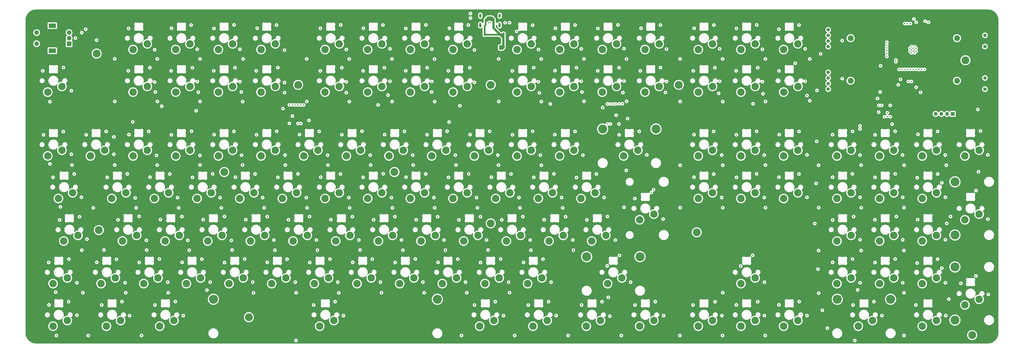
<source format=gbr>
%TF.GenerationSoftware,KiCad,Pcbnew,8.0.8*%
%TF.CreationDate,2025-04-23T12:27:23+02:00*%
%TF.ProjectId,Clavier,436c6176-6965-4722-9e6b-696361645f70,0.0*%
%TF.SameCoordinates,Original*%
%TF.FileFunction,Copper,L1,Top*%
%TF.FilePolarity,Positive*%
%FSLAX46Y46*%
G04 Gerber Fmt 4.6, Leading zero omitted, Abs format (unit mm)*
G04 Created by KiCad (PCBNEW 8.0.8) date 2025-04-23 12:27:23*
%MOMM*%
%LPD*%
G01*
G04 APERTURE LIST*
%TA.AperFunction,ComponentPad*%
%ADD10C,4.000000*%
%TD*%
%TA.AperFunction,ComponentPad*%
%ADD11R,2.000000X2.000000*%
%TD*%
%TA.AperFunction,ComponentPad*%
%ADD12C,2.000000*%
%TD*%
%TA.AperFunction,ComponentPad*%
%ADD13R,3.200000X2.000000*%
%TD*%
%TA.AperFunction,ComponentPad*%
%ADD14C,1.524000*%
%TD*%
%TA.AperFunction,ComponentPad*%
%ADD15C,2.600000*%
%TD*%
%TA.AperFunction,ComponentPad*%
%ADD16C,3.300000*%
%TD*%
%TA.AperFunction,ComponentPad*%
%ADD17C,3.500000*%
%TD*%
%TA.AperFunction,ComponentPad*%
%ADD18R,1.700000X1.700000*%
%TD*%
%TA.AperFunction,ComponentPad*%
%ADD19O,1.700000X1.700000*%
%TD*%
%TA.AperFunction,HeatsinkPad*%
%ADD20C,0.600000*%
%TD*%
%TA.AperFunction,ComponentPad*%
%ADD21O,1.000000X1.800000*%
%TD*%
%TA.AperFunction,ComponentPad*%
%ADD22O,1.000000X2.100000*%
%TD*%
%TA.AperFunction,ViaPad*%
%ADD23C,0.600000*%
%TD*%
%TA.AperFunction,Conductor*%
%ADD24C,0.600000*%
%TD*%
%TA.AperFunction,Conductor*%
%ADD25C,1.000000*%
%TD*%
%TA.AperFunction,Conductor*%
%ADD26C,0.800000*%
%TD*%
G04 APERTURE END LIST*
D10*
%TO.P,S1,*%
%TO.N,*%
X344408750Y-161925000D03*
X368221250Y-161925000D03*
%TD*%
%TO.P,S7,*%
%TO.N,*%
X449183750Y-238125000D03*
X472996250Y-238125000D03*
%TD*%
D11*
%TO.P,SW3,A,A*%
%TO.N,RE_A*%
X106140000Y-123785000D03*
D12*
%TO.P,SW3,B,B*%
%TO.N,RE_B*%
X106140000Y-118785000D03*
%TO.P,SW3,C,C*%
%TO.N,GND*%
X106140000Y-121285000D03*
D13*
%TO.P,SW3,MP,MP*%
X98640000Y-126885000D03*
X98640000Y-115685000D03*
D12*
%TO.P,SW3,S1,S1*%
%TO.N,RE_S*%
X91640000Y-118785000D03*
%TO.P,SW3,S2,S2*%
%TO.N,GND*%
X91640000Y-123785000D03*
%TD*%
D10*
%TO.P,S5,*%
%TO.N,*%
X501730000Y-247491250D03*
X501730000Y-223678750D03*
%TD*%
%TO.P,S6,*%
%TO.N,*%
X170577500Y-238125000D03*
X270590000Y-238125000D03*
%TD*%
%TO.P,S3,*%
%TO.N,*%
X501730000Y-209391250D03*
X501730000Y-185578750D03*
%TD*%
%TO.P,S4,*%
%TO.N,*%
X337265000Y-219075000D03*
X361077500Y-219075000D03*
%TD*%
D14*
%TO.P,RV2,1,1*%
%TO.N,unconnected-(RV2-Pad1)*%
X445140000Y-139085000D03*
%TO.P,RV2,2,2*%
%TO.N,unconnected-(RV2-Pad2)*%
X445140000Y-136585000D03*
%TO.P,RV2,3,3*%
%TO.N,unconnected-(RV2-Pad3)*%
X515140000Y-139085000D03*
%TO.P,RV2,4,4*%
%TO.N,GND*%
X445140000Y-144085000D03*
%TO.P,RV2,5,5*%
%TO.N,Net-(R27-Pad1)*%
X445140000Y-141585000D03*
%TO.P,RV2,6,6*%
%TO.N,+3.3V*%
X515140000Y-144085000D03*
D15*
%TO.P,RV2,MP,MountPin*%
%TO.N,GND*%
X455140000Y-140335000D03*
X502640000Y-140335000D03*
%TD*%
D14*
%TO.P,RV1,1,1*%
%TO.N,unconnected-(RV1-Pad1)*%
X445140000Y-120035000D03*
%TO.P,RV1,2,2*%
%TO.N,unconnected-(RV1-Pad2)*%
X445140000Y-117535000D03*
%TO.P,RV1,3,3*%
%TO.N,unconnected-(RV1-Pad3)*%
X515140000Y-120035000D03*
%TO.P,RV1,4,4*%
%TO.N,GND*%
X445140000Y-125035000D03*
%TO.P,RV1,5,5*%
%TO.N,Net-(R4-Pad2)*%
X445140000Y-122535000D03*
%TO.P,RV1,6,6*%
%TO.N,+3.3V*%
X515140000Y-125035000D03*
D15*
%TO.P,RV1,MP,MountPin*%
%TO.N,GND*%
X455140000Y-121285000D03*
X502640000Y-121285000D03*
%TD*%
D16*
%TO.P,MX42,1,1*%
%TO.N,Column 11*%
X293450000Y-171450000D03*
%TO.P,MX42,2,2*%
%TO.N,Net-(D42-A)*%
X287100000Y-173990000D03*
%TD*%
%TO.P,MX60,1,1*%
%TO.N,Column 8*%
X245825000Y-190500000D03*
%TO.P,MX60,2,2*%
%TO.N,Net-(D60-A)*%
X239475000Y-193040000D03*
%TD*%
%TO.P,MX53,1,1*%
%TO.N,Column 1*%
X107712500Y-190500000D03*
%TO.P,MX53,2,2*%
%TO.N,Net-(D53-A)*%
X101362500Y-193040000D03*
%TD*%
%TO.P,MX84,1,1*%
%TO.N,Column 11*%
X307737500Y-209550000D03*
%TO.P,MX84,2,2*%
%TO.N,Net-(D84-A)*%
X301387500Y-212090000D03*
%TD*%
%TO.P,MX30,1,1*%
%TO.N,Column 16*%
X412512500Y-142875000D03*
%TO.P,MX30,2,2*%
%TO.N,Net-(D30-A)*%
X406162500Y-145415000D03*
%TD*%
%TO.P,MX74,1,1*%
%TO.N,Column 1*%
X110093750Y-209550000D03*
%TO.P,MX74,2,2*%
%TO.N,Net-(D74-A)*%
X103743750Y-212090000D03*
%TD*%
%TO.P,MX63,1,1*%
%TO.N,Column 11*%
X302975000Y-190500000D03*
%TO.P,MX63,2,2*%
%TO.N,Net-(D63-A)*%
X296625000Y-193040000D03*
%TD*%
%TO.P,MX15,1,1*%
%TO.N,Column 17*%
X431562500Y-123825000D03*
%TO.P,MX15,2,2*%
%TO.N,Net-(D15-A)*%
X425212500Y-126365000D03*
%TD*%
%TO.P,MX54,1,1*%
%TO.N,Column 2*%
X131525000Y-190500000D03*
%TO.P,MX54,2,2*%
%TO.N,Net-(D54-A)*%
X125175000Y-193040000D03*
%TD*%
%TO.P,MX23,1,1*%
%TO.N,Column 9*%
X264875000Y-142875000D03*
%TO.P,MX23,2,2*%
%TO.N,Net-(D23-A)*%
X258525000Y-145415000D03*
%TD*%
%TO.P,MX22,1,1*%
%TO.N,Column 8*%
X245825000Y-142875000D03*
%TO.P,MX22,2,2*%
%TO.N,Net-(D22-A)*%
X239475000Y-145415000D03*
%TD*%
%TO.P,MX45,1,1*%
%TO.N,Column 14*%
X360125000Y-171450000D03*
%TO.P,MX45,2,2*%
%TO.N,Net-(D45-A)*%
X353775000Y-173990000D03*
%TD*%
%TO.P,MX86,1,1*%
%TO.N,Column 13*%
X345837500Y-209550000D03*
%TO.P,MX86,2,2*%
%TO.N,Net-(D86-A)*%
X339487500Y-212090000D03*
%TD*%
%TO.P,MX28,1,1*%
%TO.N,Column 14*%
X369650000Y-142875000D03*
%TO.P,MX28,2,2*%
%TO.N,Net-(D28-A)*%
X363300000Y-145415000D03*
%TD*%
%TO.P,MX114,1,1*%
%TO.N,Column 13*%
X343456250Y-247650000D03*
%TO.P,MX114,2,2*%
%TO.N,Net-(D114-A)*%
X337106250Y-250190000D03*
%TD*%
%TO.P,MX68,1,1*%
%TO.N,Column 16*%
X412512500Y-190500000D03*
%TO.P,MX68,2,2*%
%TO.N,Net-(D68-A)*%
X406162500Y-193040000D03*
%TD*%
%TO.P,MX115,1,1*%
%TO.N,Column 14*%
X367268750Y-247650000D03*
%TO.P,MX115,2,2*%
%TO.N,Net-(D115-A)*%
X360918750Y-250190000D03*
%TD*%
%TO.P,MX87,1,1*%
%TO.N,Column 18*%
X455375000Y-209550000D03*
%TO.P,MX87,2,2*%
%TO.N,Net-(D87-A)*%
X449025000Y-212090000D03*
%TD*%
%TO.P,MX117,1,1*%
%TO.N,Column 16*%
X412512500Y-247650000D03*
%TO.P,MX117,2,2*%
%TO.N,Net-(D117-A)*%
X406162500Y-250190000D03*
%TD*%
%TO.P,MX20,1,1*%
%TO.N,Column 6*%
X198200000Y-142875000D03*
%TO.P,MX20,2,2*%
%TO.N,Net-(D20-A)*%
X191850000Y-145415000D03*
%TD*%
D17*
%TO.P,H6,1,1*%
%TO.N,GND*%
X294415166Y-142177270D03*
%TD*%
D16*
%TO.P,MX58,1,1*%
%TO.N,Column 6*%
X207725000Y-190500000D03*
%TO.P,MX58,2,2*%
%TO.N,Net-(D58-A)*%
X201375000Y-193040000D03*
%TD*%
%TO.P,MX101,1,1*%
%TO.N,Column 12*%
X317262500Y-228600000D03*
%TO.P,MX101,2,2*%
%TO.N,Net-(D101-A)*%
X310912500Y-231140000D03*
%TD*%
%TO.P,MX64,1,1*%
%TO.N,Column 12*%
X322025000Y-190500000D03*
%TO.P,MX64,2,2*%
%TO.N,Net-(D64-A)*%
X315675000Y-193040000D03*
%TD*%
D18*
%TO.P,J2,1,Pin_1*%
%TO.N,GND*%
X500715166Y-155177270D03*
D19*
%TO.P,J2,2,Pin_2*%
%TO.N,GPIO2*%
X498175166Y-155177270D03*
%TO.P,J2,3,Pin_3*%
%TO.N,GPIO1*%
X495635166Y-155177270D03*
%TO.P,J2,4,Pin_4*%
%TO.N,Net-(J2-Pin_4)*%
X493095166Y-155177270D03*
%TD*%
D16*
%TO.P,MX66,1,1*%
%TO.N,Column 14*%
X367268750Y-200025000D03*
%TO.P,MX66,2,2*%
%TO.N,Net-(D66-A)*%
X360918750Y-202565000D03*
%TD*%
%TO.P,MX95,1,1*%
%TO.N,Column 6*%
X202962500Y-228600000D03*
%TO.P,MX95,2,2*%
%TO.N,Net-(D95-A)*%
X196612500Y-231140000D03*
%TD*%
%TO.P,MX14,1,1*%
%TO.N,Column 16*%
X412512500Y-123825000D03*
%TO.P,MX14,2,2*%
%TO.N,Net-(D14-A)*%
X406162500Y-126365000D03*
%TD*%
%TO.P,MX85,1,1*%
%TO.N,Column 12*%
X326787500Y-209550000D03*
%TO.P,MX85,2,2*%
%TO.N,Net-(D85-A)*%
X320437500Y-212090000D03*
%TD*%
%TO.P,MX99,1,1*%
%TO.N,Column 10*%
X279162500Y-228600000D03*
%TO.P,MX99,2,2*%
%TO.N,Net-(D99-A)*%
X272812500Y-231140000D03*
%TD*%
%TO.P,MX113,1,1*%
%TO.N,Column 12*%
X319643750Y-247650000D03*
%TO.P,MX113,2,2*%
%TO.N,Net-(D113-A)*%
X313293750Y-250190000D03*
%TD*%
%TO.P,MX61,1,1*%
%TO.N,Column 9*%
X264875000Y-190500000D03*
%TO.P,MX61,2,2*%
%TO.N,Net-(D61-A)*%
X258525000Y-193040000D03*
%TD*%
%TO.P,MX1,1,1*%
%TO.N,Column 3*%
X141050000Y-123825000D03*
%TO.P,MX1,2,2*%
%TO.N,Net-(D1-A)*%
X134700000Y-126365000D03*
%TD*%
%TO.P,MX49,1,1*%
%TO.N,Column 18*%
X455375000Y-171450000D03*
%TO.P,MX49,2,2*%
%TO.N,Net-(D49-A)*%
X449025000Y-173990000D03*
%TD*%
%TO.P,MX44,1,1*%
%TO.N,Column 13*%
X331550000Y-171450000D03*
%TO.P,MX44,2,2*%
%TO.N,Net-(D44-A)*%
X325200000Y-173990000D03*
%TD*%
%TO.P,MX116,1,1*%
%TO.N,Column 15*%
X393462500Y-247650000D03*
%TO.P,MX116,2,2*%
%TO.N,Net-(D116-A)*%
X387112500Y-250190000D03*
%TD*%
D17*
%TO.P,H7,1,1*%
%TO.N,GND*%
X294415166Y-204177270D03*
%TD*%
D16*
%TO.P,MX19,1,1*%
%TO.N,Column 5*%
X179150000Y-142875000D03*
%TO.P,MX19,2,2*%
%TO.N,Net-(D19-A)*%
X172800000Y-145415000D03*
%TD*%
%TO.P,MX10,1,1*%
%TO.N,Column 12*%
X331550000Y-123825000D03*
%TO.P,MX10,2,2*%
%TO.N,Net-(D10-A)*%
X325200000Y-126365000D03*
%TD*%
%TO.P,MX75,1,1*%
%TO.N,Column 2*%
X136287500Y-209550000D03*
%TO.P,MX75,2,2*%
%TO.N,Net-(D75-A)*%
X129937500Y-212090000D03*
%TD*%
%TO.P,MX12,1,1*%
%TO.N,Column 14*%
X369650000Y-123825000D03*
%TO.P,MX12,2,2*%
%TO.N,Net-(D12-A)*%
X363300000Y-126365000D03*
%TD*%
%TO.P,MX37,1,1*%
%TO.N,Column 6*%
X198200000Y-171450000D03*
%TO.P,MX37,2,2*%
%TO.N,Net-(D37-A)*%
X191850000Y-173990000D03*
%TD*%
%TO.P,MX96,1,1*%
%TO.N,Column 7*%
X222012500Y-228600000D03*
%TO.P,MX96,2,2*%
%TO.N,Net-(D96-A)*%
X215662500Y-231140000D03*
%TD*%
%TO.P,MX76,1,1*%
%TO.N,Column 3*%
X155337500Y-209550000D03*
%TO.P,MX76,2,2*%
%TO.N,Net-(D76-A)*%
X148987500Y-212090000D03*
%TD*%
D17*
%TO.P,H10,1,1*%
%TO.N,GND*%
X175415166Y-181177270D03*
%TD*%
D16*
%TO.P,MX57,1,1*%
%TO.N,Column 5*%
X188675000Y-190500000D03*
%TO.P,MX57,2,2*%
%TO.N,Net-(D57-A)*%
X182325000Y-193040000D03*
%TD*%
%TO.P,MX48,1,1*%
%TO.N,Column 17*%
X431562500Y-171450000D03*
%TO.P,MX48,2,2*%
%TO.N,Net-(D48-A)*%
X425212500Y-173990000D03*
%TD*%
%TO.P,MX73,1,1*%
%TO.N,Column 21*%
X512525000Y-200025000D03*
%TO.P,MX73,2,2*%
%TO.N,Net-(D73-A)*%
X506175000Y-202565000D03*
%TD*%
%TO.P,MX106,1,1*%
%TO.N,Column 20*%
X493475000Y-228600000D03*
%TO.P,MX106,2,2*%
%TO.N,Net-(D106-A)*%
X487125000Y-231140000D03*
%TD*%
%TO.P,MX92,1,1*%
%TO.N,Column 3*%
X145812500Y-228600000D03*
%TO.P,MX92,2,2*%
%TO.N,Net-(D92-A)*%
X139462500Y-231140000D03*
%TD*%
%TO.P,MX89,1,1*%
%TO.N,Column 20*%
X493475000Y-209550000D03*
%TO.P,MX89,2,2*%
%TO.N,Net-(D89-A)*%
X487125000Y-212090000D03*
%TD*%
%TO.P,MX109,1,1*%
%TO.N,Column 2*%
X129143750Y-247650000D03*
%TO.P,MX109,2,2*%
%TO.N,Net-(D109-A)*%
X122793750Y-250190000D03*
%TD*%
%TO.P,MX24,1,1*%
%TO.N,Column 10*%
X283925000Y-142875000D03*
%TO.P,MX24,2,2*%
%TO.N,Net-(D24-A)*%
X277575000Y-145415000D03*
%TD*%
%TO.P,MX110,1,1*%
%TO.N,Column 3*%
X152956250Y-247650000D03*
%TO.P,MX110,2,2*%
%TO.N,Net-(D110-A)*%
X146606250Y-250190000D03*
%TD*%
%TO.P,MX34,1,1*%
%TO.N,Column 3*%
X141050000Y-171450000D03*
%TO.P,MX34,2,2*%
%TO.N,Net-(D34-A)*%
X134700000Y-173990000D03*
%TD*%
%TO.P,MX5,1,1*%
%TO.N,Column 7*%
X226775000Y-123825000D03*
%TO.P,MX5,2,2*%
%TO.N,Net-(D5-A)*%
X220425000Y-126365000D03*
%TD*%
%TO.P,MX31,1,1*%
%TO.N,Column 17*%
X431610176Y-142875000D03*
%TO.P,MX31,2,2*%
%TO.N,Net-(D31-A)*%
X425260176Y-145415000D03*
%TD*%
D17*
%TO.P,H8,1,1*%
%TO.N,GND*%
X208415166Y-142177270D03*
%TD*%
D16*
%TO.P,MX40,1,1*%
%TO.N,Column 9*%
X255350000Y-171450000D03*
%TO.P,MX40,2,2*%
%TO.N,Net-(D40-A)*%
X249000000Y-173990000D03*
%TD*%
%TO.P,MX82,1,1*%
%TO.N,Column 9*%
X269637500Y-209550000D03*
%TO.P,MX82,2,2*%
%TO.N,Net-(D82-A)*%
X263287500Y-212090000D03*
%TD*%
%TO.P,MX79,1,1*%
%TO.N,Column 6*%
X212487500Y-209550000D03*
%TO.P,MX79,2,2*%
%TO.N,Net-(D79-A)*%
X206137500Y-212090000D03*
%TD*%
%TO.P,MX55,1,1*%
%TO.N,Column 3*%
X150575000Y-190500000D03*
%TO.P,MX55,2,2*%
%TO.N,Net-(D55-A)*%
X144225000Y-193040000D03*
%TD*%
%TO.P,MX56,1,1*%
%TO.N,Column 4*%
X169625000Y-190500000D03*
%TO.P,MX56,2,2*%
%TO.N,Net-(D56-A)*%
X163275000Y-193040000D03*
%TD*%
D17*
%TO.P,H4,1,1*%
%TO.N,GND*%
X506415166Y-131177270D03*
%TD*%
D16*
%TO.P,MX13,1,1*%
%TO.N,Column 15*%
X393462500Y-123825000D03*
%TO.P,MX13,2,2*%
%TO.N,Net-(D13-A)*%
X387112500Y-126365000D03*
%TD*%
%TO.P,MX71,1,1*%
%TO.N,Column 19*%
X474425000Y-190500000D03*
%TO.P,MX71,2,2*%
%TO.N,Net-(D71-A)*%
X468075000Y-193040000D03*
%TD*%
D17*
%TO.P,H2,1,1*%
%TO.N,GND*%
X118415166Y-128177270D03*
%TD*%
D16*
%TO.P,MX65,1,1*%
%TO.N,Column 13*%
X341075000Y-190500000D03*
%TO.P,MX65,2,2*%
%TO.N,Net-(D65-A)*%
X334725000Y-193040000D03*
%TD*%
%TO.P,MX90,1,1*%
%TO.N,Column 1*%
X105331250Y-228600000D03*
%TO.P,MX90,2,2*%
%TO.N,Net-(D90-A)*%
X98981250Y-231140000D03*
%TD*%
%TO.P,MX120,1,1*%
%TO.N,Column 20*%
X493475000Y-247650000D03*
%TO.P,MX120,2,2*%
%TO.N,Net-(D120-A)*%
X487125000Y-250190000D03*
%TD*%
D20*
%TO.P,U1,41,GND*%
%TO.N,GND*%
X482305000Y-127865000D03*
X483705000Y-127865000D03*
X481605000Y-127165000D03*
X483005000Y-127165000D03*
X484405000Y-127165000D03*
X482305000Y-126465000D03*
X483705000Y-126465000D03*
X481605000Y-125765000D03*
X483005000Y-125765000D03*
X484405000Y-125765000D03*
X482305000Y-125065000D03*
X483705000Y-125065000D03*
%TD*%
D16*
%TO.P,MX11,1,1*%
%TO.N,Column 13*%
X350600000Y-123825000D03*
%TO.P,MX11,2,2*%
%TO.N,Net-(D11-A)*%
X344250000Y-126365000D03*
%TD*%
D17*
%TO.P,H11,1,1*%
%TO.N,GND*%
X378415166Y-142177270D03*
%TD*%
%TO.P,H12,1,1*%
%TO.N,GND*%
X251415166Y-181177270D03*
%TD*%
D16*
%TO.P,MX2,1,1*%
%TO.N,Column 4*%
X160100000Y-123825000D03*
%TO.P,MX2,2,2*%
%TO.N,Net-(D2-A)*%
X153750000Y-126365000D03*
%TD*%
%TO.P,MX93,1,1*%
%TO.N,Column 4*%
X164862500Y-228600000D03*
%TO.P,MX93,2,2*%
%TO.N,Net-(D93-A)*%
X158512500Y-231140000D03*
%TD*%
%TO.P,MX59,1,1*%
%TO.N,Column 7*%
X226775000Y-190500000D03*
%TO.P,MX59,2,2*%
%TO.N,Net-(D59-A)*%
X220425000Y-193040000D03*
%TD*%
%TO.P,MX39,1,1*%
%TO.N,Column 8*%
X236300000Y-171450000D03*
%TO.P,MX39,2,2*%
%TO.N,Net-(D39-A)*%
X229950000Y-173990000D03*
%TD*%
%TO.P,MX77,1,1*%
%TO.N,Column 4*%
X174387500Y-209550000D03*
%TO.P,MX77,2,2*%
%TO.N,Net-(D77-A)*%
X168037500Y-212090000D03*
%TD*%
D17*
%TO.P,H3,1,1*%
%TO.N,GND*%
X509414200Y-254178000D03*
%TD*%
D16*
%TO.P,MX18,1,1*%
%TO.N,Column 4*%
X160100000Y-142875000D03*
%TO.P,MX18,2,2*%
%TO.N,Net-(D18-A)*%
X153750000Y-145415000D03*
%TD*%
%TO.P,MX17,1,1*%
%TO.N,Column 3*%
X141050000Y-142875000D03*
%TO.P,MX17,2,2*%
%TO.N,Net-(D17-A)*%
X134700000Y-145415000D03*
%TD*%
%TO.P,MX50,1,1*%
%TO.N,Column 19*%
X474425000Y-171450000D03*
%TO.P,MX50,2,2*%
%TO.N,Net-(D50-A)*%
X468075000Y-173990000D03*
%TD*%
%TO.P,MX41,1,1*%
%TO.N,Column 10*%
X274400000Y-171450000D03*
%TO.P,MX41,2,2*%
%TO.N,Net-(D41-A)*%
X268050000Y-173990000D03*
%TD*%
%TO.P,MX103,1,1*%
%TO.N,Column 16*%
X412512500Y-228600000D03*
%TO.P,MX103,2,2*%
%TO.N,Net-(D103-A)*%
X406162500Y-231140000D03*
%TD*%
%TO.P,MX78,1,1*%
%TO.N,Column 5*%
X193437500Y-209550000D03*
%TO.P,MX78,2,2*%
%TO.N,Net-(D78-A)*%
X187087500Y-212090000D03*
%TD*%
%TO.P,MX70,1,1*%
%TO.N,Column 18*%
X455375000Y-190500000D03*
%TO.P,MX70,2,2*%
%TO.N,Net-(D70-A)*%
X449025000Y-193040000D03*
%TD*%
%TO.P,MX43,1,1*%
%TO.N,Column 12*%
X312500000Y-171450000D03*
%TO.P,MX43,2,2*%
%TO.N,Net-(D43-A)*%
X306150000Y-173990000D03*
%TD*%
%TO.P,MX98,1,1*%
%TO.N,Column 9*%
X260112500Y-228600000D03*
%TO.P,MX98,2,2*%
%TO.N,Net-(D98-A)*%
X253762500Y-231140000D03*
%TD*%
D17*
%TO.P,H9,1,1*%
%TO.N,GND*%
X119415166Y-207177270D03*
%TD*%
D16*
%TO.P,MX104,1,1*%
%TO.N,Column 18*%
X455375000Y-228600000D03*
%TO.P,MX104,2,2*%
%TO.N,Net-(D104-A)*%
X449025000Y-231140000D03*
%TD*%
%TO.P,MX100,1,1*%
%TO.N,Column 11*%
X298212500Y-228600000D03*
%TO.P,MX100,2,2*%
%TO.N,Net-(D100-A)*%
X291862500Y-231140000D03*
%TD*%
%TO.P,MX52,1,1*%
%TO.N,Column 21*%
X512525000Y-171450000D03*
%TO.P,MX52,2,2*%
%TO.N,Net-(D52-A)*%
X506175000Y-173990000D03*
%TD*%
%TO.P,MX72,1,1*%
%TO.N,Column 20*%
X493475000Y-190500000D03*
%TO.P,MX72,2,2*%
%TO.N,Net-(D72-A)*%
X487125000Y-193040000D03*
%TD*%
%TO.P,MX9,1,1*%
%TO.N,Column 11*%
X312500000Y-123825000D03*
%TO.P,MX9,2,2*%
%TO.N,Net-(D9-A)*%
X306150000Y-126365000D03*
%TD*%
%TO.P,MX94,1,1*%
%TO.N,Column 5*%
X183912500Y-228600000D03*
%TO.P,MX94,2,2*%
%TO.N,Net-(D94-A)*%
X177562500Y-231140000D03*
%TD*%
%TO.P,MX26,1,1*%
%TO.N,Column 12*%
X331550000Y-142875000D03*
%TO.P,MX26,2,2*%
%TO.N,Net-(D26-A)*%
X325200000Y-145415000D03*
%TD*%
%TO.P,MX97,1,1*%
%TO.N,Column 8*%
X241062500Y-228600000D03*
%TO.P,MX97,2,2*%
%TO.N,Net-(D97-A)*%
X234712500Y-231140000D03*
%TD*%
%TO.P,MX7,1,1*%
%TO.N,Column 9*%
X264875000Y-123825000D03*
%TO.P,MX7,2,2*%
%TO.N,Net-(D7-A)*%
X258525000Y-126365000D03*
%TD*%
%TO.P,MX51,1,1*%
%TO.N,Column 20*%
X493475000Y-171450000D03*
%TO.P,MX51,2,2*%
%TO.N,Net-(D51-A)*%
X487125000Y-173990000D03*
%TD*%
%TO.P,MX88,1,1*%
%TO.N,Column 19*%
X474425000Y-209550000D03*
%TO.P,MX88,2,2*%
%TO.N,Net-(D88-A)*%
X468075000Y-212090000D03*
%TD*%
%TO.P,MX35,1,1*%
%TO.N,Column 4*%
X160100000Y-171450000D03*
%TO.P,MX35,2,2*%
%TO.N,Net-(D35-A)*%
X153750000Y-173990000D03*
%TD*%
%TO.P,MX16,1,1*%
%TO.N,Column 1*%
X102950000Y-142875000D03*
%TO.P,MX16,2,2*%
%TO.N,Net-(D16-A)*%
X96600000Y-145415000D03*
%TD*%
%TO.P,MX83,1,1*%
%TO.N,Column 10*%
X288687500Y-209550000D03*
%TO.P,MX83,2,2*%
%TO.N,Net-(D83-A)*%
X282337500Y-212090000D03*
%TD*%
%TO.P,MX3,1,1*%
%TO.N,Column 5*%
X179150000Y-123825000D03*
%TO.P,MX3,2,2*%
%TO.N,Net-(D3-A)*%
X172800000Y-126365000D03*
%TD*%
D17*
%TO.P,H5,1,1*%
%TO.N,GND*%
X386415166Y-208176570D03*
%TD*%
D16*
%TO.P,MX108,1,1*%
%TO.N,Column 1*%
X105331250Y-247650000D03*
%TO.P,MX108,2,2*%
%TO.N,Net-(D108-A)*%
X98981250Y-250190000D03*
%TD*%
D17*
%TO.P,H1,1,1*%
%TO.N,GND*%
X186415166Y-246177270D03*
%TD*%
D16*
%TO.P,MX67,1,1*%
%TO.N,Column 15*%
X393462500Y-190500000D03*
%TO.P,MX67,2,2*%
%TO.N,Net-(D67-A)*%
X387112500Y-193040000D03*
%TD*%
%TO.P,MX102,1,1*%
%TO.N,Column 13*%
X352981250Y-228600000D03*
%TO.P,MX102,2,2*%
%TO.N,Net-(D102-A)*%
X346631250Y-231140000D03*
%TD*%
%TO.P,MX62,1,1*%
%TO.N,Column 10*%
X283925000Y-190500000D03*
%TO.P,MX62,2,2*%
%TO.N,Net-(D62-A)*%
X277575000Y-193040000D03*
%TD*%
D21*
%TO.P,J1,S1,SHIELD*%
%TO.N,GND*%
X289772471Y-111232529D03*
D22*
X289772471Y-115432529D03*
D21*
X298412471Y-111232529D03*
D22*
X298412471Y-115432529D03*
%TD*%
D16*
%TO.P,MX36,1,1*%
%TO.N,Column 5*%
X179150000Y-171450000D03*
%TO.P,MX36,2,2*%
%TO.N,Net-(D36-A)*%
X172800000Y-173990000D03*
%TD*%
%TO.P,MX119,1,1*%
%TO.N,Column 18*%
X464900000Y-247650000D03*
%TO.P,MX119,2,2*%
%TO.N,Net-(D119-A)*%
X458550000Y-250190000D03*
%TD*%
%TO.P,MX32,1,1*%
%TO.N,Column 1*%
X102950000Y-171450000D03*
%TO.P,MX32,2,2*%
%TO.N,Net-(D32-A)*%
X96600000Y-173990000D03*
%TD*%
%TO.P,MX4,1,1*%
%TO.N,Column 6*%
X198200000Y-123825000D03*
%TO.P,MX4,2,2*%
%TO.N,Net-(D4-A)*%
X191850000Y-126365000D03*
%TD*%
%TO.P,MX118,1,1*%
%TO.N,Column 17*%
X431562500Y-247650000D03*
%TO.P,MX118,2,2*%
%TO.N,Net-(D118-A)*%
X425212500Y-250190000D03*
%TD*%
%TO.P,MX81,1,1*%
%TO.N,Column 8*%
X250587500Y-209550000D03*
%TO.P,MX81,2,2*%
%TO.N,Net-(D81-A)*%
X244237500Y-212090000D03*
%TD*%
%TO.P,MX21,1,1*%
%TO.N,Column 7*%
X226775000Y-142875000D03*
%TO.P,MX21,2,2*%
%TO.N,Net-(D21-A)*%
X220425000Y-145415000D03*
%TD*%
%TO.P,MX112,1,1*%
%TO.N,Column 11*%
X295831250Y-247650000D03*
%TO.P,MX112,2,2*%
%TO.N,Net-(D112-A)*%
X289481250Y-250190000D03*
%TD*%
%TO.P,MX69,1,1*%
%TO.N,Column 17*%
X431562500Y-190500000D03*
%TO.P,MX69,2,2*%
%TO.N,Net-(D69-A)*%
X425212500Y-193040000D03*
%TD*%
%TO.P,MX6,1,1*%
%TO.N,Column 8*%
X245825000Y-123825000D03*
%TO.P,MX6,2,2*%
%TO.N,Net-(D6-A)*%
X239475000Y-126365000D03*
%TD*%
%TO.P,MX80,1,1*%
%TO.N,Column 7*%
X231537500Y-209550000D03*
%TO.P,MX80,2,2*%
%TO.N,Net-(D80-A)*%
X225187500Y-212090000D03*
%TD*%
%TO.P,MX46,1,1*%
%TO.N,Column 15*%
X393462500Y-171450000D03*
%TO.P,MX46,2,2*%
%TO.N,Net-(D46-A)*%
X387112500Y-173990000D03*
%TD*%
%TO.P,MX38,1,1*%
%TO.N,Column 7*%
X217250000Y-171450000D03*
%TO.P,MX38,2,2*%
%TO.N,Net-(D38-A)*%
X210900000Y-173990000D03*
%TD*%
%TO.P,MX33,1,1*%
%TO.N,Column 2*%
X122000000Y-171450000D03*
%TO.P,MX33,2,2*%
%TO.N,Net-(D33-A)*%
X115650000Y-173990000D03*
%TD*%
%TO.P,MX111,1,1*%
%TO.N,Column 7*%
X224393750Y-247650000D03*
%TO.P,MX111,2,2*%
%TO.N,Net-(D111-A)*%
X218043750Y-250190000D03*
%TD*%
%TO.P,MX105,1,1*%
%TO.N,Column 19*%
X474425000Y-228600000D03*
%TO.P,MX105,2,2*%
%TO.N,Net-(D105-A)*%
X468075000Y-231140000D03*
%TD*%
%TO.P,MX91,1,1*%
%TO.N,Column 2*%
X126762500Y-228600000D03*
%TO.P,MX91,2,2*%
%TO.N,Net-(D91-A)*%
X120412500Y-231140000D03*
%TD*%
%TO.P,MX8,1,1*%
%TO.N,Column 10*%
X283925000Y-123825000D03*
%TO.P,MX8,2,2*%
%TO.N,Net-(D8-A)*%
X277575000Y-126365000D03*
%TD*%
%TO.P,MX25,1,1*%
%TO.N,Column 11*%
X312500000Y-142875000D03*
%TO.P,MX25,2,2*%
%TO.N,Net-(D25-A)*%
X306150000Y-145415000D03*
%TD*%
%TO.P,MX27,1,1*%
%TO.N,Column 13*%
X350600000Y-142875000D03*
%TO.P,MX27,2,2*%
%TO.N,Net-(D27-A)*%
X344250000Y-145415000D03*
%TD*%
%TO.P,MX47,1,1*%
%TO.N,Column 16*%
X412512500Y-171450000D03*
%TO.P,MX47,2,2*%
%TO.N,Net-(D47-A)*%
X406162500Y-173990000D03*
%TD*%
%TO.P,MX29,1,1*%
%TO.N,Column 15*%
X393462500Y-142875000D03*
%TO.P,MX29,2,2*%
%TO.N,Net-(D29-A)*%
X387112500Y-145415000D03*
%TD*%
%TO.P,MX107,1,1*%
%TO.N,Column 21*%
X512525000Y-238125000D03*
%TO.P,MX107,2,2*%
%TO.N,Net-(D107-A)*%
X506175000Y-240665000D03*
%TD*%
D23*
%TO.N,+5V*%
X227353750Y-116852500D03*
X227353750Y-183552500D03*
X413153750Y-164552500D03*
X184453750Y-221652500D03*
X477940000Y-151265000D03*
X313053750Y-135952500D03*
X232053750Y-202652500D03*
X466459403Y-151351708D03*
X296440000Y-240765000D03*
X105953125Y-240665000D03*
X475053750Y-221652500D03*
X497415166Y-149177270D03*
X236853750Y-164552500D03*
X179653750Y-135952500D03*
X327353750Y-202652500D03*
X193953750Y-202652500D03*
X455953750Y-202652500D03*
X394053750Y-240752500D03*
X265453750Y-183552500D03*
X284540000Y-116865000D03*
X494053750Y-202652500D03*
X394053750Y-183552500D03*
X303553750Y-183552500D03*
X351153750Y-116852500D03*
X224940000Y-240765000D03*
X475053750Y-202652500D03*
X108340000Y-183565000D03*
X179753750Y-164552500D03*
X432140000Y-135965000D03*
X370240000Y-135965000D03*
X255953750Y-164552500D03*
X513140000Y-164565000D03*
X313153750Y-164552500D03*
X475053750Y-164452500D03*
X293340000Y-126965000D03*
X153585000Y-240710000D03*
X105953125Y-221665000D03*
X198840000Y-116865000D03*
X351153750Y-135952500D03*
X394053750Y-164552500D03*
X494053750Y-183552500D03*
X432153750Y-240752500D03*
X174953750Y-202652500D03*
X160653750Y-164552500D03*
X293340000Y-127765000D03*
X455953750Y-221652500D03*
X170153750Y-183552500D03*
X322653750Y-183552500D03*
X289253750Y-202652500D03*
X227353750Y-135952500D03*
X274953750Y-164552500D03*
X360740000Y-164465000D03*
X432153750Y-164552500D03*
X494053750Y-221652500D03*
X141653750Y-116852500D03*
X222553750Y-221652500D03*
X201940000Y-157265000D03*
X160753750Y-116852500D03*
X313053750Y-116852500D03*
X465540000Y-240765000D03*
X141553750Y-135952500D03*
X367840000Y-240765000D03*
X455953750Y-164452500D03*
X246353750Y-183552500D03*
X332153750Y-116852500D03*
X494140000Y-240765000D03*
X294053750Y-164552500D03*
X165453125Y-221665000D03*
X203553750Y-221652500D03*
X475840000Y-151265000D03*
X284453750Y-183552500D03*
X370240000Y-116865000D03*
X344740000Y-154865000D03*
X179753750Y-116852500D03*
X413153750Y-183552500D03*
X129753125Y-240665000D03*
X217853750Y-164552500D03*
X270253750Y-202652500D03*
X246453750Y-116852500D03*
X455953750Y-183552500D03*
X208353750Y-183552500D03*
X279653750Y-221652500D03*
X198853750Y-164552500D03*
X513140000Y-231165000D03*
X251153750Y-202652500D03*
X413140000Y-221665000D03*
X198840000Y-135965000D03*
X189253750Y-183552500D03*
X151153750Y-183552500D03*
X494053750Y-164452500D03*
X344040000Y-240765000D03*
X346353750Y-202652500D03*
X308253750Y-202652500D03*
X367840000Y-193065000D03*
X341653750Y-183552500D03*
X146453125Y-221665000D03*
X292640000Y-125165000D03*
X320240000Y-240765000D03*
X284540000Y-135965000D03*
X265453750Y-116852500D03*
X292640000Y-125965000D03*
X103540000Y-164565000D03*
X260653750Y-221652500D03*
X497415166Y-150177270D03*
X127353125Y-221665000D03*
X136853750Y-202652500D03*
X413053750Y-135952500D03*
X103540000Y-135965000D03*
X265453750Y-135952500D03*
X246453750Y-135952500D03*
X505140000Y-182065000D03*
X393953750Y-116852500D03*
X210907547Y-159465000D03*
X432153750Y-183552500D03*
X332153750Y-164552500D03*
X353540000Y-221665000D03*
X497415166Y-151177270D03*
X393953750Y-135952500D03*
X160653750Y-135952500D03*
X413153750Y-240752500D03*
X213053750Y-202652500D03*
X352996983Y-158886995D03*
X413053750Y-116852500D03*
X478940000Y-151265000D03*
X110740000Y-202565000D03*
X132053750Y-183552500D03*
X475053750Y-183552500D03*
X293340000Y-125965000D03*
X122553750Y-164552500D03*
X505540000Y-154265000D03*
X155953750Y-202652500D03*
X241553750Y-221652500D03*
X432140000Y-116852500D03*
X513140000Y-193065000D03*
X476940000Y-151265000D03*
X317853750Y-221652500D03*
X332153750Y-135952500D03*
X298753750Y-221652500D03*
X141653750Y-164552500D03*
%TO.N,+3.3V*%
X468320466Y-145377270D03*
X118427500Y-122177500D03*
X486362516Y-145524620D03*
%TO.N,EN*%
X488140000Y-135265000D03*
X468540000Y-133665000D03*
%TO.N,RE_S*%
X113540000Y-117265000D03*
X479305487Y-114734336D03*
%TO.N,RE_A*%
X108940000Y-121265000D03*
X481858341Y-114715214D03*
%TO.N,RE_B*%
X480550047Y-114748679D03*
X111772500Y-118785000D03*
%TO.N,Row 1*%
X441740000Y-128265000D03*
X471295000Y-123065000D03*
%TO.N,Row 2*%
X471272284Y-124325512D03*
X440140000Y-144665000D03*
%TO.N,Row 3*%
X471253948Y-125597284D03*
X439940000Y-167465000D03*
%TO.N,Row 4*%
X471253948Y-126859370D03*
X439727500Y-186277500D03*
%TO.N,Row 5*%
X439140000Y-204265000D03*
X476763830Y-135274044D03*
%TO.N,Row 6*%
X440540000Y-224665000D03*
X478072124Y-135240579D03*
%TO.N,Row 7*%
X442540000Y-243065000D03*
X479316684Y-135254922D03*
%TO.N,POT 1*%
X471279022Y-128162761D03*
X451415166Y-122377270D03*
%TO.N,POT 2*%
X451415166Y-139377270D03*
X471295000Y-129465000D03*
%TO.N,Net-(D1-K)*%
X316958528Y-130602736D03*
X417078352Y-130586824D03*
X269333528Y-130602736D03*
X250327352Y-130586824D03*
X183840000Y-130586824D03*
X436890000Y-130586824D03*
X164602352Y-130586824D03*
X397984528Y-130602736D03*
X297952352Y-130586824D03*
X126502352Y-130531000D03*
X336052352Y-130543000D03*
X145508528Y-130546912D03*
X212227352Y-130586824D03*
X355058528Y-130586824D03*
X378978352Y-130586824D03*
X231233528Y-130602736D03*
%TO.N,Net-(D16-K)*%
X417122176Y-149648824D03*
X336096176Y-149521824D03*
X97590176Y-149720000D03*
X250371176Y-149648824D03*
X164646176Y-149648824D03*
X297996176Y-149648824D03*
X317002352Y-149664736D03*
X436890000Y-149265000D03*
X355102352Y-149537736D03*
X183652352Y-149664736D03*
X212271176Y-149648824D03*
X126546176Y-149593000D03*
X269377352Y-149664736D03*
X398028352Y-149664736D03*
X231277352Y-149664736D03*
X145552352Y-149608912D03*
X379022176Y-149648824D03*
%TO.N,Net-(D32-K)*%
X297908528Y-178100736D03*
X97606088Y-177576824D03*
X479040000Y-178165000D03*
X145508528Y-178100736D03*
X459833528Y-178100736D03*
X259808528Y-178044912D03*
X354940000Y-180465000D03*
X398028352Y-178165000D03*
X278902352Y-178084824D03*
X126502352Y-178084824D03*
X240802352Y-178029000D03*
X440840000Y-178165000D03*
X497869264Y-178165000D03*
X317046176Y-178168000D03*
X164602352Y-178029000D03*
X417078352Y-178084824D03*
X379040000Y-178165000D03*
X202702352Y-178084824D03*
X107408528Y-178044912D03*
X221708528Y-178100736D03*
X183608528Y-178044912D03*
%TO.N,Net-(D53-K)*%
X193260528Y-197221912D03*
X250540000Y-197221912D03*
X212398176Y-197218000D03*
X353920000Y-196948088D03*
X288471176Y-197218000D03*
X116933528Y-197221912D03*
X478971176Y-197146824D03*
X269377352Y-197178088D03*
X326527352Y-197206000D03*
X102234176Y-196765000D03*
X155077352Y-197233912D03*
X231404352Y-197233912D03*
X417122176Y-197146824D03*
X398028352Y-197162736D03*
X136071176Y-197218000D03*
X307477352Y-197233912D03*
X459877352Y-197162736D03*
X379022176Y-197146824D03*
X440871176Y-197146824D03*
X498065000Y-204159176D03*
X174127352Y-197206000D03*
%TO.N,Net-(D74-K)*%
X217053352Y-216156912D03*
X331353352Y-216156912D03*
X140770176Y-216141000D03*
X459833528Y-216327736D03*
X274203352Y-216156912D03*
X111830088Y-216184824D03*
X440827352Y-216311824D03*
X293253352Y-216101088D03*
X312347176Y-216141000D03*
X121676352Y-216101088D03*
X255197176Y-216141000D03*
X236103352Y-216101088D03*
X478927352Y-216311824D03*
X178953352Y-216101088D03*
X198047176Y-216141000D03*
X159776352Y-216156912D03*
%TO.N,Net-(D100-K)*%
X100130176Y-234937000D03*
X167690000Y-234065000D03*
X398028352Y-235179000D03*
X131400000Y-235234824D03*
X150400000Y-235234824D03*
X207528352Y-235234824D03*
X264722176Y-235246824D03*
X346940000Y-237265000D03*
X478971176Y-235206912D03*
X302822176Y-235191000D03*
X245628352Y-235234824D03*
X498993352Y-238068176D03*
X283728352Y-235234824D03*
X188478352Y-235290648D03*
X226578352Y-235290648D03*
X440871176Y-235373824D03*
X458290000Y-233965000D03*
X112278352Y-235234824D03*
%TO.N,Net-(D108-K)*%
X478971176Y-254368000D03*
X328984176Y-254368000D03*
X444740000Y-251065000D03*
X207440000Y-256600000D03*
X281359176Y-254368000D03*
X305108176Y-254368000D03*
X138484176Y-254368000D03*
X352733176Y-254368000D03*
X114691352Y-254383912D03*
X100440000Y-254368000D03*
X457000000Y-256600000D03*
X378895176Y-254368000D03*
X416995176Y-254368000D03*
X397945176Y-254368000D03*
%TO.N,Net-(J1-CC2)*%
X294340000Y-114265000D03*
X285390000Y-110265000D03*
%TO.N,Net-(J1-CC1)*%
X293394073Y-114348363D03*
X285390000Y-112265000D03*
%TO.N,Net-(LED1-DIN)*%
X160640000Y-115415000D03*
X132690000Y-116915000D03*
%TO.N,Net-(LED2-DIN)*%
X179798750Y-115335000D03*
X151848750Y-116835000D03*
%TO.N,Net-(LED3-DIN)*%
X170790000Y-116915000D03*
X198740000Y-115415000D03*
%TO.N,Net-(LED4-DIN)*%
X227454983Y-115353708D03*
X190093750Y-116835000D03*
%TO.N,Net-(LED5-DIN)*%
X246302500Y-115395000D03*
X218352500Y-116895000D03*
%TO.N,Net-(LED6-DIN)*%
X237548750Y-116835000D03*
X265498750Y-115335000D03*
%TO.N,Net-(LED7-DIN)*%
X256490000Y-116915000D03*
X284440000Y-115415000D03*
%TO.N,Net-(LED8-DIN)*%
X313140000Y-115465000D03*
X275940000Y-116865000D03*
%TO.N,Net-(LED10-DOUT)*%
X332102500Y-115395000D03*
X305940000Y-118265000D03*
%TO.N,Net-(LED10-DIN)*%
X323298750Y-116835000D03*
X351248750Y-115335000D03*
%TO.N,Net-(LED11-DIN)*%
X342240000Y-116915000D03*
X370190000Y-115415000D03*
%TO.N,Net-(LED12-DIN)*%
X361540000Y-116865000D03*
X394102500Y-115395000D03*
%TO.N,Net-(LED13-DIN)*%
X413198750Y-115335000D03*
X385248750Y-116835000D03*
%TO.N,Net-(LED14-DIN)*%
X404190000Y-116915000D03*
X432140000Y-115415000D03*
%TO.N,Net-(LED15-DIN)*%
X423140000Y-117265000D03*
X430390000Y-132515000D03*
%TO.N,Net-(LED16-DOUT)*%
X103590000Y-134415000D03*
X132577500Y-135902500D03*
%TO.N,Net-(LED16-DIN)*%
X94390000Y-135915000D03*
X103552500Y-163095000D03*
%TO.N,Net-(LED17-DOUT)*%
X142217500Y-134495000D03*
X151717500Y-135890000D03*
%TO.N,Net-(LED18-DOUT)*%
X161217500Y-134495000D03*
X170717500Y-135890000D03*
%TO.N,Net-(LED19-DOUT)*%
X180215000Y-134495000D03*
X189715000Y-135890000D03*
%TO.N,Net-(LED20-DOUT)*%
X199340000Y-134465000D03*
X218340000Y-135915000D03*
%TO.N,Net-(LED21-DOUT)*%
X237417500Y-135890000D03*
X227917500Y-134495000D03*
%TO.N,Net-(LED22-DOUT)*%
X246967500Y-134495000D03*
X256467500Y-135890000D03*
%TO.N,Net-(LED23-DOUT)*%
X266017500Y-134495000D03*
X275517500Y-135890000D03*
%TO.N,Net-(LED24-DOUT)*%
X304070000Y-135945000D03*
X285070000Y-134495000D03*
%TO.N,Net-(LED25-DOUT)*%
X323117500Y-135840000D03*
X313617500Y-134445000D03*
%TO.N,Net-(LED26-DOUT)*%
X332717500Y-134495000D03*
X342217500Y-135890000D03*
%TO.N,Net-(LED27-DOUT)*%
X351717500Y-134495000D03*
X361217500Y-135890000D03*
%TO.N,Net-(LED28-DOUT)*%
X384840000Y-135915000D03*
X370240000Y-134465000D03*
%TO.N,Net-(LED29-DOUT)*%
X394517500Y-134495000D03*
X404017500Y-135890000D03*
%TO.N,Net-(LED30-DOUT)*%
X413667500Y-134495000D03*
X423167500Y-135890000D03*
%TO.N,Net-(LED32-DIN)*%
X94740000Y-164515000D03*
X122690000Y-163015000D03*
%TO.N,Net-(LED33-DIN)*%
X141690000Y-163015000D03*
X113740000Y-164515000D03*
%TO.N,Net-(LED34-DIN)*%
X132848750Y-164435000D03*
X160798750Y-162935000D03*
%TO.N,Net-(LED35-DIN)*%
X179740000Y-163015000D03*
X151790000Y-164515000D03*
%TO.N,Net-(LED36-DIN)*%
X198848750Y-162960000D03*
X170898750Y-164460000D03*
%TO.N,Net-(LED37-DIN)*%
X189840000Y-164540000D03*
X217790000Y-163040000D03*
%TO.N,Net-(LED38-DIN)*%
X208998750Y-164410000D03*
X236948750Y-162910000D03*
%TO.N,Net-(LED39-DIN)*%
X255890000Y-162990000D03*
X227940000Y-164490000D03*
%TO.N,Net-(LED40-DIN)*%
X274998750Y-162910000D03*
X247048750Y-164410000D03*
%TO.N,Net-(LED41-DIN)*%
X265990000Y-164490000D03*
X293940000Y-162990000D03*
%TO.N,Net-(LED42-DIN)*%
X313148750Y-162960000D03*
X285198750Y-164460000D03*
%TO.N,Net-(LED43-DIN)*%
X304140000Y-164540000D03*
X332090000Y-163040000D03*
%TO.N,Net-(LED44-DIN)*%
X360740000Y-163015000D03*
X323040000Y-164465000D03*
%TO.N,Net-(LED45-DIN)*%
X393971448Y-163030685D03*
X351740000Y-164510000D03*
%TO.N,Net-(LED46-DIN)*%
X413148750Y-162960000D03*
X385198750Y-164460000D03*
%TO.N,Net-(LED47-DIN)*%
X404140000Y-164540000D03*
X432090000Y-163040000D03*
%TO.N,Net-(LED48-DIN)*%
X456002500Y-162970000D03*
X423252500Y-164470000D03*
%TO.N,Net-(LED49-DIN)*%
X447098750Y-164460000D03*
X475048750Y-162960000D03*
%TO.N,Net-(LED50-DIN)*%
X466040000Y-164540000D03*
X493990000Y-163040000D03*
%TO.N,Net-(LED51-DIN)*%
X513140000Y-162815000D03*
X485190000Y-164315000D03*
%TO.N,Net-(LED53-DOUT)*%
X108440000Y-182065000D03*
X101890000Y-202615000D03*
%TO.N,Net-(LED53-DIN)*%
X98940000Y-183565000D03*
X132090000Y-182015000D03*
%TO.N,Net-(LED54-DIN)*%
X151090000Y-182090000D03*
X123140000Y-183590000D03*
%TO.N,Net-(LED55-DIN)*%
X170248750Y-182010000D03*
X142298750Y-183510000D03*
%TO.N,Net-(LED56-DIN)*%
X161240000Y-183590000D03*
X189190000Y-182090000D03*
%TO.N,Net-(LED57-DIN)*%
X180398750Y-183510000D03*
X208348750Y-182010000D03*
%TO.N,Net-(LED58-DIN)*%
X227290000Y-182090000D03*
X199340000Y-183590000D03*
%TO.N,Net-(LED59-DIN)*%
X218498750Y-183460000D03*
X246448750Y-181960000D03*
%TO.N,Net-(LED60-DIN)*%
X237440000Y-183540000D03*
X265390000Y-182040000D03*
%TO.N,Net-(LED61-DIN)*%
X284548750Y-182010000D03*
X256598750Y-183510000D03*
%TO.N,Net-(LED62-DIN)*%
X303490000Y-182090000D03*
X275540000Y-183590000D03*
%TO.N,Net-(LED63-DIN)*%
X294698750Y-183510000D03*
X322648750Y-182010000D03*
%TO.N,Net-(LED64-DIN)*%
X341590000Y-182090000D03*
X313640000Y-183590000D03*
%TO.N,Net-(LED65-DIN)*%
X332740000Y-183665000D03*
X366183750Y-190308750D03*
%TO.N,Net-(LED66-DIN)*%
X394002500Y-182095000D03*
X358740000Y-193065000D03*
X367140000Y-189065000D03*
%TO.N,Net-(LED67-DIN)*%
X385198750Y-183510000D03*
X413148750Y-182010000D03*
%TO.N,Net-(LED68-DIN)*%
X404140000Y-183590000D03*
X432090000Y-182090000D03*
%TO.N,Net-(LED69-DIN)*%
X423140000Y-183515000D03*
X455890000Y-182015000D03*
%TO.N,Net-(LED70-DIN)*%
X475048750Y-182010000D03*
X447098750Y-183510000D03*
%TO.N,Net-(LED71-DIN)*%
X493990000Y-182090000D03*
X466040000Y-183590000D03*
%TO.N,Net-(LED72-DIN)*%
X495890000Y-186015000D03*
X511140000Y-189515000D03*
X484890000Y-183765000D03*
%TO.N,Net-(LED74-DOUT)*%
X127970000Y-202590000D03*
X110790000Y-201195000D03*
%TO.N,Net-(LED75-DOUT)*%
X137420000Y-201050000D03*
X146920000Y-202445000D03*
%TO.N,Net-(LED76-DOUT)*%
X156520000Y-201100000D03*
X166020000Y-202495000D03*
%TO.N,Net-(LED77-DOUT)*%
X175520000Y-201100000D03*
X185020000Y-202495000D03*
%TO.N,Net-(LED78-DOUT)*%
X204120000Y-202545000D03*
X194620000Y-201150000D03*
%TO.N,Net-(LED79-DOUT)*%
X213520000Y-201100000D03*
X223020000Y-202495000D03*
%TO.N,Net-(LED80-DOUT)*%
X242120000Y-202545000D03*
X232620000Y-201150000D03*
%TO.N,Net-(LED81-DOUT)*%
X261120000Y-202545000D03*
X251620000Y-201150000D03*
%TO.N,Net-(LED82-DOUT)*%
X280220000Y-202595000D03*
X270720000Y-201200000D03*
%TO.N,Net-(LED83-DOUT)*%
X299332515Y-202584187D03*
X289832515Y-201189187D03*
%TO.N,Net-(LED84-DOUT)*%
X318270000Y-202545000D03*
X308770000Y-201150000D03*
%TO.N,Net-(LED85-DOUT)*%
X327870000Y-201200000D03*
X337370000Y-202595000D03*
%TO.N,Net-(LED86-DOUT)*%
X346540000Y-201065000D03*
X447120462Y-202608273D03*
%TO.N,Net-(LED87-DOUT)*%
X465980000Y-202545000D03*
X456480000Y-201150000D03*
%TO.N,Net-(LED88-DOUT)*%
X485080000Y-202495000D03*
X475580000Y-201100000D03*
%TO.N,Net-(LED107-DIN)*%
X499765000Y-201140000D03*
X504390000Y-231015000D03*
%TO.N,Net-(LED90-DIN)*%
X127290000Y-220215000D03*
X97040000Y-221665000D03*
%TO.N,Net-(LED108-DIN)*%
X97140000Y-240665000D03*
X106040000Y-220165000D03*
%TO.N,Net-(LED91-DIN)*%
X118498750Y-221610000D03*
X146448750Y-220110000D03*
%TO.N,Net-(LED92-DIN)*%
X165390000Y-220190000D03*
X137440000Y-221690000D03*
%TO.N,Net-(LED93-DIN)*%
X184548750Y-220110000D03*
X156598750Y-221610000D03*
%TO.N,Net-(LED94-DIN)*%
X175540000Y-221690000D03*
X203490000Y-220190000D03*
%TO.N,Net-(LED95-DIN)*%
X222598750Y-220110000D03*
X194648750Y-221610000D03*
%TO.N,Net-(LED96-DIN)*%
X213590000Y-221690000D03*
X241540000Y-220190000D03*
%TO.N,Net-(LED97-DIN)*%
X232798750Y-221610000D03*
X260748750Y-220110000D03*
%TO.N,Net-(LED98-DIN)*%
X279690000Y-220190000D03*
X251740000Y-221690000D03*
%TO.N,Net-(LED100-DOUT)*%
X298848750Y-220110000D03*
X270898750Y-221610000D03*
%TO.N,Net-(LED100-DIN)*%
X289840000Y-221690000D03*
X317790000Y-220190000D03*
%TO.N,Net-(LED101-DIN)*%
X351890000Y-218515000D03*
X309077500Y-221635000D03*
%TO.N,Net-(LED102-DIN)*%
X346390000Y-223215000D03*
X411390000Y-218465000D03*
%TO.N,Net-(LED103-DIN)*%
X455990000Y-220115000D03*
X405990000Y-223265000D03*
%TO.N,Net-(LED104-DIN)*%
X447098750Y-221610000D03*
X475048750Y-220110000D03*
%TO.N,Net-(LED105-DIN)*%
X466040000Y-221690000D03*
X493990000Y-220190000D03*
%TO.N,Net-(LED106-DIN)*%
X495840000Y-224195000D03*
X511090000Y-227695000D03*
X484840000Y-221945000D03*
%TO.N,Net-(LED108-DOUT)*%
X120690000Y-240715000D03*
X105940000Y-239215000D03*
%TO.N,Net-(LED109-DOUT)*%
X129740000Y-239215000D03*
X144490000Y-240715000D03*
%TO.N,Net-(LED110-DOUT)*%
X215340000Y-240715000D03*
X153590000Y-239165000D03*
%TO.N,Net-(LED111-DOUT)*%
X287190000Y-240715000D03*
X224940000Y-239215000D03*
%TO.N,Net-(LED112-DOUT)*%
X296440000Y-239215000D03*
X311190000Y-240715000D03*
%TO.N,Net-(LED113-DOUT)*%
X320240000Y-239215000D03*
X334990000Y-240715000D03*
%TO.N,Net-(LED114-DOUT)*%
X358890000Y-240715000D03*
X344140000Y-239215000D03*
%TO.N,Net-(LED115-DOUT)*%
X367890000Y-239215000D03*
X384790000Y-240715000D03*
%TO.N,Net-(LED116-DOUT)*%
X404080000Y-240645000D03*
X394580000Y-239250000D03*
%TO.N,Net-(LED117-DOUT)*%
X423130000Y-240645000D03*
X413630000Y-239250000D03*
%TO.N,Net-(LED118-DOUT)*%
X456240000Y-240715000D03*
X432190000Y-239215000D03*
%TO.N,Net-(LED119-DOUT)*%
X465540000Y-239215000D03*
X484240000Y-240715000D03*
%TO.N,Column 3*%
X204540176Y-151176000D03*
X145140000Y-173765000D03*
X157140000Y-245451875D03*
X144340000Y-126451875D03*
X159140000Y-211765000D03*
X154567500Y-192633125D03*
X144640000Y-145365000D03*
X147515000Y-151765000D03*
X144340000Y-140951875D03*
X150140000Y-230468125D03*
%TO.N,Column 4*%
X178567500Y-211765000D03*
X163340000Y-126215000D03*
X205794176Y-151176000D03*
X173567500Y-192633125D03*
X163340000Y-140715000D03*
X164567500Y-173765000D03*
X169140000Y-230468125D03*
X162890000Y-153765000D03*
X163840000Y-145465000D03*
%TO.N,Column 5*%
X183040000Y-145365000D03*
X183140000Y-173633125D03*
X188140000Y-230468125D03*
X182440000Y-126251875D03*
X207080176Y-151176000D03*
X182440000Y-140751875D03*
X192567500Y-192633125D03*
X197567500Y-211633125D03*
%TO.N,Column 6*%
X202340000Y-141151875D03*
X208334176Y-151176000D03*
X202340000Y-145665000D03*
X202567500Y-173633125D03*
X207140000Y-230468125D03*
X202340000Y-126651875D03*
X212067500Y-192633125D03*
X216567500Y-211633125D03*
%TO.N,Column 7*%
X235567500Y-211633125D03*
X229940000Y-145665000D03*
X228640000Y-245451875D03*
X209640000Y-151205000D03*
X231067500Y-192633125D03*
X221567500Y-173633125D03*
X229940000Y-126351875D03*
X229940000Y-140851875D03*
X226140000Y-230468125D03*
%TO.N,Column 8*%
X250067500Y-192633125D03*
X248540000Y-146765000D03*
X249440000Y-140551875D03*
X240567500Y-173633125D03*
X245140000Y-230468125D03*
X254567500Y-211633125D03*
X244129000Y-151176000D03*
X249440000Y-126051875D03*
X210874176Y-151176000D03*
%TO.N,Column 9*%
X268140000Y-126151875D03*
X346625176Y-159665000D03*
X268140000Y-140651875D03*
X268040000Y-145365000D03*
X275840000Y-158865000D03*
X259567500Y-173633125D03*
X273567500Y-211633125D03*
X269067500Y-192633125D03*
X264140000Y-230468125D03*
%TO.N,Column 10*%
X278567500Y-173633125D03*
X287140000Y-126551875D03*
X288067500Y-192633125D03*
X287140000Y-141051875D03*
X280640000Y-151515000D03*
X292567500Y-211633125D03*
X344390000Y-152350000D03*
X283140000Y-230468125D03*
%TO.N,Column 11*%
X297567500Y-173633125D03*
X321011000Y-150736000D03*
X302390000Y-230515000D03*
X316140000Y-145765000D03*
X315740000Y-126351875D03*
X307067500Y-192633125D03*
X300140000Y-245451875D03*
X312067500Y-211633125D03*
X346510176Y-150736000D03*
X315740000Y-140851875D03*
%TO.N,Column 12*%
X323640000Y-245451875D03*
X335140000Y-145365000D03*
X334840000Y-126051875D03*
X316567500Y-173633125D03*
X326070000Y-192598125D03*
X321390000Y-230515000D03*
X334840000Y-140551875D03*
X347780176Y-150736000D03*
X331067500Y-211633125D03*
%TO.N,Column 13*%
X335567500Y-173633125D03*
X347640000Y-245732812D03*
X349165176Y-150765000D03*
X350067500Y-211633125D03*
X356890000Y-230515000D03*
X345070000Y-192598125D03*
X353940000Y-140451875D03*
X353940000Y-125951875D03*
X353440000Y-145665000D03*
%TO.N,Column 14*%
X372940000Y-140651875D03*
X371390000Y-202265000D03*
X350320176Y-150736000D03*
X371640000Y-245451875D03*
X372440000Y-145565000D03*
X364140000Y-173515000D03*
X372940000Y-126151875D03*
%TO.N,Column 15*%
X396240000Y-145965000D03*
X397640000Y-245451875D03*
X397570000Y-173598125D03*
X397570000Y-192598125D03*
X396640000Y-140551875D03*
X351940000Y-150665000D03*
X396640000Y-126051875D03*
%TO.N,Column 16*%
X353240000Y-150665000D03*
X416640000Y-245451875D03*
X416640000Y-230515000D03*
X415740000Y-126251875D03*
X416570000Y-173598125D03*
X416570000Y-192598125D03*
X415740000Y-140751875D03*
X416040000Y-146165000D03*
X411540000Y-150665000D03*
%TO.N,Column 17*%
X434840000Y-126051875D03*
X467140000Y-148265000D03*
X472826414Y-151359845D03*
X435640000Y-146965000D03*
X435640000Y-192515000D03*
X434840000Y-140551875D03*
X435640000Y-173515000D03*
X435640000Y-245451875D03*
%TO.N,Column 1*%
X134540000Y-158765000D03*
X109640000Y-245265000D03*
X111640000Y-192468125D03*
X114140000Y-211265000D03*
X204540000Y-159405000D03*
X107140000Y-144765000D03*
X107140000Y-173265000D03*
X109640000Y-230765000D03*
%TO.N,Column 2*%
X133140000Y-245451875D03*
X126140000Y-173265000D03*
X135640000Y-192765000D03*
X140640000Y-211765000D03*
X126140000Y-165465000D03*
X201640000Y-152795176D03*
X131140000Y-230765000D03*
%TO.N,Column 18*%
X459340000Y-161910000D03*
X459320000Y-173598125D03*
X459390000Y-211515000D03*
X473640000Y-159765000D03*
X459390000Y-230765000D03*
X469140000Y-245451875D03*
X459390000Y-192515000D03*
X459340000Y-160510000D03*
%TO.N,Column 19*%
X478390000Y-192515000D03*
X478320000Y-173598125D03*
X478390000Y-211515000D03*
X478390000Y-230765000D03*
X472820827Y-156461736D03*
%TO.N,Column 20*%
X497460000Y-192485000D03*
X497640000Y-245451875D03*
X497460000Y-230735000D03*
X471539990Y-156265000D03*
X497390000Y-173568125D03*
X497460000Y-211485000D03*
%TO.N,Column 21*%
X516640000Y-235951875D03*
X516390000Y-202265000D03*
X470275000Y-156515000D03*
X516390000Y-173515000D03*
%TO.N,LED Data 1*%
X484415166Y-114177270D03*
X511915166Y-153177270D03*
%TO.N,D+*%
X475340000Y-131865000D03*
X300840000Y-114365000D03*
%TO.N,D-*%
X475365000Y-131065000D03*
X302840000Y-114365000D03*
%TO.N,LED Data 2*%
X512240000Y-181065000D03*
X483415166Y-112677270D03*
%TO.N,Net-(U11-VIN)*%
X294915166Y-112077270D03*
X299540000Y-119715000D03*
X300140000Y-119265000D03*
X294890000Y-113015000D03*
X300115166Y-125377270D03*
X291690166Y-119152270D03*
X299415166Y-125877270D03*
X298562348Y-124963985D03*
X291665166Y-119877270D03*
X299462348Y-124963985D03*
X294140000Y-113015000D03*
X294115166Y-112077270D03*
X298615166Y-125877270D03*
X291665166Y-118427270D03*
X300062348Y-124513985D03*
X291665166Y-117727270D03*
X293115166Y-112077270D03*
X293140000Y-113015000D03*
X298640000Y-119715000D03*
%TO.N,ACCEL_INT1*%
X486940000Y-135265000D03*
X484415166Y-143277270D03*
%TO.N,SPI_CS_ACCEL*%
X482315166Y-140677270D03*
X485631706Y-135298465D03*
%TO.N,Net-(U3-QH')*%
X347902863Y-159665000D03*
X213240000Y-158065000D03*
%TO.N,Net-(U4-QH')*%
X471540000Y-154665000D03*
X355540000Y-157265000D03*
%TO.N,SPI_CLK*%
X467740000Y-151365000D03*
X351700212Y-159694098D03*
X476415166Y-142177270D03*
X481867941Y-135231018D03*
X467640000Y-154375000D03*
X209640000Y-159479000D03*
%TO.N,SPI_MISO*%
X484365000Y-135252500D03*
X480915166Y-140677270D03*
%TO.N,SPI_CS_SR*%
X350440000Y-155765000D03*
X469010692Y-151359845D03*
X208340000Y-159479000D03*
X483110184Y-135214486D03*
%TO.N,SPI_MOSI*%
X205840000Y-156158000D03*
X480624978Y-135221457D03*
X477421448Y-139683552D03*
%TO.N,GPIO2*%
X488415166Y-113677270D03*
%TO.N,GPIO1*%
X489915166Y-114177270D03*
%TD*%
D24*
%TO.N,RE_B*%
X106265000Y-118910000D02*
X106140000Y-118785000D01*
D25*
%TO.N,Net-(U11-VIN)*%
X300115166Y-125377270D02*
X300115166Y-124566803D01*
X295640000Y-116715000D02*
X298640000Y-119715000D01*
X295640000Y-113765000D02*
X295640000Y-116715000D01*
X300062348Y-121137348D02*
X298640000Y-119715000D01*
X300062348Y-119342652D02*
X300062348Y-121137348D01*
X293115166Y-112077270D02*
X294915166Y-112077270D01*
X293115166Y-112077270D02*
X293115166Y-112990166D01*
X299415166Y-125877270D02*
X299515166Y-125977270D01*
X299615166Y-125877270D02*
X299415166Y-125877270D01*
X300062348Y-124513985D02*
X300062348Y-121137348D01*
D26*
X298640000Y-119715000D02*
X292252896Y-119715000D01*
X291690166Y-119152270D02*
X291690166Y-119852270D01*
D25*
X294890000Y-112102436D02*
X294915166Y-112077270D01*
D26*
X292252896Y-119715000D02*
X291827436Y-119715000D01*
D25*
X298615166Y-125977270D02*
X298615166Y-125877270D01*
D26*
X292127471Y-113064965D02*
X293115166Y-112077270D01*
X291665166Y-118427270D02*
X291665166Y-117727270D01*
D25*
X293115166Y-112990166D02*
X293140000Y-113015000D01*
D26*
X291827436Y-119715000D02*
X291665166Y-119877270D01*
X292127471Y-115295677D02*
X292127471Y-113977861D01*
D25*
X298640000Y-119715000D02*
X299690000Y-119715000D01*
X299515166Y-125977270D02*
X298615166Y-125977270D01*
D26*
X291665166Y-115757982D02*
X292127471Y-115295677D01*
X291690166Y-119152270D02*
X291665166Y-119127270D01*
D25*
X294890000Y-113015000D02*
X294890000Y-112102436D01*
X295640000Y-112802104D02*
X294915166Y-112077270D01*
D26*
X292252896Y-119715000D02*
X291690166Y-119152270D01*
D25*
X295640000Y-113765000D02*
X295640000Y-112802104D01*
D26*
X291690166Y-119852270D02*
X291665166Y-119877270D01*
D25*
X300140000Y-119265000D02*
X300062348Y-119342652D01*
D26*
X291665166Y-119127270D02*
X291665166Y-118427270D01*
D25*
X293140000Y-113015000D02*
X294890000Y-113015000D01*
D26*
X292127471Y-113977861D02*
X293115166Y-112990166D01*
X292127471Y-113977861D02*
X292127471Y-113064965D01*
D25*
X298562348Y-124963985D02*
X299462348Y-124963985D01*
X300115166Y-125377270D02*
X300115166Y-125377270D01*
X299612348Y-124963985D02*
X300062348Y-124513985D01*
X299690000Y-119715000D02*
X300140000Y-119265000D01*
X300115166Y-124566803D02*
X300062348Y-124513985D01*
X300115166Y-125377270D02*
X299615166Y-125877270D01*
D26*
X291665166Y-117727270D02*
X291665166Y-115757982D01*
D25*
X299462348Y-124963985D02*
X299612348Y-124963985D01*
X294890000Y-113015000D02*
X295640000Y-113765000D01*
%TD*%
%TA.AperFunction,Conductor*%
%TO.N,+5V*%
G36*
X516416879Y-108428617D02*
G01*
X516822739Y-108446335D01*
X516833473Y-108447275D01*
X517233567Y-108499947D01*
X517244186Y-108501819D01*
X517638171Y-108589161D01*
X517648597Y-108591955D01*
X518033462Y-108713301D01*
X518043598Y-108716990D01*
X518416412Y-108871413D01*
X518426207Y-108875981D01*
X518784119Y-109062297D01*
X518784129Y-109062302D01*
X518793497Y-109067710D01*
X519133827Y-109284522D01*
X519142688Y-109290727D01*
X519462810Y-109536365D01*
X519471097Y-109543318D01*
X519768610Y-109815936D01*
X519776254Y-109823580D01*
X520048869Y-110121085D01*
X520055811Y-110129358D01*
X520301469Y-110449505D01*
X520307673Y-110458367D01*
X520524473Y-110798673D01*
X520529878Y-110808035D01*
X520575054Y-110894816D01*
X520716204Y-111165963D01*
X520720776Y-111175767D01*
X520875195Y-111548567D01*
X520878895Y-111558732D01*
X521000235Y-111943569D01*
X521003035Y-111954019D01*
X521090373Y-112347976D01*
X521092251Y-112358628D01*
X521144920Y-112758682D01*
X521145863Y-112769459D01*
X521163558Y-113174747D01*
X521163676Y-113180156D01*
X521163676Y-253175293D01*
X521163558Y-253180702D01*
X521145839Y-253586538D01*
X521144896Y-253597315D01*
X521092227Y-253997368D01*
X521090349Y-254008020D01*
X521003013Y-254401972D01*
X521000213Y-254412422D01*
X520878873Y-254797259D01*
X520875173Y-254807424D01*
X520720754Y-255180222D01*
X520716182Y-255190026D01*
X520529861Y-255547946D01*
X520524452Y-255557314D01*
X520307653Y-255897618D01*
X520301449Y-255906480D01*
X520055792Y-256226625D01*
X520048838Y-256234911D01*
X519776242Y-256532397D01*
X519768593Y-256540047D01*
X519471082Y-256812663D01*
X519462795Y-256819616D01*
X519142674Y-257065252D01*
X519133813Y-257071457D01*
X518793490Y-257288265D01*
X518784121Y-257293674D01*
X518426199Y-257479995D01*
X518416396Y-257484566D01*
X518043601Y-257638982D01*
X518033435Y-257642682D01*
X517648602Y-257764017D01*
X517638153Y-257766817D01*
X517244199Y-257854153D01*
X517233546Y-257856031D01*
X516833493Y-257908698D01*
X516822716Y-257909641D01*
X516416323Y-257927382D01*
X516410915Y-257927500D01*
X91416884Y-257927500D01*
X91411475Y-257927382D01*
X91005640Y-257909661D01*
X90994863Y-257908718D01*
X90594810Y-257856048D01*
X90584157Y-257854170D01*
X90190205Y-257766831D01*
X90179756Y-257764031D01*
X89794920Y-257642691D01*
X89784755Y-257638991D01*
X89411959Y-257484572D01*
X89402155Y-257480000D01*
X89044236Y-257293678D01*
X89034868Y-257288269D01*
X88694555Y-257071465D01*
X88685693Y-257065260D01*
X88365564Y-256819614D01*
X88357278Y-256812661D01*
X88307430Y-256766983D01*
X88125195Y-256599996D01*
X206634435Y-256599996D01*
X206634435Y-256600003D01*
X206654630Y-256779249D01*
X206654631Y-256779254D01*
X206714211Y-256949523D01*
X206786929Y-257065252D01*
X206810184Y-257102262D01*
X206937738Y-257229816D01*
X207090478Y-257325789D01*
X207260745Y-257385368D01*
X207260750Y-257385369D01*
X207439996Y-257405565D01*
X207440000Y-257405565D01*
X207440004Y-257405565D01*
X207619249Y-257385369D01*
X207619252Y-257385368D01*
X207619255Y-257385368D01*
X207789522Y-257325789D01*
X207942262Y-257229816D01*
X208069816Y-257102262D01*
X208165789Y-256949522D01*
X208225368Y-256779255D01*
X208245565Y-256600000D01*
X208245565Y-256599996D01*
X456194435Y-256599996D01*
X456194435Y-256600003D01*
X456214630Y-256779249D01*
X456214631Y-256779254D01*
X456274211Y-256949523D01*
X456346929Y-257065252D01*
X456370184Y-257102262D01*
X456497738Y-257229816D01*
X456650478Y-257325789D01*
X456820745Y-257385368D01*
X456820750Y-257385369D01*
X456999996Y-257405565D01*
X457000000Y-257405565D01*
X457000004Y-257405565D01*
X457179249Y-257385369D01*
X457179252Y-257385368D01*
X457179255Y-257385368D01*
X457349522Y-257325789D01*
X457502262Y-257229816D01*
X457629816Y-257102262D01*
X457725789Y-256949522D01*
X457785368Y-256779255D01*
X457805565Y-256600000D01*
X457798811Y-256540059D01*
X457785369Y-256420750D01*
X457785368Y-256420745D01*
X457725788Y-256250476D01*
X457629815Y-256097737D01*
X457502262Y-255970184D01*
X457349523Y-255874211D01*
X457179254Y-255814631D01*
X457179249Y-255814630D01*
X457000004Y-255794435D01*
X456999996Y-255794435D01*
X456820750Y-255814630D01*
X456820745Y-255814631D01*
X456650476Y-255874211D01*
X456497737Y-255970184D01*
X456370184Y-256097737D01*
X456274211Y-256250476D01*
X456214631Y-256420745D01*
X456214630Y-256420750D01*
X456194435Y-256599996D01*
X208245565Y-256599996D01*
X208238811Y-256540059D01*
X208225369Y-256420750D01*
X208225368Y-256420745D01*
X208165788Y-256250476D01*
X208069815Y-256097737D01*
X207942262Y-255970184D01*
X207789523Y-255874211D01*
X207619254Y-255814631D01*
X207619249Y-255814630D01*
X207440004Y-255794435D01*
X207439996Y-255794435D01*
X207260750Y-255814630D01*
X207260745Y-255814631D01*
X207090476Y-255874211D01*
X206937737Y-255970184D01*
X206810184Y-256097737D01*
X206714211Y-256250476D01*
X206654631Y-256420745D01*
X206654630Y-256420750D01*
X206634435Y-256599996D01*
X88125195Y-256599996D01*
X88059779Y-256540053D01*
X88052141Y-256532416D01*
X87890927Y-256356481D01*
X87779519Y-256234899D01*
X87772566Y-256226612D01*
X87526930Y-255906492D01*
X87520725Y-255897631D01*
X87454982Y-255794435D01*
X87303913Y-255557302D01*
X87298506Y-255547935D01*
X87270870Y-255494847D01*
X87112186Y-255190018D01*
X87107620Y-255180227D01*
X86953195Y-254807411D01*
X86949502Y-254797265D01*
X86828159Y-254412411D01*
X86825365Y-254401985D01*
X86817830Y-254367996D01*
X99634435Y-254367996D01*
X99634435Y-254368003D01*
X99654630Y-254547249D01*
X99654631Y-254547254D01*
X99714211Y-254717523D01*
X99770698Y-254807421D01*
X99810184Y-254870262D01*
X99937738Y-254997816D01*
X100090478Y-255093789D01*
X100260745Y-255153368D01*
X100260750Y-255153369D01*
X100439996Y-255173565D01*
X100440000Y-255173565D01*
X100440004Y-255173565D01*
X100619249Y-255153369D01*
X100619252Y-255153368D01*
X100619255Y-255153368D01*
X100789522Y-255093789D01*
X100942262Y-254997816D01*
X101069816Y-254870262D01*
X101165789Y-254717522D01*
X101225368Y-254547255D01*
X101225369Y-254547249D01*
X101243773Y-254383908D01*
X113885787Y-254383908D01*
X113885787Y-254383915D01*
X113905982Y-254563161D01*
X113905983Y-254563166D01*
X113965563Y-254733435D01*
X114037560Y-254848016D01*
X114061536Y-254886174D01*
X114189090Y-255013728D01*
X114256437Y-255056045D01*
X114316504Y-255093788D01*
X114341830Y-255109701D01*
X114466623Y-255153368D01*
X114512097Y-255169280D01*
X114512102Y-255169281D01*
X114691348Y-255189477D01*
X114691352Y-255189477D01*
X114691356Y-255189477D01*
X114870601Y-255169281D01*
X114870604Y-255169280D01*
X114870607Y-255169280D01*
X115040874Y-255109701D01*
X115193614Y-255013728D01*
X115321168Y-254886174D01*
X115417141Y-254733434D01*
X115476720Y-254563167D01*
X115493705Y-254412422D01*
X115496917Y-254383915D01*
X115496917Y-254383908D01*
X115495124Y-254367996D01*
X137678611Y-254367996D01*
X137678611Y-254368003D01*
X137698806Y-254547249D01*
X137698807Y-254547254D01*
X137758387Y-254717523D01*
X137814874Y-254807421D01*
X137854360Y-254870262D01*
X137981914Y-254997816D01*
X138134654Y-255093789D01*
X138304921Y-255153368D01*
X138304926Y-255153369D01*
X138484172Y-255173565D01*
X138484176Y-255173565D01*
X138484180Y-255173565D01*
X138663425Y-255153369D01*
X138663428Y-255153368D01*
X138663431Y-255153368D01*
X138833698Y-255093789D01*
X138986438Y-254997816D01*
X139113992Y-254870262D01*
X139209965Y-254717522D01*
X139269544Y-254547255D01*
X139269545Y-254547249D01*
X139289741Y-254368003D01*
X139289741Y-254367996D01*
X139269545Y-254188750D01*
X139269544Y-254188745D01*
X139209964Y-254018476D01*
X139123990Y-253881650D01*
X139113992Y-253865738D01*
X138986438Y-253738184D01*
X138833699Y-253642211D01*
X138663430Y-253582631D01*
X138663425Y-253582630D01*
X138484180Y-253562435D01*
X138484172Y-253562435D01*
X138304926Y-253582630D01*
X138304921Y-253582631D01*
X138134652Y-253642211D01*
X137981913Y-253738184D01*
X137854360Y-253865737D01*
X137758387Y-254018476D01*
X137698807Y-254188745D01*
X137698806Y-254188750D01*
X137678611Y-254367996D01*
X115495124Y-254367996D01*
X115476721Y-254204662D01*
X115476720Y-254204657D01*
X115467392Y-254178000D01*
X115417141Y-254034390D01*
X115321168Y-253881650D01*
X115193614Y-253754096D01*
X115168290Y-253738184D01*
X115040875Y-253658123D01*
X114870606Y-253598543D01*
X114870601Y-253598542D01*
X114691356Y-253578347D01*
X114691348Y-253578347D01*
X114512102Y-253598542D01*
X114512097Y-253598543D01*
X114341828Y-253658123D01*
X114189089Y-253754096D01*
X114061536Y-253881649D01*
X113965563Y-254034388D01*
X113905983Y-254204657D01*
X113905982Y-254204662D01*
X113885787Y-254383908D01*
X101243773Y-254383908D01*
X101245565Y-254368003D01*
X101245565Y-254367996D01*
X101225369Y-254188750D01*
X101225368Y-254188745D01*
X101165788Y-254018476D01*
X101079814Y-253881650D01*
X101069816Y-253865738D01*
X100942262Y-253738184D01*
X100789523Y-253642211D01*
X100619254Y-253582631D01*
X100619249Y-253582630D01*
X100440004Y-253562435D01*
X100439996Y-253562435D01*
X100260750Y-253582630D01*
X100260745Y-253582631D01*
X100090476Y-253642211D01*
X99937737Y-253738184D01*
X99810184Y-253865737D01*
X99714211Y-254018476D01*
X99654631Y-254188745D01*
X99654630Y-254188750D01*
X99634435Y-254367996D01*
X86817830Y-254367996D01*
X86738022Y-254008008D01*
X86736149Y-253997381D01*
X86683477Y-253597294D01*
X86682537Y-253586559D01*
X86666441Y-253217900D01*
X168333100Y-253217900D01*
X168333100Y-253512099D01*
X168333101Y-253512116D01*
X168371501Y-253803796D01*
X168447652Y-254087994D01*
X168560234Y-254359794D01*
X168560242Y-254359810D01*
X168707340Y-254614589D01*
X168707351Y-254614605D01*
X168886448Y-254848009D01*
X168886454Y-254848016D01*
X169094483Y-255056045D01*
X169094489Y-255056050D01*
X169327903Y-255235155D01*
X169327910Y-255235159D01*
X169582689Y-255382257D01*
X169582705Y-255382265D01*
X169854505Y-255494847D01*
X169854507Y-255494847D01*
X169854513Y-255494850D01*
X170138700Y-255570998D01*
X170430394Y-255609400D01*
X170430401Y-255609400D01*
X170724599Y-255609400D01*
X170724606Y-255609400D01*
X171016300Y-255570998D01*
X171300487Y-255494850D01*
X171373818Y-255464475D01*
X171572294Y-255382265D01*
X171572297Y-255382263D01*
X171572303Y-255382261D01*
X171827097Y-255235155D01*
X172060511Y-255056050D01*
X172268550Y-254848011D01*
X172447655Y-254614597D01*
X172594761Y-254359803D01*
X172707350Y-254087987D01*
X172783498Y-253803800D01*
X172821900Y-253512106D01*
X172821900Y-253217900D01*
X268345600Y-253217900D01*
X268345600Y-253512099D01*
X268345601Y-253512116D01*
X268384001Y-253803796D01*
X268460152Y-254087994D01*
X268572734Y-254359794D01*
X268572742Y-254359810D01*
X268719840Y-254614589D01*
X268719851Y-254614605D01*
X268898948Y-254848009D01*
X268898954Y-254848016D01*
X269106983Y-255056045D01*
X269106989Y-255056050D01*
X269340403Y-255235155D01*
X269340410Y-255235159D01*
X269595189Y-255382257D01*
X269595205Y-255382265D01*
X269867005Y-255494847D01*
X269867007Y-255494847D01*
X269867013Y-255494850D01*
X270151200Y-255570998D01*
X270442894Y-255609400D01*
X270442901Y-255609400D01*
X270737099Y-255609400D01*
X270737106Y-255609400D01*
X271028800Y-255570998D01*
X271312987Y-255494850D01*
X271386318Y-255464475D01*
X271584794Y-255382265D01*
X271584797Y-255382263D01*
X271584803Y-255382261D01*
X271839597Y-255235155D01*
X272073011Y-255056050D01*
X272281050Y-254848011D01*
X272460155Y-254614597D01*
X272602531Y-254367996D01*
X280553611Y-254367996D01*
X280553611Y-254368003D01*
X280573806Y-254547249D01*
X280573807Y-254547254D01*
X280633387Y-254717523D01*
X280689874Y-254807421D01*
X280729360Y-254870262D01*
X280856914Y-254997816D01*
X281009654Y-255093789D01*
X281179921Y-255153368D01*
X281179926Y-255153369D01*
X281359172Y-255173565D01*
X281359176Y-255173565D01*
X281359180Y-255173565D01*
X281538425Y-255153369D01*
X281538428Y-255153368D01*
X281538431Y-255153368D01*
X281708698Y-255093789D01*
X281861438Y-254997816D01*
X281988992Y-254870262D01*
X282084965Y-254717522D01*
X282144544Y-254547255D01*
X282144545Y-254547249D01*
X282164741Y-254368003D01*
X282164741Y-254367996D01*
X304302611Y-254367996D01*
X304302611Y-254368003D01*
X304322806Y-254547249D01*
X304322807Y-254547254D01*
X304382387Y-254717523D01*
X304438874Y-254807421D01*
X304478360Y-254870262D01*
X304605914Y-254997816D01*
X304758654Y-255093789D01*
X304928921Y-255153368D01*
X304928926Y-255153369D01*
X305108172Y-255173565D01*
X305108176Y-255173565D01*
X305108180Y-255173565D01*
X305287425Y-255153369D01*
X305287428Y-255153368D01*
X305287431Y-255153368D01*
X305457698Y-255093789D01*
X305610438Y-254997816D01*
X305737992Y-254870262D01*
X305833965Y-254717522D01*
X305893544Y-254547255D01*
X305893545Y-254547249D01*
X305913741Y-254368003D01*
X305913741Y-254367996D01*
X328178611Y-254367996D01*
X328178611Y-254368003D01*
X328198806Y-254547249D01*
X328198807Y-254547254D01*
X328258387Y-254717523D01*
X328314874Y-254807421D01*
X328354360Y-254870262D01*
X328481914Y-254997816D01*
X328634654Y-255093789D01*
X328804921Y-255153368D01*
X328804926Y-255153369D01*
X328984172Y-255173565D01*
X328984176Y-255173565D01*
X328984180Y-255173565D01*
X329163425Y-255153369D01*
X329163428Y-255153368D01*
X329163431Y-255153368D01*
X329333698Y-255093789D01*
X329486438Y-254997816D01*
X329613992Y-254870262D01*
X329709965Y-254717522D01*
X329769544Y-254547255D01*
X329769545Y-254547249D01*
X329789741Y-254368003D01*
X329789741Y-254367996D01*
X351927611Y-254367996D01*
X351927611Y-254368003D01*
X351947806Y-254547249D01*
X351947807Y-254547254D01*
X352007387Y-254717523D01*
X352063874Y-254807421D01*
X352103360Y-254870262D01*
X352230914Y-254997816D01*
X352383654Y-255093789D01*
X352553921Y-255153368D01*
X352553926Y-255153369D01*
X352733172Y-255173565D01*
X352733176Y-255173565D01*
X352733180Y-255173565D01*
X352912425Y-255153369D01*
X352912428Y-255153368D01*
X352912431Y-255153368D01*
X353082698Y-255093789D01*
X353235438Y-254997816D01*
X353362992Y-254870262D01*
X353458965Y-254717522D01*
X353518544Y-254547255D01*
X353518545Y-254547249D01*
X353538741Y-254368003D01*
X353538741Y-254367996D01*
X378089611Y-254367996D01*
X378089611Y-254368003D01*
X378109806Y-254547249D01*
X378109807Y-254547254D01*
X378169387Y-254717523D01*
X378225874Y-254807421D01*
X378265360Y-254870262D01*
X378392914Y-254997816D01*
X378545654Y-255093789D01*
X378715921Y-255153368D01*
X378715926Y-255153369D01*
X378895172Y-255173565D01*
X378895176Y-255173565D01*
X378895180Y-255173565D01*
X379074425Y-255153369D01*
X379074428Y-255153368D01*
X379074431Y-255153368D01*
X379244698Y-255093789D01*
X379397438Y-254997816D01*
X379524992Y-254870262D01*
X379620965Y-254717522D01*
X379680544Y-254547255D01*
X379680545Y-254547249D01*
X379700741Y-254368003D01*
X379700741Y-254367996D01*
X397139611Y-254367996D01*
X397139611Y-254368003D01*
X397159806Y-254547249D01*
X397159807Y-254547254D01*
X397219387Y-254717523D01*
X397275874Y-254807421D01*
X397315360Y-254870262D01*
X397442914Y-254997816D01*
X397595654Y-255093789D01*
X397765921Y-255153368D01*
X397765926Y-255153369D01*
X397945172Y-255173565D01*
X397945176Y-255173565D01*
X397945180Y-255173565D01*
X398124425Y-255153369D01*
X398124428Y-255153368D01*
X398124431Y-255153368D01*
X398294698Y-255093789D01*
X398447438Y-254997816D01*
X398574992Y-254870262D01*
X398670965Y-254717522D01*
X398730544Y-254547255D01*
X398730545Y-254547249D01*
X398750741Y-254368003D01*
X398750741Y-254367996D01*
X416189611Y-254367996D01*
X416189611Y-254368003D01*
X416209806Y-254547249D01*
X416209807Y-254547254D01*
X416269387Y-254717523D01*
X416325874Y-254807421D01*
X416365360Y-254870262D01*
X416492914Y-254997816D01*
X416645654Y-255093789D01*
X416815921Y-255153368D01*
X416815926Y-255153369D01*
X416995172Y-255173565D01*
X416995176Y-255173565D01*
X416995180Y-255173565D01*
X417174425Y-255153369D01*
X417174428Y-255153368D01*
X417174431Y-255153368D01*
X417344698Y-255093789D01*
X417497438Y-254997816D01*
X417624992Y-254870262D01*
X417720965Y-254717522D01*
X417780544Y-254547255D01*
X417780545Y-254547249D01*
X417800741Y-254368003D01*
X417800741Y-254367996D01*
X417780545Y-254188750D01*
X417780544Y-254188745D01*
X417720964Y-254018476D01*
X417634990Y-253881650D01*
X417624992Y-253865738D01*
X417497438Y-253738184D01*
X417344699Y-253642211D01*
X417174430Y-253582631D01*
X417174425Y-253582630D01*
X416995180Y-253562435D01*
X416995172Y-253562435D01*
X416815926Y-253582630D01*
X416815921Y-253582631D01*
X416645652Y-253642211D01*
X416492913Y-253738184D01*
X416365360Y-253865737D01*
X416269387Y-254018476D01*
X416209807Y-254188745D01*
X416209806Y-254188750D01*
X416189611Y-254367996D01*
X398750741Y-254367996D01*
X398730545Y-254188750D01*
X398730544Y-254188745D01*
X398670964Y-254018476D01*
X398584990Y-253881650D01*
X398574992Y-253865738D01*
X398447438Y-253738184D01*
X398294699Y-253642211D01*
X398124430Y-253582631D01*
X398124425Y-253582630D01*
X397945180Y-253562435D01*
X397945172Y-253562435D01*
X397765926Y-253582630D01*
X397765921Y-253582631D01*
X397595652Y-253642211D01*
X397442913Y-253738184D01*
X397315360Y-253865737D01*
X397219387Y-254018476D01*
X397159807Y-254188745D01*
X397159806Y-254188750D01*
X397139611Y-254367996D01*
X379700741Y-254367996D01*
X379680545Y-254188750D01*
X379680544Y-254188745D01*
X379620964Y-254018476D01*
X379534990Y-253881650D01*
X379524992Y-253865738D01*
X379397438Y-253738184D01*
X379244699Y-253642211D01*
X379074430Y-253582631D01*
X379074425Y-253582630D01*
X378895180Y-253562435D01*
X378895172Y-253562435D01*
X378715926Y-253582630D01*
X378715921Y-253582631D01*
X378545652Y-253642211D01*
X378392913Y-253738184D01*
X378265360Y-253865737D01*
X378169387Y-254018476D01*
X378109807Y-254188745D01*
X378109806Y-254188750D01*
X378089611Y-254367996D01*
X353538741Y-254367996D01*
X353518545Y-254188750D01*
X353518544Y-254188745D01*
X353458964Y-254018476D01*
X353372990Y-253881650D01*
X353362992Y-253865738D01*
X353235438Y-253738184D01*
X353082699Y-253642211D01*
X352912430Y-253582631D01*
X352912425Y-253582630D01*
X352733180Y-253562435D01*
X352733172Y-253562435D01*
X352553926Y-253582630D01*
X352553921Y-253582631D01*
X352383652Y-253642211D01*
X352230913Y-253738184D01*
X352103360Y-253865737D01*
X352007387Y-254018476D01*
X351947807Y-254188745D01*
X351947806Y-254188750D01*
X351927611Y-254367996D01*
X329789741Y-254367996D01*
X329769545Y-254188750D01*
X329769544Y-254188745D01*
X329709964Y-254018476D01*
X329623990Y-253881650D01*
X329613992Y-253865738D01*
X329486438Y-253738184D01*
X329333699Y-253642211D01*
X329163430Y-253582631D01*
X329163425Y-253582630D01*
X328984180Y-253562435D01*
X328984172Y-253562435D01*
X328804926Y-253582630D01*
X328804921Y-253582631D01*
X328634652Y-253642211D01*
X328481913Y-253738184D01*
X328354360Y-253865737D01*
X328258387Y-254018476D01*
X328198807Y-254188745D01*
X328198806Y-254188750D01*
X328178611Y-254367996D01*
X305913741Y-254367996D01*
X305893545Y-254188750D01*
X305893544Y-254188745D01*
X305833964Y-254018476D01*
X305747990Y-253881650D01*
X305737992Y-253865738D01*
X305610438Y-253738184D01*
X305457699Y-253642211D01*
X305287430Y-253582631D01*
X305287425Y-253582630D01*
X305108180Y-253562435D01*
X305108172Y-253562435D01*
X304928926Y-253582630D01*
X304928921Y-253582631D01*
X304758652Y-253642211D01*
X304605913Y-253738184D01*
X304478360Y-253865737D01*
X304382387Y-254018476D01*
X304322807Y-254188745D01*
X304322806Y-254188750D01*
X304302611Y-254367996D01*
X282164741Y-254367996D01*
X282144545Y-254188750D01*
X282144544Y-254188745D01*
X282084964Y-254018476D01*
X281998990Y-253881650D01*
X281988992Y-253865738D01*
X281861438Y-253738184D01*
X281708699Y-253642211D01*
X281538430Y-253582631D01*
X281538425Y-253582630D01*
X281359180Y-253562435D01*
X281359172Y-253562435D01*
X281179926Y-253582630D01*
X281179921Y-253582631D01*
X281009652Y-253642211D01*
X280856913Y-253738184D01*
X280729360Y-253865737D01*
X280633387Y-254018476D01*
X280573807Y-254188745D01*
X280573806Y-254188750D01*
X280553611Y-254367996D01*
X272602531Y-254367996D01*
X272607261Y-254359803D01*
X272719850Y-254087987D01*
X272795998Y-253803800D01*
X272834400Y-253512106D01*
X272834400Y-253217900D01*
X446939350Y-253217900D01*
X446939350Y-253512099D01*
X446939351Y-253512116D01*
X446977751Y-253803796D01*
X447053902Y-254087994D01*
X447166484Y-254359794D01*
X447166492Y-254359810D01*
X447313590Y-254614589D01*
X447313601Y-254614605D01*
X447492698Y-254848009D01*
X447492704Y-254848016D01*
X447700733Y-255056045D01*
X447700739Y-255056050D01*
X447934153Y-255235155D01*
X447934160Y-255235159D01*
X448188939Y-255382257D01*
X448188955Y-255382265D01*
X448460755Y-255494847D01*
X448460757Y-255494847D01*
X448460763Y-255494850D01*
X448744950Y-255570998D01*
X449036644Y-255609400D01*
X449036651Y-255609400D01*
X449330849Y-255609400D01*
X449330856Y-255609400D01*
X449622550Y-255570998D01*
X449906737Y-255494850D01*
X449980068Y-255464475D01*
X450178544Y-255382265D01*
X450178547Y-255382263D01*
X450178553Y-255382261D01*
X450433347Y-255235155D01*
X450666761Y-255056050D01*
X450874800Y-254848011D01*
X451053905Y-254614597D01*
X451201011Y-254359803D01*
X451313600Y-254087987D01*
X451389748Y-253803800D01*
X451428150Y-253512106D01*
X451428150Y-253217900D01*
X470751850Y-253217900D01*
X470751850Y-253512099D01*
X470751851Y-253512116D01*
X470790251Y-253803796D01*
X470866402Y-254087994D01*
X470978984Y-254359794D01*
X470978992Y-254359810D01*
X471126090Y-254614589D01*
X471126101Y-254614605D01*
X471305198Y-254848009D01*
X471305204Y-254848016D01*
X471513233Y-255056045D01*
X471513239Y-255056050D01*
X471746653Y-255235155D01*
X471746660Y-255235159D01*
X472001439Y-255382257D01*
X472001455Y-255382265D01*
X472273255Y-255494847D01*
X472273257Y-255494847D01*
X472273263Y-255494850D01*
X472557450Y-255570998D01*
X472849144Y-255609400D01*
X472849151Y-255609400D01*
X473143349Y-255609400D01*
X473143356Y-255609400D01*
X473435050Y-255570998D01*
X473719237Y-255494850D01*
X473792568Y-255464475D01*
X473991044Y-255382265D01*
X473991047Y-255382263D01*
X473991053Y-255382261D01*
X474245847Y-255235155D01*
X474479261Y-255056050D01*
X474687300Y-254848011D01*
X474866405Y-254614597D01*
X475008781Y-254367996D01*
X478165611Y-254367996D01*
X478165611Y-254368003D01*
X478185806Y-254547249D01*
X478185807Y-254547254D01*
X478245387Y-254717523D01*
X478301874Y-254807421D01*
X478341360Y-254870262D01*
X478468914Y-254997816D01*
X478621654Y-255093789D01*
X478791921Y-255153368D01*
X478791926Y-255153369D01*
X478971172Y-255173565D01*
X478971176Y-255173565D01*
X478971180Y-255173565D01*
X479150425Y-255153369D01*
X479150428Y-255153368D01*
X479150431Y-255153368D01*
X479320698Y-255093789D01*
X479473438Y-254997816D01*
X479600992Y-254870262D01*
X479696965Y-254717522D01*
X479756544Y-254547255D01*
X479756545Y-254547249D01*
X479776741Y-254368003D01*
X479776741Y-254367996D01*
X479756545Y-254188750D01*
X479756544Y-254188745D01*
X479752781Y-254177992D01*
X507158871Y-254177992D01*
X507158871Y-254178007D01*
X507178164Y-254472363D01*
X507178165Y-254472373D01*
X507178166Y-254472380D01*
X507230092Y-254733435D01*
X507235718Y-254761716D01*
X507235721Y-254761730D01*
X507330549Y-255041080D01*
X507461025Y-255305660D01*
X507461029Y-255305667D01*
X507624925Y-255550955D01*
X507819441Y-255772758D01*
X508041244Y-255967274D01*
X508286532Y-256131170D01*
X508286535Y-256131172D01*
X508551123Y-256261652D01*
X508830478Y-256356481D01*
X509119820Y-256414034D01*
X509148088Y-256415886D01*
X509414193Y-256433329D01*
X509414200Y-256433329D01*
X509414207Y-256433329D01*
X509649875Y-256417881D01*
X509708580Y-256414034D01*
X509997922Y-256356481D01*
X510277277Y-256261652D01*
X510541865Y-256131172D01*
X510787157Y-255967273D01*
X511008958Y-255772758D01*
X511203473Y-255550957D01*
X511367372Y-255305665D01*
X511497852Y-255041077D01*
X511592681Y-254761722D01*
X511650234Y-254472380D01*
X511657613Y-254359803D01*
X511669529Y-254178007D01*
X511669529Y-254177992D01*
X511650235Y-253883636D01*
X511650234Y-253883620D01*
X511592681Y-253594278D01*
X511497852Y-253314923D01*
X511367372Y-253050336D01*
X511203473Y-252805043D01*
X511160855Y-252756447D01*
X511008958Y-252583241D01*
X510787155Y-252388725D01*
X510541867Y-252224829D01*
X510541860Y-252224825D01*
X510277280Y-252094349D01*
X509997930Y-251999521D01*
X509997924Y-251999519D01*
X509997922Y-251999519D01*
X509708580Y-251941966D01*
X509708573Y-251941965D01*
X509708563Y-251941964D01*
X509414207Y-251922671D01*
X509414193Y-251922671D01*
X509119836Y-251941964D01*
X509119824Y-251941965D01*
X509119820Y-251941966D01*
X509119812Y-251941967D01*
X509119809Y-251941968D01*
X508830483Y-251999518D01*
X508830469Y-251999521D01*
X508551119Y-252094349D01*
X508286534Y-252224828D01*
X508041241Y-252388728D01*
X507819441Y-252583241D01*
X507624928Y-252805041D01*
X507461028Y-253050334D01*
X507330549Y-253314919D01*
X507235721Y-253594269D01*
X507235718Y-253594283D01*
X507178168Y-253883609D01*
X507178164Y-253883636D01*
X507158871Y-254177992D01*
X479752781Y-254177992D01*
X479696964Y-254018476D01*
X479610990Y-253881650D01*
X479600992Y-253865738D01*
X479473438Y-253738184D01*
X479320699Y-253642211D01*
X479150430Y-253582631D01*
X479150425Y-253582630D01*
X478971180Y-253562435D01*
X478971172Y-253562435D01*
X478791926Y-253582630D01*
X478791921Y-253582631D01*
X478621652Y-253642211D01*
X478468913Y-253738184D01*
X478341360Y-253865737D01*
X478245387Y-254018476D01*
X478185807Y-254188745D01*
X478185806Y-254188750D01*
X478165611Y-254367996D01*
X475008781Y-254367996D01*
X475013511Y-254359803D01*
X475126100Y-254087987D01*
X475202248Y-253803800D01*
X475240650Y-253512106D01*
X475240650Y-253217894D01*
X475202248Y-252926200D01*
X475126100Y-252642013D01*
X475126097Y-252642005D01*
X475013515Y-252370205D01*
X475013507Y-252370189D01*
X474866409Y-252115410D01*
X474866405Y-252115403D01*
X474733322Y-251941966D01*
X474687301Y-251881990D01*
X474687295Y-251881983D01*
X474479266Y-251673954D01*
X474479259Y-251673948D01*
X474245855Y-251494851D01*
X474245853Y-251494849D01*
X474245847Y-251494845D01*
X474245842Y-251494842D01*
X474245839Y-251494840D01*
X473991060Y-251347742D01*
X473991044Y-251347734D01*
X473719244Y-251235152D01*
X473435046Y-251159001D01*
X473143366Y-251120601D01*
X473143361Y-251120600D01*
X473143356Y-251120600D01*
X472849144Y-251120600D01*
X472849138Y-251120600D01*
X472849133Y-251120601D01*
X472557453Y-251159001D01*
X472273255Y-251235152D01*
X472001455Y-251347734D01*
X472001439Y-251347742D01*
X471746660Y-251494840D01*
X471746644Y-251494851D01*
X471513240Y-251673948D01*
X471513233Y-251673954D01*
X471305204Y-251881983D01*
X471305198Y-251881990D01*
X471126101Y-252115394D01*
X471126090Y-252115410D01*
X470978992Y-252370189D01*
X470978984Y-252370205D01*
X470866402Y-252642005D01*
X470790251Y-252926203D01*
X470751851Y-253217883D01*
X470751850Y-253217900D01*
X451428150Y-253217900D01*
X451428150Y-253217894D01*
X451389748Y-252926200D01*
X451313600Y-252642013D01*
X451313597Y-252642005D01*
X451201015Y-252370205D01*
X451201007Y-252370189D01*
X451053909Y-252115410D01*
X451053905Y-252115403D01*
X450920822Y-251941966D01*
X450874801Y-251881990D01*
X450874795Y-251881983D01*
X450666766Y-251673954D01*
X450666759Y-251673948D01*
X450433355Y-251494851D01*
X450433353Y-251494849D01*
X450433347Y-251494845D01*
X450433342Y-251494842D01*
X450433339Y-251494840D01*
X450178560Y-251347742D01*
X450178544Y-251347734D01*
X449906744Y-251235152D01*
X449622546Y-251159001D01*
X449330866Y-251120601D01*
X449330861Y-251120600D01*
X449330856Y-251120600D01*
X449036644Y-251120600D01*
X449036638Y-251120600D01*
X449036633Y-251120601D01*
X448744953Y-251159001D01*
X448460755Y-251235152D01*
X448188955Y-251347734D01*
X448188939Y-251347742D01*
X447934160Y-251494840D01*
X447934144Y-251494851D01*
X447700740Y-251673948D01*
X447700733Y-251673954D01*
X447492704Y-251881983D01*
X447492698Y-251881990D01*
X447313601Y-252115394D01*
X447313590Y-252115410D01*
X447166492Y-252370189D01*
X447166484Y-252370205D01*
X447053902Y-252642005D01*
X446977751Y-252926203D01*
X446939351Y-253217883D01*
X446939350Y-253217900D01*
X272834400Y-253217900D01*
X272834400Y-253217894D01*
X272795998Y-252926200D01*
X272719850Y-252642013D01*
X272719847Y-252642005D01*
X272607265Y-252370205D01*
X272607257Y-252370189D01*
X272460159Y-252115410D01*
X272460155Y-252115403D01*
X272327072Y-251941966D01*
X272281051Y-251881990D01*
X272281045Y-251881983D01*
X272073016Y-251673954D01*
X272073009Y-251673948D01*
X271839605Y-251494851D01*
X271839603Y-251494849D01*
X271839597Y-251494845D01*
X271839592Y-251494842D01*
X271839589Y-251494840D01*
X271584810Y-251347742D01*
X271584794Y-251347734D01*
X271312994Y-251235152D01*
X271028796Y-251159001D01*
X270737116Y-251120601D01*
X270737111Y-251120600D01*
X270737106Y-251120600D01*
X270442894Y-251120600D01*
X270442888Y-251120600D01*
X270442883Y-251120601D01*
X270151203Y-251159001D01*
X269867005Y-251235152D01*
X269595205Y-251347734D01*
X269595189Y-251347742D01*
X269340410Y-251494840D01*
X269340394Y-251494851D01*
X269106990Y-251673948D01*
X269106983Y-251673954D01*
X268898954Y-251881983D01*
X268898948Y-251881990D01*
X268719851Y-252115394D01*
X268719840Y-252115410D01*
X268572742Y-252370189D01*
X268572734Y-252370205D01*
X268460152Y-252642005D01*
X268384001Y-252926203D01*
X268345601Y-253217883D01*
X268345600Y-253217900D01*
X172821900Y-253217900D01*
X172821900Y-253217894D01*
X172783498Y-252926200D01*
X172707350Y-252642013D01*
X172707347Y-252642005D01*
X172594765Y-252370205D01*
X172594757Y-252370189D01*
X172447659Y-252115410D01*
X172447655Y-252115403D01*
X172314572Y-251941966D01*
X172268551Y-251881990D01*
X172268545Y-251881983D01*
X172060516Y-251673954D01*
X172060509Y-251673948D01*
X171827105Y-251494851D01*
X171827103Y-251494849D01*
X171827097Y-251494845D01*
X171827092Y-251494842D01*
X171827089Y-251494840D01*
X171572310Y-251347742D01*
X171572294Y-251347734D01*
X171300494Y-251235152D01*
X171016296Y-251159001D01*
X170724616Y-251120601D01*
X170724611Y-251120600D01*
X170724606Y-251120600D01*
X170430394Y-251120600D01*
X170430388Y-251120600D01*
X170430383Y-251120601D01*
X170138703Y-251159001D01*
X169854505Y-251235152D01*
X169582705Y-251347734D01*
X169582689Y-251347742D01*
X169327910Y-251494840D01*
X169327894Y-251494851D01*
X169094490Y-251673948D01*
X169094483Y-251673954D01*
X168886454Y-251881983D01*
X168886448Y-251881990D01*
X168707351Y-252115394D01*
X168707340Y-252115410D01*
X168560242Y-252370189D01*
X168560234Y-252370205D01*
X168447652Y-252642005D01*
X168371501Y-252926203D01*
X168333101Y-253217883D01*
X168333100Y-253217900D01*
X86666441Y-253217900D01*
X86664793Y-253180143D01*
X86664676Y-253174753D01*
X86664676Y-250190000D01*
X96825725Y-250190000D01*
X96845801Y-250483511D01*
X96845802Y-250483513D01*
X96905654Y-250771543D01*
X96905659Y-250771559D01*
X97004177Y-251048762D01*
X97139528Y-251309977D01*
X97139532Y-251309983D01*
X97309182Y-251550323D01*
X97509993Y-251765338D01*
X97637634Y-251869181D01*
X97738201Y-251950999D01*
X97738203Y-251951000D01*
X97738204Y-251951001D01*
X97989569Y-252103860D01*
X97989574Y-252103862D01*
X98259404Y-252221065D01*
X98259409Y-252221067D01*
X98542695Y-252300440D01*
X98798931Y-252335659D01*
X98834151Y-252340500D01*
X98834152Y-252340500D01*
X99128349Y-252340500D01*
X99159770Y-252336180D01*
X99419805Y-252300440D01*
X99703091Y-252221067D01*
X99972932Y-252103859D01*
X100224299Y-251950999D01*
X100452510Y-251765335D01*
X100653315Y-251550326D01*
X100822972Y-251309976D01*
X100958322Y-251048764D01*
X101056842Y-250771554D01*
X101056842Y-250771549D01*
X101056845Y-250771543D01*
X101100234Y-250562738D01*
X101116698Y-250483511D01*
X101136775Y-250190000D01*
X120638225Y-250190000D01*
X120658301Y-250483511D01*
X120658302Y-250483513D01*
X120718154Y-250771543D01*
X120718159Y-250771559D01*
X120816677Y-251048762D01*
X120952028Y-251309977D01*
X120952032Y-251309983D01*
X121121682Y-251550323D01*
X121322493Y-251765338D01*
X121450134Y-251869181D01*
X121550701Y-251950999D01*
X121550703Y-251951000D01*
X121550704Y-251951001D01*
X121802069Y-252103860D01*
X121802074Y-252103862D01*
X122071904Y-252221065D01*
X122071909Y-252221067D01*
X122355195Y-252300440D01*
X122611431Y-252335659D01*
X122646651Y-252340500D01*
X122646652Y-252340500D01*
X122940849Y-252340500D01*
X122972270Y-252336180D01*
X123232305Y-252300440D01*
X123515591Y-252221067D01*
X123785432Y-252103859D01*
X124036799Y-251950999D01*
X124265010Y-251765335D01*
X124465815Y-251550326D01*
X124635472Y-251309976D01*
X124770822Y-251048764D01*
X124869342Y-250771554D01*
X124869342Y-250771549D01*
X124869345Y-250771543D01*
X124912734Y-250562738D01*
X124929198Y-250483511D01*
X124949275Y-250190000D01*
X144450725Y-250190000D01*
X144470801Y-250483511D01*
X144470802Y-250483513D01*
X144530654Y-250771543D01*
X144530659Y-250771559D01*
X144629177Y-251048762D01*
X144764528Y-251309977D01*
X144764532Y-251309983D01*
X144934182Y-251550323D01*
X145134993Y-251765338D01*
X145262634Y-251869181D01*
X145363201Y-251950999D01*
X145363203Y-251951000D01*
X145363204Y-251951001D01*
X145614569Y-252103860D01*
X145614574Y-252103862D01*
X145884404Y-252221065D01*
X145884409Y-252221067D01*
X146167695Y-252300440D01*
X146423931Y-252335659D01*
X146459151Y-252340500D01*
X146459152Y-252340500D01*
X146753349Y-252340500D01*
X146784770Y-252336180D01*
X147044805Y-252300440D01*
X147328091Y-252221067D01*
X147597932Y-252103859D01*
X147849299Y-251950999D01*
X148077510Y-251765335D01*
X148278315Y-251550326D01*
X148447972Y-251309976D01*
X148583322Y-251048764D01*
X148681842Y-250771554D01*
X148681842Y-250771549D01*
X148681845Y-250771543D01*
X148725234Y-250562738D01*
X148741698Y-250483511D01*
X148761775Y-250190000D01*
X215888225Y-250190000D01*
X215908301Y-250483511D01*
X215908302Y-250483513D01*
X215968154Y-250771543D01*
X215968159Y-250771559D01*
X216066677Y-251048762D01*
X216202028Y-251309977D01*
X216202032Y-251309983D01*
X216371682Y-251550323D01*
X216572493Y-251765338D01*
X216700134Y-251869181D01*
X216800701Y-251950999D01*
X216800703Y-251951000D01*
X216800704Y-251951001D01*
X217052069Y-252103860D01*
X217052074Y-252103862D01*
X217321904Y-252221065D01*
X217321909Y-252221067D01*
X217605195Y-252300440D01*
X217861431Y-252335659D01*
X217896651Y-252340500D01*
X217896652Y-252340500D01*
X218190849Y-252340500D01*
X218222270Y-252336180D01*
X218482305Y-252300440D01*
X218765591Y-252221067D01*
X219035432Y-252103859D01*
X219286799Y-251950999D01*
X219515010Y-251765335D01*
X219715815Y-251550326D01*
X219885472Y-251309976D01*
X220020822Y-251048764D01*
X220119342Y-250771554D01*
X220119342Y-250771549D01*
X220119345Y-250771543D01*
X220162734Y-250562738D01*
X220179198Y-250483511D01*
X220199275Y-250190000D01*
X287325725Y-250190000D01*
X287345801Y-250483511D01*
X287345802Y-250483513D01*
X287405654Y-250771543D01*
X287405659Y-250771559D01*
X287504177Y-251048762D01*
X287639528Y-251309977D01*
X287639532Y-251309983D01*
X287809182Y-251550323D01*
X288009993Y-251765338D01*
X288137634Y-251869181D01*
X288238201Y-251950999D01*
X288238203Y-251951000D01*
X288238204Y-251951001D01*
X288489569Y-252103860D01*
X288489574Y-252103862D01*
X288759404Y-252221065D01*
X288759409Y-252221067D01*
X289042695Y-252300440D01*
X289298931Y-252335659D01*
X289334151Y-252340500D01*
X289334152Y-252340500D01*
X289628349Y-252340500D01*
X289659770Y-252336180D01*
X289919805Y-252300440D01*
X290203091Y-252221067D01*
X290472932Y-252103859D01*
X290724299Y-251950999D01*
X290952510Y-251765335D01*
X291153315Y-251550326D01*
X291322972Y-251309976D01*
X291458322Y-251048764D01*
X291556842Y-250771554D01*
X291556842Y-250771549D01*
X291556845Y-250771543D01*
X291600234Y-250562738D01*
X291616698Y-250483511D01*
X291636775Y-250190000D01*
X311138225Y-250190000D01*
X311158301Y-250483511D01*
X311158302Y-250483513D01*
X311218154Y-250771543D01*
X311218159Y-250771559D01*
X311316677Y-251048762D01*
X311452028Y-251309977D01*
X311452032Y-251309983D01*
X311621682Y-251550323D01*
X311822493Y-251765338D01*
X311950134Y-251869181D01*
X312050701Y-251950999D01*
X312050703Y-251951000D01*
X312050704Y-251951001D01*
X312302069Y-252103860D01*
X312302074Y-252103862D01*
X312571904Y-252221065D01*
X312571909Y-252221067D01*
X312855195Y-252300440D01*
X313111431Y-252335659D01*
X313146651Y-252340500D01*
X313146652Y-252340500D01*
X313440849Y-252340500D01*
X313472270Y-252336180D01*
X313732305Y-252300440D01*
X314015591Y-252221067D01*
X314285432Y-252103859D01*
X314536799Y-251950999D01*
X314765010Y-251765335D01*
X314965815Y-251550326D01*
X315135472Y-251309976D01*
X315270822Y-251048764D01*
X315369342Y-250771554D01*
X315369342Y-250771549D01*
X315369345Y-250771543D01*
X315412734Y-250562738D01*
X315429198Y-250483511D01*
X315449275Y-250190000D01*
X334950725Y-250190000D01*
X334970801Y-250483511D01*
X334970802Y-250483513D01*
X335030654Y-250771543D01*
X335030659Y-250771559D01*
X335129177Y-251048762D01*
X335264528Y-251309977D01*
X335264532Y-251309983D01*
X335434182Y-251550323D01*
X335634993Y-251765338D01*
X335762634Y-251869181D01*
X335863201Y-251950999D01*
X335863203Y-251951000D01*
X335863204Y-251951001D01*
X336114569Y-252103860D01*
X336114574Y-252103862D01*
X336384404Y-252221065D01*
X336384409Y-252221067D01*
X336667695Y-252300440D01*
X336923931Y-252335659D01*
X336959151Y-252340500D01*
X336959152Y-252340500D01*
X337253349Y-252340500D01*
X337284770Y-252336180D01*
X337544805Y-252300440D01*
X337828091Y-252221067D01*
X338097932Y-252103859D01*
X338349299Y-251950999D01*
X338577510Y-251765335D01*
X338778315Y-251550326D01*
X338947972Y-251309976D01*
X339083322Y-251048764D01*
X339181842Y-250771554D01*
X339181842Y-250771549D01*
X339181845Y-250771543D01*
X339225234Y-250562738D01*
X339241698Y-250483511D01*
X339261775Y-250190000D01*
X358763225Y-250190000D01*
X358783301Y-250483511D01*
X358783302Y-250483513D01*
X358843154Y-250771543D01*
X358843159Y-250771559D01*
X358941677Y-251048762D01*
X359077028Y-251309977D01*
X359077032Y-251309983D01*
X359246682Y-251550323D01*
X359447493Y-251765338D01*
X359575134Y-251869181D01*
X359675701Y-251950999D01*
X359675703Y-251951000D01*
X359675704Y-251951001D01*
X359927069Y-252103860D01*
X359927074Y-252103862D01*
X360196904Y-252221065D01*
X360196909Y-252221067D01*
X360480195Y-252300440D01*
X360736431Y-252335659D01*
X360771651Y-252340500D01*
X360771652Y-252340500D01*
X361065849Y-252340500D01*
X361097270Y-252336180D01*
X361357305Y-252300440D01*
X361640591Y-252221067D01*
X361910432Y-252103859D01*
X362161799Y-251950999D01*
X362390010Y-251765335D01*
X362590815Y-251550326D01*
X362760472Y-251309976D01*
X362895822Y-251048764D01*
X362994342Y-250771554D01*
X362994342Y-250771549D01*
X362994345Y-250771543D01*
X363037734Y-250562738D01*
X363054198Y-250483511D01*
X363074275Y-250190000D01*
X384956975Y-250190000D01*
X384977051Y-250483511D01*
X384977052Y-250483513D01*
X385036904Y-250771543D01*
X385036909Y-250771559D01*
X385135427Y-251048762D01*
X385270778Y-251309977D01*
X385270782Y-251309983D01*
X385440432Y-251550323D01*
X385641243Y-251765338D01*
X385768884Y-251869181D01*
X385869451Y-251950999D01*
X385869453Y-251951000D01*
X385869454Y-251951001D01*
X386120819Y-252103860D01*
X386120824Y-252103862D01*
X386390654Y-252221065D01*
X386390659Y-252221067D01*
X386673945Y-252300440D01*
X386930181Y-252335659D01*
X386965401Y-252340500D01*
X386965402Y-252340500D01*
X387259599Y-252340500D01*
X387291020Y-252336180D01*
X387551055Y-252300440D01*
X387834341Y-252221067D01*
X388104182Y-252103859D01*
X388355549Y-251950999D01*
X388583760Y-251765335D01*
X388784565Y-251550326D01*
X388954222Y-251309976D01*
X389089572Y-251048764D01*
X389188092Y-250771554D01*
X389188092Y-250771549D01*
X389188095Y-250771543D01*
X389231484Y-250562738D01*
X389247948Y-250483511D01*
X389268025Y-250190000D01*
X404006975Y-250190000D01*
X404027051Y-250483511D01*
X404027052Y-250483513D01*
X404086904Y-250771543D01*
X404086909Y-250771559D01*
X404185427Y-251048762D01*
X404320778Y-251309977D01*
X404320782Y-251309983D01*
X404490432Y-251550323D01*
X404691243Y-251765338D01*
X404818884Y-251869181D01*
X404919451Y-251950999D01*
X404919453Y-251951000D01*
X404919454Y-251951001D01*
X405170819Y-252103860D01*
X405170824Y-252103862D01*
X405440654Y-252221065D01*
X405440659Y-252221067D01*
X405723945Y-252300440D01*
X405980181Y-252335659D01*
X406015401Y-252340500D01*
X406015402Y-252340500D01*
X406309599Y-252340500D01*
X406341020Y-252336180D01*
X406601055Y-252300440D01*
X406884341Y-252221067D01*
X407154182Y-252103859D01*
X407405549Y-251950999D01*
X407633760Y-251765335D01*
X407834565Y-251550326D01*
X408004222Y-251309976D01*
X408139572Y-251048764D01*
X408238092Y-250771554D01*
X408238092Y-250771549D01*
X408238095Y-250771543D01*
X408281484Y-250562738D01*
X408297948Y-250483511D01*
X408318025Y-250190000D01*
X423056975Y-250190000D01*
X423077051Y-250483511D01*
X423077052Y-250483513D01*
X423136904Y-250771543D01*
X423136909Y-250771559D01*
X423235427Y-251048762D01*
X423370778Y-251309977D01*
X423370782Y-251309983D01*
X423540432Y-251550323D01*
X423741243Y-251765338D01*
X423868884Y-251869181D01*
X423969451Y-251950999D01*
X423969453Y-251951000D01*
X423969454Y-251951001D01*
X424220819Y-252103860D01*
X424220824Y-252103862D01*
X424490654Y-252221065D01*
X424490659Y-252221067D01*
X424773945Y-252300440D01*
X425030181Y-252335659D01*
X425065401Y-252340500D01*
X425065402Y-252340500D01*
X425359599Y-252340500D01*
X425391020Y-252336180D01*
X425651055Y-252300440D01*
X425934341Y-252221067D01*
X426204182Y-252103859D01*
X426455549Y-251950999D01*
X426683760Y-251765335D01*
X426884565Y-251550326D01*
X427054222Y-251309976D01*
X427181161Y-251064996D01*
X443934435Y-251064996D01*
X443934435Y-251065003D01*
X443954630Y-251244249D01*
X443954631Y-251244254D01*
X444014211Y-251414523D01*
X444099542Y-251550326D01*
X444110184Y-251567262D01*
X444237738Y-251694816D01*
X444390478Y-251790789D01*
X444560745Y-251850368D01*
X444560750Y-251850369D01*
X444739996Y-251870565D01*
X444740000Y-251870565D01*
X444740004Y-251870565D01*
X444919249Y-251850369D01*
X444919252Y-251850368D01*
X444919255Y-251850368D01*
X445089522Y-251790789D01*
X445242262Y-251694816D01*
X445369816Y-251567262D01*
X445465789Y-251414522D01*
X445525368Y-251244255D01*
X445534974Y-251159001D01*
X445545565Y-251065003D01*
X445545565Y-251064996D01*
X445525369Y-250885750D01*
X445525368Y-250885745D01*
X445465789Y-250715478D01*
X445369816Y-250562738D01*
X445242262Y-250435184D01*
X445089523Y-250339211D01*
X444919254Y-250279631D01*
X444919249Y-250279630D01*
X444740004Y-250259435D01*
X444739996Y-250259435D01*
X444560750Y-250279630D01*
X444560745Y-250279631D01*
X444390476Y-250339211D01*
X444237737Y-250435184D01*
X444110184Y-250562737D01*
X444014211Y-250715476D01*
X443954631Y-250885745D01*
X443954630Y-250885750D01*
X443934435Y-251064996D01*
X427181161Y-251064996D01*
X427189572Y-251048764D01*
X427288092Y-250771554D01*
X427288092Y-250771549D01*
X427288095Y-250771543D01*
X427331484Y-250562738D01*
X427347948Y-250483511D01*
X427368025Y-250190000D01*
X456394475Y-250190000D01*
X456414551Y-250483511D01*
X456414552Y-250483513D01*
X456474404Y-250771543D01*
X456474409Y-250771559D01*
X456572927Y-251048762D01*
X456708278Y-251309977D01*
X456708282Y-251309983D01*
X456877932Y-251550323D01*
X457078743Y-251765338D01*
X457206384Y-251869181D01*
X457306951Y-251950999D01*
X457306953Y-251951000D01*
X457306954Y-251951001D01*
X457558319Y-252103860D01*
X457558324Y-252103862D01*
X457828154Y-252221065D01*
X457828159Y-252221067D01*
X458111445Y-252300440D01*
X458367681Y-252335659D01*
X458402901Y-252340500D01*
X458402902Y-252340500D01*
X458697099Y-252340500D01*
X458728520Y-252336180D01*
X458988555Y-252300440D01*
X459271841Y-252221067D01*
X459541682Y-252103859D01*
X459793049Y-251950999D01*
X460021260Y-251765335D01*
X460222065Y-251550326D01*
X460391722Y-251309976D01*
X460527072Y-251048764D01*
X460625592Y-250771554D01*
X460625592Y-250771549D01*
X460625595Y-250771543D01*
X460668984Y-250562738D01*
X460685448Y-250483511D01*
X460705525Y-250190000D01*
X484969475Y-250190000D01*
X484989551Y-250483511D01*
X484989552Y-250483513D01*
X485049404Y-250771543D01*
X485049409Y-250771559D01*
X485147927Y-251048762D01*
X485283278Y-251309977D01*
X485283282Y-251309983D01*
X485452932Y-251550323D01*
X485653743Y-251765338D01*
X485781384Y-251869181D01*
X485881951Y-251950999D01*
X485881953Y-251951000D01*
X485881954Y-251951001D01*
X486133319Y-252103860D01*
X486133324Y-252103862D01*
X486403154Y-252221065D01*
X486403159Y-252221067D01*
X486686445Y-252300440D01*
X486942681Y-252335659D01*
X486977901Y-252340500D01*
X486977902Y-252340500D01*
X487272099Y-252340500D01*
X487303520Y-252336180D01*
X487563555Y-252300440D01*
X487846841Y-252221067D01*
X488116682Y-252103859D01*
X488368049Y-251950999D01*
X488596260Y-251765335D01*
X488797065Y-251550326D01*
X488966722Y-251309976D01*
X489102072Y-251048764D01*
X489200592Y-250771554D01*
X489200592Y-250771549D01*
X489200595Y-250771543D01*
X489243984Y-250562738D01*
X489260448Y-250483511D01*
X489280525Y-250190000D01*
X489260448Y-249896489D01*
X489232177Y-249760440D01*
X489200595Y-249608456D01*
X489200590Y-249608440D01*
X489130420Y-249411001D01*
X489102072Y-249331236D01*
X488966722Y-249070024D01*
X488966721Y-249070022D01*
X488966717Y-249070016D01*
X488797067Y-248829676D01*
X488714099Y-248740839D01*
X488596260Y-248614665D01*
X488596258Y-248614664D01*
X488596256Y-248614661D01*
X488426068Y-248476203D01*
X488368049Y-248429001D01*
X488368047Y-248429000D01*
X488368045Y-248428998D01*
X488116680Y-248276139D01*
X488116675Y-248276137D01*
X487846845Y-248158934D01*
X487563560Y-248079561D01*
X487563556Y-248079560D01*
X487563555Y-248079560D01*
X487417826Y-248059530D01*
X487272099Y-248039500D01*
X487272098Y-248039500D01*
X486977902Y-248039500D01*
X486977901Y-248039500D01*
X486686445Y-248079560D01*
X486686439Y-248079561D01*
X486403154Y-248158934D01*
X486133324Y-248276137D01*
X486133319Y-248276139D01*
X485881954Y-248428998D01*
X485653743Y-248614661D01*
X485452932Y-248829676D01*
X485283282Y-249070016D01*
X485283278Y-249070022D01*
X485147927Y-249331237D01*
X485049409Y-249608440D01*
X485049404Y-249608456D01*
X484989552Y-249896486D01*
X484989551Y-249896488D01*
X484969475Y-250190000D01*
X460705525Y-250190000D01*
X460685448Y-249896489D01*
X460657177Y-249760440D01*
X460625595Y-249608456D01*
X460625590Y-249608440D01*
X460555420Y-249411001D01*
X460527072Y-249331236D01*
X460391722Y-249070024D01*
X460391721Y-249070022D01*
X460391717Y-249070016D01*
X460222067Y-248829676D01*
X460139099Y-248740839D01*
X460021260Y-248614665D01*
X460021258Y-248614664D01*
X460021256Y-248614661D01*
X459851068Y-248476203D01*
X459793049Y-248429001D01*
X459793047Y-248429000D01*
X459793045Y-248428998D01*
X459541680Y-248276139D01*
X459541675Y-248276137D01*
X459271845Y-248158934D01*
X458988560Y-248079561D01*
X458988556Y-248079560D01*
X458988555Y-248079560D01*
X458842826Y-248059530D01*
X458697099Y-248039500D01*
X458697098Y-248039500D01*
X458402902Y-248039500D01*
X458402901Y-248039500D01*
X458111445Y-248079560D01*
X458111439Y-248079561D01*
X457828154Y-248158934D01*
X457558324Y-248276137D01*
X457558319Y-248276139D01*
X457306954Y-248428998D01*
X457078743Y-248614661D01*
X456877932Y-248829676D01*
X456708282Y-249070016D01*
X456708278Y-249070022D01*
X456572927Y-249331237D01*
X456474409Y-249608440D01*
X456474404Y-249608456D01*
X456414552Y-249896486D01*
X456414551Y-249896488D01*
X456394475Y-250190000D01*
X427368025Y-250190000D01*
X427347948Y-249896489D01*
X427319677Y-249760440D01*
X427288095Y-249608456D01*
X427288090Y-249608440D01*
X427217920Y-249411001D01*
X427189572Y-249331236D01*
X427054222Y-249070024D01*
X427054221Y-249070022D01*
X427054217Y-249070016D01*
X426884567Y-248829676D01*
X426801599Y-248740839D01*
X426683760Y-248614665D01*
X426683758Y-248614664D01*
X426683756Y-248614661D01*
X426513568Y-248476203D01*
X426455549Y-248429001D01*
X426455547Y-248429000D01*
X426455545Y-248428998D01*
X426204180Y-248276139D01*
X426204175Y-248276137D01*
X425934345Y-248158934D01*
X425651060Y-248079561D01*
X425651056Y-248079560D01*
X425651055Y-248079560D01*
X425505326Y-248059530D01*
X425359599Y-248039500D01*
X425359598Y-248039500D01*
X425065402Y-248039500D01*
X425065401Y-248039500D01*
X424773945Y-248079560D01*
X424773939Y-248079561D01*
X424490654Y-248158934D01*
X424220824Y-248276137D01*
X424220819Y-248276139D01*
X423969454Y-248428998D01*
X423741243Y-248614661D01*
X423540432Y-248829676D01*
X423370782Y-249070016D01*
X423370778Y-249070022D01*
X423235427Y-249331237D01*
X423136909Y-249608440D01*
X423136904Y-249608456D01*
X423077052Y-249896486D01*
X423077051Y-249896488D01*
X423056975Y-250190000D01*
X408318025Y-250190000D01*
X408297948Y-249896489D01*
X408269677Y-249760440D01*
X408238095Y-249608456D01*
X408238090Y-249608440D01*
X408167920Y-249411001D01*
X408139572Y-249331236D01*
X408004222Y-249070024D01*
X408004221Y-249070022D01*
X408004217Y-249070016D01*
X407834567Y-248829676D01*
X407751599Y-248740839D01*
X407633760Y-248614665D01*
X407633758Y-248614664D01*
X407633756Y-248614661D01*
X407463568Y-248476203D01*
X407405549Y-248429001D01*
X407405547Y-248429000D01*
X407405545Y-248428998D01*
X407154180Y-248276139D01*
X407154175Y-248276137D01*
X406884345Y-248158934D01*
X406601060Y-248079561D01*
X406601056Y-248079560D01*
X406601055Y-248079560D01*
X406455326Y-248059530D01*
X406309599Y-248039500D01*
X406309598Y-248039500D01*
X406015402Y-248039500D01*
X406015401Y-248039500D01*
X405723945Y-248079560D01*
X405723939Y-248079561D01*
X405440654Y-248158934D01*
X405170824Y-248276137D01*
X405170819Y-248276139D01*
X404919454Y-248428998D01*
X404691243Y-248614661D01*
X404490432Y-248829676D01*
X404320782Y-249070016D01*
X404320778Y-249070022D01*
X404185427Y-249331237D01*
X404086909Y-249608440D01*
X404086904Y-249608456D01*
X404027052Y-249896486D01*
X404027051Y-249896488D01*
X404006975Y-250190000D01*
X389268025Y-250190000D01*
X389247948Y-249896489D01*
X389219677Y-249760440D01*
X389188095Y-249608456D01*
X389188090Y-249608440D01*
X389117920Y-249411001D01*
X389089572Y-249331236D01*
X388954222Y-249070024D01*
X388954221Y-249070022D01*
X388954217Y-249070016D01*
X388784567Y-248829676D01*
X388701599Y-248740839D01*
X388583760Y-248614665D01*
X388583758Y-248614664D01*
X388583756Y-248614661D01*
X388413568Y-248476203D01*
X388355549Y-248429001D01*
X388355547Y-248429000D01*
X388355545Y-248428998D01*
X388104180Y-248276139D01*
X388104175Y-248276137D01*
X387834345Y-248158934D01*
X387551060Y-248079561D01*
X387551056Y-248079560D01*
X387551055Y-248079560D01*
X387405326Y-248059530D01*
X387259599Y-248039500D01*
X387259598Y-248039500D01*
X386965402Y-248039500D01*
X386965401Y-248039500D01*
X386673945Y-248079560D01*
X386673939Y-248079561D01*
X386390654Y-248158934D01*
X386120824Y-248276137D01*
X386120819Y-248276139D01*
X385869454Y-248428998D01*
X385641243Y-248614661D01*
X385440432Y-248829676D01*
X385270782Y-249070016D01*
X385270778Y-249070022D01*
X385135427Y-249331237D01*
X385036909Y-249608440D01*
X385036904Y-249608456D01*
X384977052Y-249896486D01*
X384977051Y-249896488D01*
X384956975Y-250190000D01*
X363074275Y-250190000D01*
X363054198Y-249896489D01*
X363025927Y-249760440D01*
X362994345Y-249608456D01*
X362994340Y-249608440D01*
X362924170Y-249411001D01*
X362895822Y-249331236D01*
X362760472Y-249070024D01*
X362760471Y-249070022D01*
X362760467Y-249070016D01*
X362590817Y-248829676D01*
X362507849Y-248740839D01*
X362390010Y-248614665D01*
X362390008Y-248614664D01*
X362390006Y-248614661D01*
X362219818Y-248476203D01*
X362161799Y-248429001D01*
X362161797Y-248429000D01*
X362161795Y-248428998D01*
X361910430Y-248276139D01*
X361910425Y-248276137D01*
X361640595Y-248158934D01*
X361357310Y-248079561D01*
X361357306Y-248079560D01*
X361357305Y-248079560D01*
X361211576Y-248059530D01*
X361065849Y-248039500D01*
X361065848Y-248039500D01*
X360771652Y-248039500D01*
X360771651Y-248039500D01*
X360480195Y-248079560D01*
X360480189Y-248079561D01*
X360196904Y-248158934D01*
X359927074Y-248276137D01*
X359927069Y-248276139D01*
X359675704Y-248428998D01*
X359447493Y-248614661D01*
X359246682Y-248829676D01*
X359077032Y-249070016D01*
X359077028Y-249070022D01*
X358941677Y-249331237D01*
X358843159Y-249608440D01*
X358843154Y-249608456D01*
X358783302Y-249896486D01*
X358783301Y-249896488D01*
X358763225Y-250190000D01*
X339261775Y-250190000D01*
X339241698Y-249896489D01*
X339213427Y-249760440D01*
X339181845Y-249608456D01*
X339181840Y-249608440D01*
X339111670Y-249411001D01*
X339083322Y-249331236D01*
X338947972Y-249070024D01*
X338947971Y-249070022D01*
X338947967Y-249070016D01*
X338778317Y-248829676D01*
X338695349Y-248740839D01*
X338577510Y-248614665D01*
X338577508Y-248614664D01*
X338577506Y-248614661D01*
X338407318Y-248476203D01*
X338349299Y-248429001D01*
X338349297Y-248429000D01*
X338349295Y-248428998D01*
X338097930Y-248276139D01*
X338097925Y-248276137D01*
X337828095Y-248158934D01*
X337544810Y-248079561D01*
X337544806Y-248079560D01*
X337544805Y-248079560D01*
X337399076Y-248059530D01*
X337253349Y-248039500D01*
X337253348Y-248039500D01*
X336959152Y-248039500D01*
X336959151Y-248039500D01*
X336667695Y-248079560D01*
X336667689Y-248079561D01*
X336384404Y-248158934D01*
X336114574Y-248276137D01*
X336114569Y-248276139D01*
X335863204Y-248428998D01*
X335634993Y-248614661D01*
X335434182Y-248829676D01*
X335264532Y-249070016D01*
X335264528Y-249070022D01*
X335129177Y-249331237D01*
X335030659Y-249608440D01*
X335030654Y-249608456D01*
X334970802Y-249896486D01*
X334970801Y-249896488D01*
X334950725Y-250190000D01*
X315449275Y-250190000D01*
X315429198Y-249896489D01*
X315400927Y-249760440D01*
X315369345Y-249608456D01*
X315369340Y-249608440D01*
X315299170Y-249411001D01*
X315270822Y-249331236D01*
X315135472Y-249070024D01*
X315135471Y-249070022D01*
X315135467Y-249070016D01*
X314965817Y-248829676D01*
X314882849Y-248740839D01*
X314765010Y-248614665D01*
X314765008Y-248614664D01*
X314765006Y-248614661D01*
X314594818Y-248476203D01*
X314536799Y-248429001D01*
X314536797Y-248429000D01*
X314536795Y-248428998D01*
X314285430Y-248276139D01*
X314285425Y-248276137D01*
X314015595Y-248158934D01*
X313732310Y-248079561D01*
X313732306Y-248079560D01*
X313732305Y-248079560D01*
X313586576Y-248059530D01*
X313440849Y-248039500D01*
X313440848Y-248039500D01*
X313146652Y-248039500D01*
X313146651Y-248039500D01*
X312855195Y-248079560D01*
X312855189Y-248079561D01*
X312571904Y-248158934D01*
X312302074Y-248276137D01*
X312302069Y-248276139D01*
X312050704Y-248428998D01*
X311822493Y-248614661D01*
X311621682Y-248829676D01*
X311452032Y-249070016D01*
X311452028Y-249070022D01*
X311316677Y-249331237D01*
X311218159Y-249608440D01*
X311218154Y-249608456D01*
X311158302Y-249896486D01*
X311158301Y-249896488D01*
X311138225Y-250190000D01*
X291636775Y-250190000D01*
X291616698Y-249896489D01*
X291588427Y-249760440D01*
X291556845Y-249608456D01*
X291556840Y-249608440D01*
X291486670Y-249411001D01*
X291458322Y-249331236D01*
X291322972Y-249070024D01*
X291322971Y-249070022D01*
X291322967Y-249070016D01*
X291153317Y-248829676D01*
X291070349Y-248740839D01*
X290952510Y-248614665D01*
X290952508Y-248614664D01*
X290952506Y-248614661D01*
X290782318Y-248476203D01*
X290724299Y-248429001D01*
X290724297Y-248429000D01*
X290724295Y-248428998D01*
X290472930Y-248276139D01*
X290472925Y-248276137D01*
X290203095Y-248158934D01*
X289919810Y-248079561D01*
X289919806Y-248079560D01*
X289919805Y-248079560D01*
X289774076Y-248059530D01*
X289628349Y-248039500D01*
X289628348Y-248039500D01*
X289334152Y-248039500D01*
X289334151Y-248039500D01*
X289042695Y-248079560D01*
X289042689Y-248079561D01*
X288759404Y-248158934D01*
X288489574Y-248276137D01*
X288489569Y-248276139D01*
X288238204Y-248428998D01*
X288009993Y-248614661D01*
X287809182Y-248829676D01*
X287639532Y-249070016D01*
X287639528Y-249070022D01*
X287504177Y-249331237D01*
X287405659Y-249608440D01*
X287405654Y-249608456D01*
X287345802Y-249896486D01*
X287345801Y-249896488D01*
X287325725Y-250190000D01*
X220199275Y-250190000D01*
X220179198Y-249896489D01*
X220150927Y-249760440D01*
X220119345Y-249608456D01*
X220119340Y-249608440D01*
X220049170Y-249411001D01*
X220020822Y-249331236D01*
X219885472Y-249070024D01*
X219885471Y-249070022D01*
X219885467Y-249070016D01*
X219715817Y-248829676D01*
X219632849Y-248740839D01*
X219515010Y-248614665D01*
X219515008Y-248614664D01*
X219515006Y-248614661D01*
X219344818Y-248476203D01*
X219286799Y-248429001D01*
X219286797Y-248429000D01*
X219286795Y-248428998D01*
X219035430Y-248276139D01*
X219035425Y-248276137D01*
X218765595Y-248158934D01*
X218482310Y-248079561D01*
X218482306Y-248079560D01*
X218482305Y-248079560D01*
X218336576Y-248059530D01*
X218190849Y-248039500D01*
X218190848Y-248039500D01*
X217896652Y-248039500D01*
X217896651Y-248039500D01*
X217605195Y-248079560D01*
X217605189Y-248079561D01*
X217321904Y-248158934D01*
X217052074Y-248276137D01*
X217052069Y-248276139D01*
X216800704Y-248428998D01*
X216572493Y-248614661D01*
X216371682Y-248829676D01*
X216202032Y-249070016D01*
X216202028Y-249070022D01*
X216066677Y-249331237D01*
X215968159Y-249608440D01*
X215968154Y-249608456D01*
X215908302Y-249896486D01*
X215908301Y-249896488D01*
X215888225Y-250190000D01*
X148761775Y-250190000D01*
X148741698Y-249896489D01*
X148713427Y-249760440D01*
X148681845Y-249608456D01*
X148681840Y-249608440D01*
X148611670Y-249411001D01*
X148583322Y-249331236D01*
X148447972Y-249070024D01*
X148447971Y-249070022D01*
X148447967Y-249070016D01*
X148278317Y-248829676D01*
X148195349Y-248740839D01*
X148077510Y-248614665D01*
X148077508Y-248614664D01*
X148077506Y-248614661D01*
X147907318Y-248476203D01*
X147849299Y-248429001D01*
X147849297Y-248429000D01*
X147849295Y-248428998D01*
X147597930Y-248276139D01*
X147597925Y-248276137D01*
X147328095Y-248158934D01*
X147044810Y-248079561D01*
X147044806Y-248079560D01*
X147044805Y-248079560D01*
X146899076Y-248059530D01*
X146753349Y-248039500D01*
X146753348Y-248039500D01*
X146459152Y-248039500D01*
X146459151Y-248039500D01*
X146167695Y-248079560D01*
X146167689Y-248079561D01*
X145884404Y-248158934D01*
X145614574Y-248276137D01*
X145614569Y-248276139D01*
X145363204Y-248428998D01*
X145134993Y-248614661D01*
X144934182Y-248829676D01*
X144764532Y-249070016D01*
X144764528Y-249070022D01*
X144629177Y-249331237D01*
X144530659Y-249608440D01*
X144530654Y-249608456D01*
X144470802Y-249896486D01*
X144470801Y-249896488D01*
X144450725Y-250190000D01*
X124949275Y-250190000D01*
X124929198Y-249896489D01*
X124900927Y-249760440D01*
X124869345Y-249608456D01*
X124869340Y-249608440D01*
X124799170Y-249411001D01*
X124770822Y-249331236D01*
X124635472Y-249070024D01*
X124635471Y-249070022D01*
X124635467Y-249070016D01*
X124465817Y-248829676D01*
X124382849Y-248740839D01*
X124265010Y-248614665D01*
X124265008Y-248614664D01*
X124265006Y-248614661D01*
X124094818Y-248476203D01*
X124036799Y-248429001D01*
X124036797Y-248429000D01*
X124036795Y-248428998D01*
X123785430Y-248276139D01*
X123785425Y-248276137D01*
X123515595Y-248158934D01*
X123232310Y-248079561D01*
X123232306Y-248079560D01*
X123232305Y-248079560D01*
X123086576Y-248059530D01*
X122940849Y-248039500D01*
X122940848Y-248039500D01*
X122646652Y-248039500D01*
X122646651Y-248039500D01*
X122355195Y-248079560D01*
X122355189Y-248079561D01*
X122071904Y-248158934D01*
X121802074Y-248276137D01*
X121802069Y-248276139D01*
X121550704Y-248428998D01*
X121322493Y-248614661D01*
X121121682Y-248829676D01*
X120952032Y-249070016D01*
X120952028Y-249070022D01*
X120816677Y-249331237D01*
X120718159Y-249608440D01*
X120718154Y-249608456D01*
X120658302Y-249896486D01*
X120658301Y-249896488D01*
X120638225Y-250190000D01*
X101136775Y-250190000D01*
X101116698Y-249896489D01*
X101088427Y-249760440D01*
X101056845Y-249608456D01*
X101056840Y-249608440D01*
X100986670Y-249411001D01*
X100958322Y-249331236D01*
X100822972Y-249070024D01*
X100822971Y-249070022D01*
X100822967Y-249070016D01*
X100653317Y-248829676D01*
X100570349Y-248740839D01*
X100452510Y-248614665D01*
X100452508Y-248614664D01*
X100452506Y-248614661D01*
X100282318Y-248476203D01*
X100224299Y-248429001D01*
X100224297Y-248429000D01*
X100224295Y-248428998D01*
X99972930Y-248276139D01*
X99972925Y-248276137D01*
X99703095Y-248158934D01*
X99419810Y-248079561D01*
X99419806Y-248079560D01*
X99419805Y-248079560D01*
X99274076Y-248059530D01*
X99128349Y-248039500D01*
X99128348Y-248039500D01*
X98834152Y-248039500D01*
X98834151Y-248039500D01*
X98542695Y-248079560D01*
X98542689Y-248079561D01*
X98259404Y-248158934D01*
X97989574Y-248276137D01*
X97989569Y-248276139D01*
X97738204Y-248428998D01*
X97509993Y-248614661D01*
X97309182Y-248829676D01*
X97139532Y-249070016D01*
X97139528Y-249070022D01*
X97004177Y-249331237D01*
X96905659Y-249608440D01*
X96905654Y-249608456D01*
X96845802Y-249896486D01*
X96845801Y-249896488D01*
X96825725Y-250190000D01*
X86664676Y-250190000D01*
X86664676Y-245021421D01*
X95315750Y-245021421D01*
X95315750Y-245198578D01*
X95343464Y-245373556D01*
X95398206Y-245542039D01*
X95398207Y-245542042D01*
X95478636Y-245699890D01*
X95582767Y-245843214D01*
X95708036Y-245968483D01*
X95851360Y-246072614D01*
X95914534Y-246104803D01*
X96009207Y-246153042D01*
X96009210Y-246153043D01*
X96083775Y-246177270D01*
X96177695Y-246207786D01*
X96352671Y-246235500D01*
X96352672Y-246235500D01*
X96529828Y-246235500D01*
X96529829Y-246235500D01*
X96704805Y-246207786D01*
X96873292Y-246153042D01*
X97031140Y-246072614D01*
X97174464Y-245968483D01*
X97299733Y-245843214D01*
X97403864Y-245699890D01*
X97484292Y-245542042D01*
X97539036Y-245373555D01*
X97566750Y-245198579D01*
X97566750Y-245021421D01*
X97557481Y-244962900D01*
X99276850Y-244962900D01*
X99276850Y-245257099D01*
X99276851Y-245257116D01*
X99314361Y-245542039D01*
X99315252Y-245548800D01*
X99382935Y-245801397D01*
X99391402Y-245832994D01*
X99503984Y-246104794D01*
X99503992Y-246104810D01*
X99651090Y-246359589D01*
X99651101Y-246359605D01*
X99830198Y-246593009D01*
X99830204Y-246593016D01*
X100038233Y-246801045D01*
X100038240Y-246801051D01*
X100125706Y-246868166D01*
X100271653Y-246980155D01*
X100271660Y-246980159D01*
X100526439Y-247127257D01*
X100526455Y-247127265D01*
X100798255Y-247239847D01*
X100798257Y-247239847D01*
X100798263Y-247239850D01*
X101082450Y-247315998D01*
X101374144Y-247354400D01*
X101374151Y-247354400D01*
X101668349Y-247354400D01*
X101668356Y-247354400D01*
X101960050Y-247315998D01*
X102244237Y-247239850D01*
X102395404Y-247177235D01*
X102516044Y-247127265D01*
X102516047Y-247127263D01*
X102516053Y-247127261D01*
X102770847Y-246980155D01*
X103004261Y-246801050D01*
X103153994Y-246651316D01*
X103215316Y-246617833D01*
X103285007Y-246622817D01*
X103340941Y-246664688D01*
X103365358Y-246730153D01*
X103355417Y-246788382D01*
X103354176Y-246791239D01*
X103255659Y-247068440D01*
X103255654Y-247068456D01*
X103195802Y-247356486D01*
X103195801Y-247356488D01*
X103175725Y-247650000D01*
X103195801Y-247943511D01*
X103195802Y-247943513D01*
X103255654Y-248231543D01*
X103255659Y-248231559D01*
X103354177Y-248508762D01*
X103489528Y-248769977D01*
X103489532Y-248769983D01*
X103659182Y-249010323D01*
X103859993Y-249225338D01*
X103987634Y-249329181D01*
X104088201Y-249410999D01*
X104088203Y-249411000D01*
X104088204Y-249411001D01*
X104339569Y-249563860D01*
X104339574Y-249563862D01*
X104609404Y-249681065D01*
X104609409Y-249681067D01*
X104892695Y-249760440D01*
X105148931Y-249795659D01*
X105184151Y-249800500D01*
X105184152Y-249800500D01*
X105478349Y-249800500D01*
X105509770Y-249796180D01*
X105769805Y-249760440D01*
X106053091Y-249681067D01*
X106322932Y-249563859D01*
X106574299Y-249410999D01*
X106802510Y-249225335D01*
X107003315Y-249010326D01*
X107172972Y-248769976D01*
X107308322Y-248508764D01*
X107406842Y-248231554D01*
X107406842Y-248231549D01*
X107406845Y-248231543D01*
X107446751Y-248039500D01*
X107466698Y-247943511D01*
X107486775Y-247650000D01*
X107466698Y-247356489D01*
X107429451Y-247177245D01*
X107406845Y-247068456D01*
X107406840Y-247068440D01*
X107375465Y-246980159D01*
X107308322Y-246791236D01*
X107172972Y-246530024D01*
X107172971Y-246530022D01*
X107172967Y-246530016D01*
X107022888Y-246317402D01*
X107000309Y-246251281D01*
X107017062Y-246183450D01*
X107067828Y-246135444D01*
X107191140Y-246072614D01*
X107334464Y-245968483D01*
X107459733Y-245843214D01*
X107563864Y-245699890D01*
X107644292Y-245542042D01*
X107699036Y-245373555D01*
X107716230Y-245264996D01*
X108834435Y-245264996D01*
X108834435Y-245265003D01*
X108854630Y-245444249D01*
X108854631Y-245444254D01*
X108914211Y-245614523D01*
X108988539Y-245732815D01*
X109010184Y-245767262D01*
X109137738Y-245894816D01*
X109290478Y-245990789D01*
X109369923Y-246018588D01*
X109460745Y-246050368D01*
X109460750Y-246050369D01*
X109639996Y-246070565D01*
X109640000Y-246070565D01*
X109640004Y-246070565D01*
X109819249Y-246050369D01*
X109819252Y-246050368D01*
X109819255Y-246050368D01*
X109989522Y-245990789D01*
X110142262Y-245894816D01*
X110269816Y-245767262D01*
X110365789Y-245614522D01*
X110425368Y-245444255D01*
X110432237Y-245383290D01*
X110445565Y-245265003D01*
X110445565Y-245264996D01*
X110425369Y-245085750D01*
X110425368Y-245085745D01*
X110402860Y-245021421D01*
X119128250Y-245021421D01*
X119128250Y-245198578D01*
X119155964Y-245373556D01*
X119210706Y-245542039D01*
X119210707Y-245542042D01*
X119291136Y-245699890D01*
X119395267Y-245843214D01*
X119520536Y-245968483D01*
X119663860Y-246072614D01*
X119727034Y-246104803D01*
X119821707Y-246153042D01*
X119821710Y-246153043D01*
X119896275Y-246177270D01*
X119990195Y-246207786D01*
X120165171Y-246235500D01*
X120165172Y-246235500D01*
X120342328Y-246235500D01*
X120342329Y-246235500D01*
X120517305Y-246207786D01*
X120685792Y-246153042D01*
X120843640Y-246072614D01*
X120986964Y-245968483D01*
X121112233Y-245843214D01*
X121216364Y-245699890D01*
X121296792Y-245542042D01*
X121351536Y-245373555D01*
X121379250Y-245198579D01*
X121379250Y-245021421D01*
X121369981Y-244962900D01*
X123089350Y-244962900D01*
X123089350Y-245257099D01*
X123089351Y-245257116D01*
X123126861Y-245542039D01*
X123127752Y-245548800D01*
X123195435Y-245801397D01*
X123203902Y-245832994D01*
X123316484Y-246104794D01*
X123316492Y-246104810D01*
X123463590Y-246359589D01*
X123463601Y-246359605D01*
X123642698Y-246593009D01*
X123642704Y-246593016D01*
X123850733Y-246801045D01*
X123850740Y-246801051D01*
X123938206Y-246868166D01*
X124084153Y-246980155D01*
X124084160Y-246980159D01*
X124338939Y-247127257D01*
X124338955Y-247127265D01*
X124610755Y-247239847D01*
X124610757Y-247239847D01*
X124610763Y-247239850D01*
X124894950Y-247315998D01*
X125186644Y-247354400D01*
X125186651Y-247354400D01*
X125480849Y-247354400D01*
X125480856Y-247354400D01*
X125772550Y-247315998D01*
X126056737Y-247239850D01*
X126207904Y-247177235D01*
X126328544Y-247127265D01*
X126328547Y-247127263D01*
X126328553Y-247127261D01*
X126583347Y-246980155D01*
X126816761Y-246801050D01*
X126966494Y-246651316D01*
X127027816Y-246617833D01*
X127097507Y-246622817D01*
X127153441Y-246664688D01*
X127177858Y-246730153D01*
X127167917Y-246788382D01*
X127166676Y-246791239D01*
X127068159Y-247068440D01*
X127068154Y-247068456D01*
X127008302Y-247356486D01*
X127008301Y-247356488D01*
X126988225Y-247650000D01*
X127008301Y-247943511D01*
X127008302Y-247943513D01*
X127068154Y-248231543D01*
X127068159Y-248231559D01*
X127166677Y-248508762D01*
X127302028Y-248769977D01*
X127302032Y-248769983D01*
X127471682Y-249010323D01*
X127672493Y-249225338D01*
X127800134Y-249329181D01*
X127900701Y-249410999D01*
X127900703Y-249411000D01*
X127900704Y-249411001D01*
X128152069Y-249563860D01*
X128152074Y-249563862D01*
X128421904Y-249681065D01*
X128421909Y-249681067D01*
X128705195Y-249760440D01*
X128961431Y-249795659D01*
X128996651Y-249800500D01*
X128996652Y-249800500D01*
X129290849Y-249800500D01*
X129322270Y-249796180D01*
X129582305Y-249760440D01*
X129865591Y-249681067D01*
X130135432Y-249563859D01*
X130386799Y-249410999D01*
X130615010Y-249225335D01*
X130815815Y-249010326D01*
X130985472Y-248769976D01*
X131120822Y-248508764D01*
X131219342Y-248231554D01*
X131219342Y-248231549D01*
X131219345Y-248231543D01*
X131259251Y-248039500D01*
X131279198Y-247943511D01*
X131299275Y-247650000D01*
X131279198Y-247356489D01*
X131241951Y-247177245D01*
X131219345Y-247068456D01*
X131219340Y-247068440D01*
X131187965Y-246980159D01*
X131120822Y-246791236D01*
X130985472Y-246530024D01*
X130985471Y-246530022D01*
X130985467Y-246530016D01*
X130835388Y-246317402D01*
X130812809Y-246251281D01*
X130829562Y-246183450D01*
X130880328Y-246135444D01*
X131003640Y-246072614D01*
X131146964Y-245968483D01*
X131272233Y-245843214D01*
X131376364Y-245699890D01*
X131456792Y-245542042D01*
X131486090Y-245451871D01*
X132334435Y-245451871D01*
X132334435Y-245451878D01*
X132354630Y-245631124D01*
X132354631Y-245631129D01*
X132414211Y-245801398D01*
X132510184Y-245954137D01*
X132637738Y-246081691D01*
X132674521Y-246104803D01*
X132776902Y-246169134D01*
X132790478Y-246177664D01*
X132876559Y-246207785D01*
X132960745Y-246237243D01*
X132960750Y-246237244D01*
X133139996Y-246257440D01*
X133140000Y-246257440D01*
X133140004Y-246257440D01*
X133319249Y-246237244D01*
X133319252Y-246237243D01*
X133319255Y-246237243D01*
X133489522Y-246177664D01*
X133642262Y-246081691D01*
X133769816Y-245954137D01*
X133865789Y-245801397D01*
X133925368Y-245631130D01*
X133926499Y-245621095D01*
X133945565Y-245451878D01*
X133945565Y-245451871D01*
X133925369Y-245272625D01*
X133925368Y-245272620D01*
X133899460Y-245198579D01*
X133865789Y-245102353D01*
X133855353Y-245085745D01*
X133814936Y-245021421D01*
X142940750Y-245021421D01*
X142940750Y-245198578D01*
X142968464Y-245373556D01*
X143023206Y-245542039D01*
X143023207Y-245542042D01*
X143103636Y-245699890D01*
X143207767Y-245843214D01*
X143333036Y-245968483D01*
X143476360Y-246072614D01*
X143539534Y-246104803D01*
X143634207Y-246153042D01*
X143634210Y-246153043D01*
X143708775Y-246177270D01*
X143802695Y-246207786D01*
X143977671Y-246235500D01*
X143977672Y-246235500D01*
X144154828Y-246235500D01*
X144154829Y-246235500D01*
X144329805Y-246207786D01*
X144498292Y-246153042D01*
X144656140Y-246072614D01*
X144799464Y-245968483D01*
X144924733Y-245843214D01*
X145028864Y-245699890D01*
X145109292Y-245542042D01*
X145164036Y-245373555D01*
X145191750Y-245198579D01*
X145191750Y-245021421D01*
X145182481Y-244962900D01*
X146901850Y-244962900D01*
X146901850Y-245257099D01*
X146901851Y-245257116D01*
X146939361Y-245542039D01*
X146940252Y-245548800D01*
X147007935Y-245801397D01*
X147016402Y-245832994D01*
X147128984Y-246104794D01*
X147128992Y-246104810D01*
X147276090Y-246359589D01*
X147276101Y-246359605D01*
X147455198Y-246593009D01*
X147455204Y-246593016D01*
X147663233Y-246801045D01*
X147663240Y-246801051D01*
X147750706Y-246868166D01*
X147896653Y-246980155D01*
X147896660Y-246980159D01*
X148151439Y-247127257D01*
X148151455Y-247127265D01*
X148423255Y-247239847D01*
X148423257Y-247239847D01*
X148423263Y-247239850D01*
X148707450Y-247315998D01*
X148999144Y-247354400D01*
X148999151Y-247354400D01*
X149293349Y-247354400D01*
X149293356Y-247354400D01*
X149585050Y-247315998D01*
X149869237Y-247239850D01*
X150020404Y-247177235D01*
X150141044Y-247127265D01*
X150141047Y-247127263D01*
X150141053Y-247127261D01*
X150395847Y-246980155D01*
X150629261Y-246801050D01*
X150778994Y-246651316D01*
X150840316Y-246617833D01*
X150910007Y-246622817D01*
X150965941Y-246664688D01*
X150990358Y-246730153D01*
X150980417Y-246788382D01*
X150979176Y-246791239D01*
X150880659Y-247068440D01*
X150880654Y-247068456D01*
X150820802Y-247356486D01*
X150820801Y-247356488D01*
X150800725Y-247650000D01*
X150820801Y-247943511D01*
X150820802Y-247943513D01*
X150880654Y-248231543D01*
X150880659Y-248231559D01*
X150979177Y-248508762D01*
X151114528Y-248769977D01*
X151114532Y-248769983D01*
X151284182Y-249010323D01*
X151484993Y-249225338D01*
X151612634Y-249329181D01*
X151713201Y-249410999D01*
X151713203Y-249411000D01*
X151713204Y-249411001D01*
X151964569Y-249563860D01*
X151964574Y-249563862D01*
X152234404Y-249681065D01*
X152234409Y-249681067D01*
X152517695Y-249760440D01*
X152773931Y-249795659D01*
X152809151Y-249800500D01*
X152809152Y-249800500D01*
X153103349Y-249800500D01*
X153134770Y-249796180D01*
X153394805Y-249760440D01*
X153678091Y-249681067D01*
X153947932Y-249563859D01*
X154199299Y-249410999D01*
X154427510Y-249225335D01*
X154628315Y-249010326D01*
X154797972Y-248769976D01*
X154933322Y-248508764D01*
X155031842Y-248231554D01*
X155031842Y-248231549D01*
X155031845Y-248231543D01*
X155071751Y-248039500D01*
X155091698Y-247943511D01*
X155111775Y-247650000D01*
X155091698Y-247356489D01*
X155054451Y-247177245D01*
X155031845Y-247068456D01*
X155031840Y-247068440D01*
X155000465Y-246980159D01*
X154933322Y-246791236D01*
X154797972Y-246530024D01*
X154797971Y-246530022D01*
X154797967Y-246530016D01*
X154647888Y-246317402D01*
X154625309Y-246251281D01*
X154642062Y-246183450D01*
X154692828Y-246135444D01*
X154816140Y-246072614D01*
X154959464Y-245968483D01*
X155084733Y-245843214D01*
X155188864Y-245699890D01*
X155269292Y-245542042D01*
X155298590Y-245451871D01*
X156334435Y-245451871D01*
X156334435Y-245451878D01*
X156354630Y-245631124D01*
X156354631Y-245631129D01*
X156414211Y-245801398D01*
X156510184Y-245954137D01*
X156637738Y-246081691D01*
X156674521Y-246104803D01*
X156776902Y-246169134D01*
X156790478Y-246177664D01*
X156876559Y-246207785D01*
X156960745Y-246237243D01*
X156960750Y-246237244D01*
X157139996Y-246257440D01*
X157140000Y-246257440D01*
X157140004Y-246257440D01*
X157319249Y-246237244D01*
X157319252Y-246237243D01*
X157319255Y-246237243D01*
X157489522Y-246177664D01*
X157490162Y-246177262D01*
X184159837Y-246177262D01*
X184159837Y-246177277D01*
X184179130Y-246471633D01*
X184179131Y-246471643D01*
X184179132Y-246471650D01*
X184188387Y-246518181D01*
X184236684Y-246760986D01*
X184236687Y-246761000D01*
X184331515Y-247040350D01*
X184461991Y-247304930D01*
X184461995Y-247304937D01*
X184625891Y-247550225D01*
X184820407Y-247772028D01*
X184858307Y-247805265D01*
X185042209Y-247966543D01*
X185287501Y-248130442D01*
X185552089Y-248260922D01*
X185831444Y-248355751D01*
X186120786Y-248413304D01*
X186124860Y-248413571D01*
X186415159Y-248432599D01*
X186415166Y-248432599D01*
X186415173Y-248432599D01*
X186650841Y-248417151D01*
X186709546Y-248413304D01*
X186998888Y-248355751D01*
X187278243Y-248260922D01*
X187542831Y-248130442D01*
X187788123Y-247966543D01*
X188009924Y-247772028D01*
X188204439Y-247550227D01*
X188368338Y-247304935D01*
X188498818Y-247040347D01*
X188593647Y-246760992D01*
X188651200Y-246471650D01*
X188658544Y-246359605D01*
X188670495Y-246177277D01*
X188670495Y-246177262D01*
X188651201Y-245882906D01*
X188651200Y-245882890D01*
X188593647Y-245593548D01*
X188498818Y-245314193D01*
X188368338Y-245049606D01*
X188355359Y-245030182D01*
X188349505Y-245021421D01*
X214378250Y-245021421D01*
X214378250Y-245198578D01*
X214405964Y-245373556D01*
X214460706Y-245542039D01*
X214460707Y-245542042D01*
X214541136Y-245699890D01*
X214645267Y-245843214D01*
X214770536Y-245968483D01*
X214913860Y-246072614D01*
X214977034Y-246104803D01*
X215071707Y-246153042D01*
X215071710Y-246153043D01*
X215146275Y-246177270D01*
X215240195Y-246207786D01*
X215415171Y-246235500D01*
X215415172Y-246235500D01*
X215592328Y-246235500D01*
X215592329Y-246235500D01*
X215767305Y-246207786D01*
X215935792Y-246153042D01*
X216093640Y-246072614D01*
X216236964Y-245968483D01*
X216362233Y-245843214D01*
X216466364Y-245699890D01*
X216546792Y-245542042D01*
X216601536Y-245373555D01*
X216629250Y-245198579D01*
X216629250Y-245021421D01*
X216619981Y-244962900D01*
X218339350Y-244962900D01*
X218339350Y-245257099D01*
X218339351Y-245257116D01*
X218376861Y-245542039D01*
X218377752Y-245548800D01*
X218445435Y-245801397D01*
X218453902Y-245832994D01*
X218566484Y-246104794D01*
X218566492Y-246104810D01*
X218713590Y-246359589D01*
X218713601Y-246359605D01*
X218892698Y-246593009D01*
X218892704Y-246593016D01*
X219100733Y-246801045D01*
X219100740Y-246801051D01*
X219188206Y-246868166D01*
X219334153Y-246980155D01*
X219334160Y-246980159D01*
X219588939Y-247127257D01*
X219588955Y-247127265D01*
X219860755Y-247239847D01*
X219860757Y-247239847D01*
X219860763Y-247239850D01*
X220144950Y-247315998D01*
X220436644Y-247354400D01*
X220436651Y-247354400D01*
X220730849Y-247354400D01*
X220730856Y-247354400D01*
X221022550Y-247315998D01*
X221306737Y-247239850D01*
X221457904Y-247177235D01*
X221578544Y-247127265D01*
X221578547Y-247127263D01*
X221578553Y-247127261D01*
X221833347Y-246980155D01*
X222066761Y-246801050D01*
X222216494Y-246651316D01*
X222277816Y-246617833D01*
X222347507Y-246622817D01*
X222403441Y-246664688D01*
X222427858Y-246730153D01*
X222417917Y-246788382D01*
X222416676Y-246791239D01*
X222318159Y-247068440D01*
X222318154Y-247068456D01*
X222258302Y-247356486D01*
X222258301Y-247356488D01*
X222238225Y-247650000D01*
X222258301Y-247943511D01*
X222258302Y-247943513D01*
X222318154Y-248231543D01*
X222318159Y-248231559D01*
X222416677Y-248508762D01*
X222552028Y-248769977D01*
X222552032Y-248769983D01*
X222721682Y-249010323D01*
X222922493Y-249225338D01*
X223050134Y-249329181D01*
X223150701Y-249410999D01*
X223150703Y-249411000D01*
X223150704Y-249411001D01*
X223402069Y-249563860D01*
X223402074Y-249563862D01*
X223671904Y-249681065D01*
X223671909Y-249681067D01*
X223955195Y-249760440D01*
X224211431Y-249795659D01*
X224246651Y-249800500D01*
X224246652Y-249800500D01*
X224540849Y-249800500D01*
X224572270Y-249796180D01*
X224832305Y-249760440D01*
X225115591Y-249681067D01*
X225385432Y-249563859D01*
X225636799Y-249410999D01*
X225865010Y-249225335D01*
X226065815Y-249010326D01*
X226235472Y-248769976D01*
X226370822Y-248508764D01*
X226469342Y-248231554D01*
X226469342Y-248231549D01*
X226469345Y-248231543D01*
X226509251Y-248039500D01*
X226529198Y-247943511D01*
X226549275Y-247650000D01*
X226529198Y-247356489D01*
X226491951Y-247177245D01*
X226469345Y-247068456D01*
X226469340Y-247068440D01*
X226437965Y-246980159D01*
X226370822Y-246791236D01*
X226235472Y-246530024D01*
X226235471Y-246530022D01*
X226235467Y-246530016D01*
X226085388Y-246317402D01*
X226062809Y-246251281D01*
X226079562Y-246183450D01*
X226130328Y-246135444D01*
X226253640Y-246072614D01*
X226396964Y-245968483D01*
X226522233Y-245843214D01*
X226626364Y-245699890D01*
X226706792Y-245542042D01*
X226736090Y-245451871D01*
X227834435Y-245451871D01*
X227834435Y-245451878D01*
X227854630Y-245631124D01*
X227854631Y-245631129D01*
X227914211Y-245801398D01*
X228010184Y-245954137D01*
X228137738Y-246081691D01*
X228174521Y-246104803D01*
X228276902Y-246169134D01*
X228290478Y-246177664D01*
X228376559Y-246207785D01*
X228460745Y-246237243D01*
X228460750Y-246237244D01*
X228639996Y-246257440D01*
X228640000Y-246257440D01*
X228640004Y-246257440D01*
X228819249Y-246237244D01*
X228819252Y-246237243D01*
X228819255Y-246237243D01*
X228989522Y-246177664D01*
X229142262Y-246081691D01*
X229269816Y-245954137D01*
X229365789Y-245801397D01*
X229425368Y-245631130D01*
X229426499Y-245621095D01*
X229445565Y-245451878D01*
X229445565Y-245451871D01*
X229425369Y-245272625D01*
X229425368Y-245272620D01*
X229399460Y-245198579D01*
X229365789Y-245102353D01*
X229355353Y-245085745D01*
X229314936Y-245021421D01*
X285815750Y-245021421D01*
X285815750Y-245198578D01*
X285843464Y-245373556D01*
X285898206Y-245542039D01*
X285898207Y-245542042D01*
X285978636Y-245699890D01*
X286082767Y-245843214D01*
X286208036Y-245968483D01*
X286351360Y-246072614D01*
X286414534Y-246104803D01*
X286509207Y-246153042D01*
X286509210Y-246153043D01*
X286583775Y-246177270D01*
X286677695Y-246207786D01*
X286852671Y-246235500D01*
X286852672Y-246235500D01*
X287029828Y-246235500D01*
X287029829Y-246235500D01*
X287204805Y-246207786D01*
X287373292Y-246153042D01*
X287531140Y-246072614D01*
X287674464Y-245968483D01*
X287799733Y-245843214D01*
X287903864Y-245699890D01*
X287984292Y-245542042D01*
X288039036Y-245373555D01*
X288066750Y-245198579D01*
X288066750Y-245021421D01*
X288057481Y-244962900D01*
X289776850Y-244962900D01*
X289776850Y-245257099D01*
X289776851Y-245257116D01*
X289814361Y-245542039D01*
X289815252Y-245548800D01*
X289882935Y-245801397D01*
X289891402Y-245832994D01*
X290003984Y-246104794D01*
X290003992Y-246104810D01*
X290151090Y-246359589D01*
X290151101Y-246359605D01*
X290330198Y-246593009D01*
X290330204Y-246593016D01*
X290538233Y-246801045D01*
X290538240Y-246801051D01*
X290625706Y-246868166D01*
X290771653Y-246980155D01*
X290771660Y-246980159D01*
X291026439Y-247127257D01*
X291026455Y-247127265D01*
X291298255Y-247239847D01*
X291298257Y-247239847D01*
X291298263Y-247239850D01*
X291582450Y-247315998D01*
X291874144Y-247354400D01*
X291874151Y-247354400D01*
X292168349Y-247354400D01*
X292168356Y-247354400D01*
X292460050Y-247315998D01*
X292744237Y-247239850D01*
X292895404Y-247177235D01*
X293016044Y-247127265D01*
X293016047Y-247127263D01*
X293016053Y-247127261D01*
X293270847Y-246980155D01*
X293504261Y-246801050D01*
X293653994Y-246651316D01*
X293715316Y-246617833D01*
X293785007Y-246622817D01*
X293840941Y-246664688D01*
X293865358Y-246730153D01*
X293855417Y-246788382D01*
X293854176Y-246791239D01*
X293755659Y-247068440D01*
X293755654Y-247068456D01*
X293695802Y-247356486D01*
X293695801Y-247356488D01*
X293675725Y-247650000D01*
X293695801Y-247943511D01*
X293695802Y-247943513D01*
X293755654Y-248231543D01*
X293755659Y-248231559D01*
X293854177Y-248508762D01*
X293989528Y-248769977D01*
X293989532Y-248769983D01*
X294159182Y-249010323D01*
X294359993Y-249225338D01*
X294487634Y-249329181D01*
X294588201Y-249410999D01*
X294588203Y-249411000D01*
X294588204Y-249411001D01*
X294839569Y-249563860D01*
X294839574Y-249563862D01*
X295109404Y-249681065D01*
X295109409Y-249681067D01*
X295392695Y-249760440D01*
X295648931Y-249795659D01*
X295684151Y-249800500D01*
X295684152Y-249800500D01*
X295978349Y-249800500D01*
X296009770Y-249796180D01*
X296269805Y-249760440D01*
X296553091Y-249681067D01*
X296822932Y-249563859D01*
X297074299Y-249410999D01*
X297302510Y-249225335D01*
X297503315Y-249010326D01*
X297672972Y-248769976D01*
X297808322Y-248508764D01*
X297906842Y-248231554D01*
X297906842Y-248231549D01*
X297906845Y-248231543D01*
X297946751Y-248039500D01*
X297966698Y-247943511D01*
X297986775Y-247650000D01*
X297966698Y-247356489D01*
X297929451Y-247177245D01*
X297906845Y-247068456D01*
X297906840Y-247068440D01*
X297875465Y-246980159D01*
X297808322Y-246791236D01*
X297672972Y-246530024D01*
X297672971Y-246530022D01*
X297672967Y-246530016D01*
X297522888Y-246317402D01*
X297500309Y-246251281D01*
X297517062Y-246183450D01*
X297567828Y-246135444D01*
X297691140Y-246072614D01*
X297834464Y-245968483D01*
X297959733Y-245843214D01*
X298063864Y-245699890D01*
X298144292Y-245542042D01*
X298173590Y-245451871D01*
X299334435Y-245451871D01*
X299334435Y-245451878D01*
X299354630Y-245631124D01*
X299354631Y-245631129D01*
X299414211Y-245801398D01*
X299510184Y-245954137D01*
X299637738Y-246081691D01*
X299674521Y-246104803D01*
X299776902Y-246169134D01*
X299790478Y-246177664D01*
X299876559Y-246207785D01*
X299960745Y-246237243D01*
X299960750Y-246237244D01*
X300139996Y-246257440D01*
X300140000Y-246257440D01*
X300140004Y-246257440D01*
X300319249Y-246237244D01*
X300319252Y-246237243D01*
X300319255Y-246237243D01*
X300489522Y-246177664D01*
X300642262Y-246081691D01*
X300769816Y-245954137D01*
X300865789Y-245801397D01*
X300925368Y-245631130D01*
X300926499Y-245621095D01*
X300945565Y-245451878D01*
X300945565Y-245451871D01*
X300925369Y-245272625D01*
X300925368Y-245272620D01*
X300899460Y-245198579D01*
X300865789Y-245102353D01*
X300855353Y-245085745D01*
X300814936Y-245021421D01*
X309628250Y-245021421D01*
X309628250Y-245198578D01*
X309655964Y-245373556D01*
X309710706Y-245542039D01*
X309710707Y-245542042D01*
X309791136Y-245699890D01*
X309895267Y-245843214D01*
X310020536Y-245968483D01*
X310163860Y-246072614D01*
X310227034Y-246104803D01*
X310321707Y-246153042D01*
X310321710Y-246153043D01*
X310396275Y-246177270D01*
X310490195Y-246207786D01*
X310665171Y-246235500D01*
X310665172Y-246235500D01*
X310842328Y-246235500D01*
X310842329Y-246235500D01*
X311017305Y-246207786D01*
X311185792Y-246153042D01*
X311343640Y-246072614D01*
X311486964Y-245968483D01*
X311612233Y-245843214D01*
X311716364Y-245699890D01*
X311796792Y-245542042D01*
X311851536Y-245373555D01*
X311879250Y-245198579D01*
X311879250Y-245021421D01*
X311869981Y-244962900D01*
X313589350Y-244962900D01*
X313589350Y-245257099D01*
X313589351Y-245257116D01*
X313626861Y-245542039D01*
X313627752Y-245548800D01*
X313695435Y-245801397D01*
X313703902Y-245832994D01*
X313816484Y-246104794D01*
X313816492Y-246104810D01*
X313963590Y-246359589D01*
X313963601Y-246359605D01*
X314142698Y-246593009D01*
X314142704Y-246593016D01*
X314350733Y-246801045D01*
X314350740Y-246801051D01*
X314438206Y-246868166D01*
X314584153Y-246980155D01*
X314584160Y-246980159D01*
X314838939Y-247127257D01*
X314838955Y-247127265D01*
X315110755Y-247239847D01*
X315110757Y-247239847D01*
X315110763Y-247239850D01*
X315394950Y-247315998D01*
X315686644Y-247354400D01*
X315686651Y-247354400D01*
X315980849Y-247354400D01*
X315980856Y-247354400D01*
X316272550Y-247315998D01*
X316556737Y-247239850D01*
X316707904Y-247177235D01*
X316828544Y-247127265D01*
X316828547Y-247127263D01*
X316828553Y-247127261D01*
X317083347Y-246980155D01*
X317316761Y-246801050D01*
X317466494Y-246651316D01*
X317527816Y-246617833D01*
X317597507Y-246622817D01*
X317653441Y-246664688D01*
X317677858Y-246730153D01*
X317667917Y-246788382D01*
X317666676Y-246791239D01*
X317568159Y-247068440D01*
X317568154Y-247068456D01*
X317508302Y-247356486D01*
X317508301Y-247356488D01*
X317488225Y-247650000D01*
X317508301Y-247943511D01*
X317508302Y-247943513D01*
X317568154Y-248231543D01*
X317568159Y-248231559D01*
X317666677Y-248508762D01*
X317802028Y-248769977D01*
X317802032Y-248769983D01*
X317971682Y-249010323D01*
X318172493Y-249225338D01*
X318300134Y-249329181D01*
X318400701Y-249410999D01*
X318400703Y-249411000D01*
X318400704Y-249411001D01*
X318652069Y-249563860D01*
X318652074Y-249563862D01*
X318921904Y-249681065D01*
X318921909Y-249681067D01*
X319205195Y-249760440D01*
X319461431Y-249795659D01*
X319496651Y-249800500D01*
X319496652Y-249800500D01*
X319790849Y-249800500D01*
X319822270Y-249796180D01*
X320082305Y-249760440D01*
X320365591Y-249681067D01*
X320635432Y-249563859D01*
X320886799Y-249410999D01*
X321115010Y-249225335D01*
X321315815Y-249010326D01*
X321485472Y-248769976D01*
X321620822Y-248508764D01*
X321719342Y-248231554D01*
X321719342Y-248231549D01*
X321719345Y-248231543D01*
X321759251Y-248039500D01*
X321779198Y-247943511D01*
X321799275Y-247650000D01*
X321779198Y-247356489D01*
X321741951Y-247177245D01*
X321719345Y-247068456D01*
X321719340Y-247068440D01*
X321687965Y-246980159D01*
X321620822Y-246791236D01*
X321485472Y-246530024D01*
X321485471Y-246530022D01*
X321485467Y-246530016D01*
X321335388Y-246317402D01*
X321312809Y-246251281D01*
X321329562Y-246183450D01*
X321380328Y-246135444D01*
X321503640Y-246072614D01*
X321646964Y-245968483D01*
X321772233Y-245843214D01*
X321876364Y-245699890D01*
X321956792Y-245542042D01*
X321986090Y-245451871D01*
X322834435Y-245451871D01*
X322834435Y-245451878D01*
X322854630Y-245631124D01*
X322854631Y-245631129D01*
X322914211Y-245801398D01*
X323010184Y-245954137D01*
X323137738Y-246081691D01*
X323174521Y-246104803D01*
X323276902Y-246169134D01*
X323290478Y-246177664D01*
X323376559Y-246207785D01*
X323460745Y-246237243D01*
X323460750Y-246237244D01*
X323639996Y-246257440D01*
X323640000Y-246257440D01*
X323640004Y-246257440D01*
X323819249Y-246237244D01*
X323819252Y-246237243D01*
X323819255Y-246237243D01*
X323989522Y-246177664D01*
X324142262Y-246081691D01*
X324269816Y-245954137D01*
X324365789Y-245801397D01*
X324425368Y-245631130D01*
X324426499Y-245621095D01*
X324445565Y-245451878D01*
X324445565Y-245451871D01*
X324425369Y-245272625D01*
X324425368Y-245272620D01*
X324399460Y-245198579D01*
X324365789Y-245102353D01*
X324355353Y-245085745D01*
X324314936Y-245021421D01*
X333440750Y-245021421D01*
X333440750Y-245198578D01*
X333468464Y-245373556D01*
X333523206Y-245542039D01*
X333523207Y-245542042D01*
X333603636Y-245699890D01*
X333707767Y-245843214D01*
X333833036Y-245968483D01*
X333976360Y-246072614D01*
X334039534Y-246104803D01*
X334134207Y-246153042D01*
X334134210Y-246153043D01*
X334208775Y-246177270D01*
X334302695Y-246207786D01*
X334477671Y-246235500D01*
X334477672Y-246235500D01*
X334654828Y-246235500D01*
X334654829Y-246235500D01*
X334829805Y-246207786D01*
X334998292Y-246153042D01*
X335156140Y-246072614D01*
X335299464Y-245968483D01*
X335424733Y-245843214D01*
X335528864Y-245699890D01*
X335609292Y-245542042D01*
X335664036Y-245373555D01*
X335691750Y-245198579D01*
X335691750Y-245021421D01*
X335682481Y-244962900D01*
X337401850Y-244962900D01*
X337401850Y-245257099D01*
X337401851Y-245257116D01*
X337439361Y-245542039D01*
X337440252Y-245548800D01*
X337507935Y-245801397D01*
X337516402Y-245832994D01*
X337628984Y-246104794D01*
X337628992Y-246104810D01*
X337776090Y-246359589D01*
X337776101Y-246359605D01*
X337955198Y-246593009D01*
X337955204Y-246593016D01*
X338163233Y-246801045D01*
X338163240Y-246801051D01*
X338250706Y-246868166D01*
X338396653Y-246980155D01*
X338396660Y-246980159D01*
X338651439Y-247127257D01*
X338651455Y-247127265D01*
X338923255Y-247239847D01*
X338923257Y-247239847D01*
X338923263Y-247239850D01*
X339207450Y-247315998D01*
X339499144Y-247354400D01*
X339499151Y-247354400D01*
X339793349Y-247354400D01*
X339793356Y-247354400D01*
X340085050Y-247315998D01*
X340369237Y-247239850D01*
X340520404Y-247177235D01*
X340641044Y-247127265D01*
X340641047Y-247127263D01*
X340641053Y-247127261D01*
X340895847Y-246980155D01*
X341129261Y-246801050D01*
X341278994Y-246651316D01*
X341340316Y-246617833D01*
X341410007Y-246622817D01*
X341465941Y-246664688D01*
X341490358Y-246730153D01*
X341480417Y-246788382D01*
X341479176Y-246791239D01*
X341380659Y-247068440D01*
X341380654Y-247068456D01*
X341320802Y-247356486D01*
X341320801Y-247356488D01*
X341300725Y-247650000D01*
X341320801Y-247943511D01*
X341320802Y-247943513D01*
X341380654Y-248231543D01*
X341380659Y-248231559D01*
X341479177Y-248508762D01*
X341614528Y-248769977D01*
X341614532Y-248769983D01*
X341784182Y-249010323D01*
X341984993Y-249225338D01*
X342112634Y-249329181D01*
X342213201Y-249410999D01*
X342213203Y-249411000D01*
X342213204Y-249411001D01*
X342464569Y-249563860D01*
X342464574Y-249563862D01*
X342734404Y-249681065D01*
X342734409Y-249681067D01*
X343017695Y-249760440D01*
X343273931Y-249795659D01*
X343309151Y-249800500D01*
X343309152Y-249800500D01*
X343603349Y-249800500D01*
X343634770Y-249796180D01*
X343894805Y-249760440D01*
X344178091Y-249681067D01*
X344447932Y-249563859D01*
X344699299Y-249410999D01*
X344927510Y-249225335D01*
X345128315Y-249010326D01*
X345297972Y-248769976D01*
X345433322Y-248508764D01*
X345531842Y-248231554D01*
X345531842Y-248231549D01*
X345531845Y-248231543D01*
X345571751Y-248039500D01*
X345591698Y-247943511D01*
X345611775Y-247650000D01*
X345591698Y-247356489D01*
X345554451Y-247177245D01*
X345531845Y-247068456D01*
X345531840Y-247068440D01*
X345500465Y-246980159D01*
X345433322Y-246791236D01*
X345297972Y-246530024D01*
X345297971Y-246530022D01*
X345297967Y-246530016D01*
X345147888Y-246317402D01*
X345125309Y-246251281D01*
X345142062Y-246183450D01*
X345192828Y-246135444D01*
X345316140Y-246072614D01*
X345459464Y-245968483D01*
X345584733Y-245843214D01*
X345664948Y-245732808D01*
X346834435Y-245732808D01*
X346834435Y-245732815D01*
X346854630Y-245912061D01*
X346854631Y-245912066D01*
X346914211Y-246082335D01*
X346974110Y-246177663D01*
X347010184Y-246235074D01*
X347137738Y-246362628D01*
X347290478Y-246458601D01*
X347398613Y-246496439D01*
X347460745Y-246518180D01*
X347460750Y-246518181D01*
X347639996Y-246538377D01*
X347640000Y-246538377D01*
X347640004Y-246538377D01*
X347819249Y-246518181D01*
X347819252Y-246518180D01*
X347819255Y-246518180D01*
X347989522Y-246458601D01*
X348142262Y-246362628D01*
X348269816Y-246235074D01*
X348365789Y-246082334D01*
X348425368Y-245912067D01*
X348427967Y-245889001D01*
X348445565Y-245732815D01*
X348445565Y-245732808D01*
X348425369Y-245553562D01*
X348425368Y-245553557D01*
X348389788Y-245451875D01*
X348365789Y-245383290D01*
X348361108Y-245375841D01*
X348322370Y-245314189D01*
X348269816Y-245230550D01*
X348142262Y-245102996D01*
X348114807Y-245085745D01*
X348012437Y-245021421D01*
X357253250Y-245021421D01*
X357253250Y-245198578D01*
X357280964Y-245373556D01*
X357335706Y-245542039D01*
X357335707Y-245542042D01*
X357416136Y-245699890D01*
X357520267Y-245843214D01*
X357645536Y-245968483D01*
X357788860Y-246072614D01*
X357852034Y-246104803D01*
X357946707Y-246153042D01*
X357946710Y-246153043D01*
X358021275Y-246177270D01*
X358115195Y-246207786D01*
X358290171Y-246235500D01*
X358290172Y-246235500D01*
X358467328Y-246235500D01*
X358467329Y-246235500D01*
X358642305Y-246207786D01*
X358810792Y-246153042D01*
X358968640Y-246072614D01*
X359111964Y-245968483D01*
X359237233Y-245843214D01*
X359341364Y-245699890D01*
X359421792Y-245542042D01*
X359476536Y-245373555D01*
X359504250Y-245198579D01*
X359504250Y-245021421D01*
X359494981Y-244962900D01*
X361214350Y-244962900D01*
X361214350Y-245257099D01*
X361214351Y-245257116D01*
X361251861Y-245542039D01*
X361252752Y-245548800D01*
X361320435Y-245801397D01*
X361328902Y-245832994D01*
X361441484Y-246104794D01*
X361441492Y-246104810D01*
X361588590Y-246359589D01*
X361588601Y-246359605D01*
X361767698Y-246593009D01*
X361767704Y-246593016D01*
X361975733Y-246801045D01*
X361975740Y-246801051D01*
X362063206Y-246868166D01*
X362209153Y-246980155D01*
X362209160Y-246980159D01*
X362463939Y-247127257D01*
X362463955Y-247127265D01*
X362735755Y-247239847D01*
X362735757Y-247239847D01*
X362735763Y-247239850D01*
X363019950Y-247315998D01*
X363311644Y-247354400D01*
X363311651Y-247354400D01*
X363605849Y-247354400D01*
X363605856Y-247354400D01*
X363897550Y-247315998D01*
X364181737Y-247239850D01*
X364332904Y-247177235D01*
X364453544Y-247127265D01*
X364453547Y-247127263D01*
X364453553Y-247127261D01*
X364708347Y-246980155D01*
X364941761Y-246801050D01*
X365091494Y-246651316D01*
X365152816Y-246617833D01*
X365222507Y-246622817D01*
X365278441Y-246664688D01*
X365302858Y-246730153D01*
X365292917Y-246788382D01*
X365291676Y-246791239D01*
X365193159Y-247068440D01*
X365193154Y-247068456D01*
X365133302Y-247356486D01*
X365133301Y-247356488D01*
X365113225Y-247650000D01*
X365133301Y-247943511D01*
X365133302Y-247943513D01*
X365193154Y-248231543D01*
X365193159Y-248231559D01*
X365291677Y-248508762D01*
X365427028Y-248769977D01*
X365427032Y-248769983D01*
X365596682Y-249010323D01*
X365797493Y-249225338D01*
X365925134Y-249329181D01*
X366025701Y-249410999D01*
X366025703Y-249411000D01*
X366025704Y-249411001D01*
X366277069Y-249563860D01*
X366277074Y-249563862D01*
X366546904Y-249681065D01*
X366546909Y-249681067D01*
X366830195Y-249760440D01*
X367086431Y-249795659D01*
X367121651Y-249800500D01*
X367121652Y-249800500D01*
X367415849Y-249800500D01*
X367447270Y-249796180D01*
X367707305Y-249760440D01*
X367990591Y-249681067D01*
X368260432Y-249563859D01*
X368511799Y-249410999D01*
X368740010Y-249225335D01*
X368940815Y-249010326D01*
X369110472Y-248769976D01*
X369245822Y-248508764D01*
X369344342Y-248231554D01*
X369344342Y-248231549D01*
X369344345Y-248231543D01*
X369384251Y-248039500D01*
X369404198Y-247943511D01*
X369424275Y-247650000D01*
X369404198Y-247356489D01*
X369366951Y-247177245D01*
X369344345Y-247068456D01*
X369344340Y-247068440D01*
X369312965Y-246980159D01*
X369245822Y-246791236D01*
X369110472Y-246530024D01*
X369110471Y-246530022D01*
X369110467Y-246530016D01*
X368960388Y-246317402D01*
X368937809Y-246251281D01*
X368954562Y-246183450D01*
X369005328Y-246135444D01*
X369128640Y-246072614D01*
X369271964Y-245968483D01*
X369397233Y-245843214D01*
X369501364Y-245699890D01*
X369581792Y-245542042D01*
X369611090Y-245451871D01*
X370834435Y-245451871D01*
X370834435Y-245451878D01*
X370854630Y-245631124D01*
X370854631Y-245631129D01*
X370914211Y-245801398D01*
X371010184Y-245954137D01*
X371137738Y-246081691D01*
X371174521Y-246104803D01*
X371276902Y-246169134D01*
X371290478Y-246177664D01*
X371376559Y-246207785D01*
X371460745Y-246237243D01*
X371460750Y-246237244D01*
X371639996Y-246257440D01*
X371640000Y-246257440D01*
X371640004Y-246257440D01*
X371819249Y-246237244D01*
X371819252Y-246237243D01*
X371819255Y-246237243D01*
X371989522Y-246177664D01*
X372142262Y-246081691D01*
X372269816Y-245954137D01*
X372365789Y-245801397D01*
X372425368Y-245631130D01*
X372426499Y-245621095D01*
X372445565Y-245451878D01*
X372445565Y-245451871D01*
X372425369Y-245272625D01*
X372425368Y-245272620D01*
X372399460Y-245198579D01*
X372365789Y-245102353D01*
X372355353Y-245085745D01*
X372314936Y-245021421D01*
X383447000Y-245021421D01*
X383447000Y-245198578D01*
X383474714Y-245373556D01*
X383529456Y-245542039D01*
X383529457Y-245542042D01*
X383609886Y-245699890D01*
X383714017Y-245843214D01*
X383839286Y-245968483D01*
X383982610Y-246072614D01*
X384045784Y-246104803D01*
X384140457Y-246153042D01*
X384140460Y-246153043D01*
X384215025Y-246177270D01*
X384308945Y-246207786D01*
X384483921Y-246235500D01*
X384483922Y-246235500D01*
X384661078Y-246235500D01*
X384661079Y-246235500D01*
X384836055Y-246207786D01*
X385004542Y-246153042D01*
X385162390Y-246072614D01*
X385305714Y-245968483D01*
X385430983Y-245843214D01*
X385535114Y-245699890D01*
X385615542Y-245542042D01*
X385670286Y-245373555D01*
X385698000Y-245198579D01*
X385698000Y-245021421D01*
X385688731Y-244962900D01*
X387408100Y-244962900D01*
X387408100Y-245257099D01*
X387408101Y-245257116D01*
X387445611Y-245542039D01*
X387446502Y-245548800D01*
X387514185Y-245801397D01*
X387522652Y-245832994D01*
X387635234Y-246104794D01*
X387635242Y-246104810D01*
X387782340Y-246359589D01*
X387782351Y-246359605D01*
X387961448Y-246593009D01*
X387961454Y-246593016D01*
X388169483Y-246801045D01*
X388169490Y-246801051D01*
X388256956Y-246868166D01*
X388402903Y-246980155D01*
X388402910Y-246980159D01*
X388657689Y-247127257D01*
X388657705Y-247127265D01*
X388929505Y-247239847D01*
X388929507Y-247239847D01*
X388929513Y-247239850D01*
X389213700Y-247315998D01*
X389505394Y-247354400D01*
X389505401Y-247354400D01*
X389799599Y-247354400D01*
X389799606Y-247354400D01*
X390091300Y-247315998D01*
X390375487Y-247239850D01*
X390526654Y-247177235D01*
X390647294Y-247127265D01*
X390647297Y-247127263D01*
X390647303Y-247127261D01*
X390902097Y-246980155D01*
X391135511Y-246801050D01*
X391285244Y-246651316D01*
X391346566Y-246617833D01*
X391416257Y-246622817D01*
X391472191Y-246664688D01*
X391496608Y-246730153D01*
X391486667Y-246788382D01*
X391485426Y-246791239D01*
X391386909Y-247068440D01*
X391386904Y-247068456D01*
X391327052Y-247356486D01*
X391327051Y-247356488D01*
X391306975Y-247650000D01*
X391327051Y-247943511D01*
X391327052Y-247943513D01*
X391386904Y-248231543D01*
X391386909Y-248231559D01*
X391485427Y-248508762D01*
X391620778Y-248769977D01*
X391620782Y-248769983D01*
X391790432Y-249010323D01*
X391991243Y-249225338D01*
X392118884Y-249329181D01*
X392219451Y-249410999D01*
X392219453Y-249411000D01*
X392219454Y-249411001D01*
X392470819Y-249563860D01*
X392470824Y-249563862D01*
X392740654Y-249681065D01*
X392740659Y-249681067D01*
X393023945Y-249760440D01*
X393280181Y-249795659D01*
X393315401Y-249800500D01*
X393315402Y-249800500D01*
X393609599Y-249800500D01*
X393641020Y-249796180D01*
X393901055Y-249760440D01*
X394184341Y-249681067D01*
X394454182Y-249563859D01*
X394705549Y-249410999D01*
X394933760Y-249225335D01*
X395134565Y-249010326D01*
X395304222Y-248769976D01*
X395439572Y-248508764D01*
X395538092Y-248231554D01*
X395538092Y-248231549D01*
X395538095Y-248231543D01*
X395578001Y-248039500D01*
X395597948Y-247943511D01*
X395618025Y-247650000D01*
X395597948Y-247356489D01*
X395560701Y-247177245D01*
X395538095Y-247068456D01*
X395538090Y-247068440D01*
X395506715Y-246980159D01*
X395439572Y-246791236D01*
X395304222Y-246530024D01*
X395304221Y-246530022D01*
X395304217Y-246530016D01*
X395154138Y-246317402D01*
X395131559Y-246251281D01*
X395148312Y-246183450D01*
X395199078Y-246135444D01*
X395322390Y-246072614D01*
X395465714Y-245968483D01*
X395590983Y-245843214D01*
X395695114Y-245699890D01*
X395775542Y-245542042D01*
X395804840Y-245451871D01*
X396834435Y-245451871D01*
X396834435Y-245451878D01*
X396854630Y-245631124D01*
X396854631Y-245631129D01*
X396914211Y-245801398D01*
X397010184Y-245954137D01*
X397137738Y-246081691D01*
X397174521Y-246104803D01*
X397276902Y-246169134D01*
X397290478Y-246177664D01*
X397376559Y-246207785D01*
X397460745Y-246237243D01*
X397460750Y-246237244D01*
X397639996Y-246257440D01*
X397640000Y-246257440D01*
X397640004Y-246257440D01*
X397819249Y-246237244D01*
X397819252Y-246237243D01*
X397819255Y-246237243D01*
X397989522Y-246177664D01*
X398142262Y-246081691D01*
X398269816Y-245954137D01*
X398365789Y-245801397D01*
X398425368Y-245631130D01*
X398426499Y-245621095D01*
X398445565Y-245451878D01*
X398445565Y-245451871D01*
X398425369Y-245272625D01*
X398425368Y-245272620D01*
X398399460Y-245198579D01*
X398365789Y-245102353D01*
X398355353Y-245085745D01*
X398314936Y-245021421D01*
X402497000Y-245021421D01*
X402497000Y-245198578D01*
X402524714Y-245373556D01*
X402579456Y-245542039D01*
X402579457Y-245542042D01*
X402659886Y-245699890D01*
X402764017Y-245843214D01*
X402889286Y-245968483D01*
X403032610Y-246072614D01*
X403095784Y-246104803D01*
X403190457Y-246153042D01*
X403190460Y-246153043D01*
X403265025Y-246177270D01*
X403358945Y-246207786D01*
X403533921Y-246235500D01*
X403533922Y-246235500D01*
X403711078Y-246235500D01*
X403711079Y-246235500D01*
X403886055Y-246207786D01*
X404054542Y-246153042D01*
X404212390Y-246072614D01*
X404355714Y-245968483D01*
X404480983Y-245843214D01*
X404585114Y-245699890D01*
X404665542Y-245542042D01*
X404720286Y-245373555D01*
X404748000Y-245198579D01*
X404748000Y-245021421D01*
X404738731Y-244962900D01*
X406458100Y-244962900D01*
X406458100Y-245257099D01*
X406458101Y-245257116D01*
X406495611Y-245542039D01*
X406496502Y-245548800D01*
X406564185Y-245801397D01*
X406572652Y-245832994D01*
X406685234Y-246104794D01*
X406685242Y-246104810D01*
X406832340Y-246359589D01*
X406832351Y-246359605D01*
X407011448Y-246593009D01*
X407011454Y-246593016D01*
X407219483Y-246801045D01*
X407219490Y-246801051D01*
X407306956Y-246868166D01*
X407452903Y-246980155D01*
X407452910Y-246980159D01*
X407707689Y-247127257D01*
X407707705Y-247127265D01*
X407979505Y-247239847D01*
X407979507Y-247239847D01*
X407979513Y-247239850D01*
X408263700Y-247315998D01*
X408555394Y-247354400D01*
X408555401Y-247354400D01*
X408849599Y-247354400D01*
X408849606Y-247354400D01*
X409141300Y-247315998D01*
X409425487Y-247239850D01*
X409576654Y-247177235D01*
X409697294Y-247127265D01*
X409697297Y-247127263D01*
X409697303Y-247127261D01*
X409952097Y-246980155D01*
X410185511Y-246801050D01*
X410335244Y-246651316D01*
X410396566Y-246617833D01*
X410466257Y-246622817D01*
X410522191Y-246664688D01*
X410546608Y-246730153D01*
X410536667Y-246788382D01*
X410535426Y-246791239D01*
X410436909Y-247068440D01*
X410436904Y-247068456D01*
X410377052Y-247356486D01*
X410377051Y-247356488D01*
X410356975Y-247650000D01*
X410377051Y-247943511D01*
X410377052Y-247943513D01*
X410436904Y-248231543D01*
X410436909Y-248231559D01*
X410535427Y-248508762D01*
X410670778Y-248769977D01*
X410670782Y-248769983D01*
X410840432Y-249010323D01*
X411041243Y-249225338D01*
X411168884Y-249329181D01*
X411269451Y-249410999D01*
X411269453Y-249411000D01*
X411269454Y-249411001D01*
X411520819Y-249563860D01*
X411520824Y-249563862D01*
X411790654Y-249681065D01*
X411790659Y-249681067D01*
X412073945Y-249760440D01*
X412330181Y-249795659D01*
X412365401Y-249800500D01*
X412365402Y-249800500D01*
X412659599Y-249800500D01*
X412691020Y-249796180D01*
X412951055Y-249760440D01*
X413234341Y-249681067D01*
X413504182Y-249563859D01*
X413755549Y-249410999D01*
X413983760Y-249225335D01*
X414184565Y-249010326D01*
X414354222Y-248769976D01*
X414489572Y-248508764D01*
X414588092Y-248231554D01*
X414588092Y-248231549D01*
X414588095Y-248231543D01*
X414628001Y-248039500D01*
X414647948Y-247943511D01*
X414668025Y-247650000D01*
X414647948Y-247356489D01*
X414610701Y-247177245D01*
X414588095Y-247068456D01*
X414588090Y-247068440D01*
X414556715Y-246980159D01*
X414489572Y-246791236D01*
X414354222Y-246530024D01*
X414354221Y-246530022D01*
X414354217Y-246530016D01*
X414204138Y-246317402D01*
X414181559Y-246251281D01*
X414198312Y-246183450D01*
X414249078Y-246135444D01*
X414372390Y-246072614D01*
X414515714Y-245968483D01*
X414640983Y-245843214D01*
X414745114Y-245699890D01*
X414825542Y-245542042D01*
X414854840Y-245451871D01*
X415834435Y-245451871D01*
X415834435Y-245451878D01*
X415854630Y-245631124D01*
X415854631Y-245631129D01*
X415914211Y-245801398D01*
X416010184Y-245954137D01*
X416137738Y-246081691D01*
X416174521Y-246104803D01*
X416276902Y-246169134D01*
X416290478Y-246177664D01*
X416376559Y-246207785D01*
X416460745Y-246237243D01*
X416460750Y-246237244D01*
X416639996Y-246257440D01*
X416640000Y-246257440D01*
X416640004Y-246257440D01*
X416819249Y-246237244D01*
X416819252Y-246237243D01*
X416819255Y-246237243D01*
X416989522Y-246177664D01*
X417142262Y-246081691D01*
X417269816Y-245954137D01*
X417365789Y-245801397D01*
X417425368Y-245631130D01*
X417426499Y-245621095D01*
X417445565Y-245451878D01*
X417445565Y-245451871D01*
X417425369Y-245272625D01*
X417425368Y-245272620D01*
X417399460Y-245198579D01*
X417365789Y-245102353D01*
X417355353Y-245085745D01*
X417314936Y-245021421D01*
X421547000Y-245021421D01*
X421547000Y-245198578D01*
X421574714Y-245373556D01*
X421629456Y-245542039D01*
X421629457Y-245542042D01*
X421709886Y-245699890D01*
X421814017Y-245843214D01*
X421939286Y-245968483D01*
X422082610Y-246072614D01*
X422145784Y-246104803D01*
X422240457Y-246153042D01*
X422240460Y-246153043D01*
X422315025Y-246177270D01*
X422408945Y-246207786D01*
X422583921Y-246235500D01*
X422583922Y-246235500D01*
X422761078Y-246235500D01*
X422761079Y-246235500D01*
X422936055Y-246207786D01*
X423104542Y-246153042D01*
X423262390Y-246072614D01*
X423405714Y-245968483D01*
X423530983Y-245843214D01*
X423635114Y-245699890D01*
X423715542Y-245542042D01*
X423770286Y-245373555D01*
X423798000Y-245198579D01*
X423798000Y-245021421D01*
X423788731Y-244962900D01*
X425508100Y-244962900D01*
X425508100Y-245257099D01*
X425508101Y-245257116D01*
X425545611Y-245542039D01*
X425546502Y-245548800D01*
X425614185Y-245801397D01*
X425622652Y-245832994D01*
X425735234Y-246104794D01*
X425735242Y-246104810D01*
X425882340Y-246359589D01*
X425882351Y-246359605D01*
X426061448Y-246593009D01*
X426061454Y-246593016D01*
X426269483Y-246801045D01*
X426269490Y-246801051D01*
X426356956Y-246868166D01*
X426502903Y-246980155D01*
X426502910Y-246980159D01*
X426757689Y-247127257D01*
X426757705Y-247127265D01*
X427029505Y-247239847D01*
X427029507Y-247239847D01*
X427029513Y-247239850D01*
X427313700Y-247315998D01*
X427605394Y-247354400D01*
X427605401Y-247354400D01*
X427899599Y-247354400D01*
X427899606Y-247354400D01*
X428191300Y-247315998D01*
X428475487Y-247239850D01*
X428626654Y-247177235D01*
X428747294Y-247127265D01*
X428747297Y-247127263D01*
X428747303Y-247127261D01*
X429002097Y-246980155D01*
X429235511Y-246801050D01*
X429385244Y-246651316D01*
X429446566Y-246617833D01*
X429516257Y-246622817D01*
X429572191Y-246664688D01*
X429596608Y-246730153D01*
X429586667Y-246788382D01*
X429585426Y-246791239D01*
X429486909Y-247068440D01*
X429486904Y-247068456D01*
X429427052Y-247356486D01*
X429427051Y-247356488D01*
X429406975Y-247650000D01*
X429427051Y-247943511D01*
X429427052Y-247943513D01*
X429486904Y-248231543D01*
X429486909Y-248231559D01*
X429585427Y-248508762D01*
X429720778Y-248769977D01*
X429720782Y-248769983D01*
X429890432Y-249010323D01*
X430091243Y-249225338D01*
X430218884Y-249329181D01*
X430319451Y-249410999D01*
X430319453Y-249411000D01*
X430319454Y-249411001D01*
X430570819Y-249563860D01*
X430570824Y-249563862D01*
X430840654Y-249681065D01*
X430840659Y-249681067D01*
X431123945Y-249760440D01*
X431380181Y-249795659D01*
X431415401Y-249800500D01*
X431415402Y-249800500D01*
X431709599Y-249800500D01*
X431741020Y-249796180D01*
X432001055Y-249760440D01*
X432284341Y-249681067D01*
X432554182Y-249563859D01*
X432805549Y-249410999D01*
X433033760Y-249225335D01*
X433234565Y-249010326D01*
X433404222Y-248769976D01*
X433539572Y-248508764D01*
X433638092Y-248231554D01*
X433638092Y-248231549D01*
X433638095Y-248231543D01*
X433678001Y-248039500D01*
X433697948Y-247943511D01*
X433718025Y-247650000D01*
X433697948Y-247356489D01*
X433660701Y-247177245D01*
X433638095Y-247068456D01*
X433638090Y-247068440D01*
X433606715Y-246980159D01*
X433539572Y-246791236D01*
X433404222Y-246530024D01*
X433404221Y-246530022D01*
X433404217Y-246530016D01*
X433254138Y-246317402D01*
X433231559Y-246251281D01*
X433248312Y-246183450D01*
X433299078Y-246135444D01*
X433422390Y-246072614D01*
X433565714Y-245968483D01*
X433690983Y-245843214D01*
X433795114Y-245699890D01*
X433875542Y-245542042D01*
X433904840Y-245451871D01*
X434834435Y-245451871D01*
X434834435Y-245451878D01*
X434854630Y-245631124D01*
X434854631Y-245631129D01*
X434914211Y-245801398D01*
X435010184Y-245954137D01*
X435137738Y-246081691D01*
X435174521Y-246104803D01*
X435276902Y-246169134D01*
X435290478Y-246177664D01*
X435376559Y-246207785D01*
X435460745Y-246237243D01*
X435460750Y-246237244D01*
X435639996Y-246257440D01*
X435640000Y-246257440D01*
X435640004Y-246257440D01*
X435819249Y-246237244D01*
X435819252Y-246237243D01*
X435819255Y-246237243D01*
X435989522Y-246177664D01*
X436142262Y-246081691D01*
X436269816Y-245954137D01*
X436365789Y-245801397D01*
X436425368Y-245631130D01*
X436426499Y-245621095D01*
X436445565Y-245451878D01*
X436445565Y-245451871D01*
X436425369Y-245272625D01*
X436425368Y-245272620D01*
X436399460Y-245198579D01*
X436365789Y-245102353D01*
X436355353Y-245085745D01*
X436314936Y-245021421D01*
X454884500Y-245021421D01*
X454884500Y-245198578D01*
X454912214Y-245373556D01*
X454966956Y-245542039D01*
X454966957Y-245542042D01*
X455047386Y-245699890D01*
X455151517Y-245843214D01*
X455276786Y-245968483D01*
X455420110Y-246072614D01*
X455483284Y-246104803D01*
X455577957Y-246153042D01*
X455577960Y-246153043D01*
X455652525Y-246177270D01*
X455746445Y-246207786D01*
X455921421Y-246235500D01*
X455921422Y-246235500D01*
X456098578Y-246235500D01*
X456098579Y-246235500D01*
X456273555Y-246207786D01*
X456442042Y-246153042D01*
X456599890Y-246072614D01*
X456743214Y-245968483D01*
X456868483Y-245843214D01*
X456972614Y-245699890D01*
X457053042Y-245542042D01*
X457107786Y-245373555D01*
X457135500Y-245198579D01*
X457135500Y-245021421D01*
X457126231Y-244962900D01*
X458845600Y-244962900D01*
X458845600Y-245257099D01*
X458845601Y-245257116D01*
X458883111Y-245542039D01*
X458884002Y-245548800D01*
X458951685Y-245801397D01*
X458960152Y-245832994D01*
X459072734Y-246104794D01*
X459072742Y-246104810D01*
X459219840Y-246359589D01*
X459219851Y-246359605D01*
X459398948Y-246593009D01*
X459398954Y-246593016D01*
X459606983Y-246801045D01*
X459606990Y-246801051D01*
X459694456Y-246868166D01*
X459840403Y-246980155D01*
X459840410Y-246980159D01*
X460095189Y-247127257D01*
X460095205Y-247127265D01*
X460367005Y-247239847D01*
X460367007Y-247239847D01*
X460367013Y-247239850D01*
X460651200Y-247315998D01*
X460942894Y-247354400D01*
X460942901Y-247354400D01*
X461237099Y-247354400D01*
X461237106Y-247354400D01*
X461528800Y-247315998D01*
X461812987Y-247239850D01*
X461964154Y-247177235D01*
X462084794Y-247127265D01*
X462084797Y-247127263D01*
X462084803Y-247127261D01*
X462339597Y-246980155D01*
X462573011Y-246801050D01*
X462722744Y-246651316D01*
X462784066Y-246617833D01*
X462853757Y-246622817D01*
X462909691Y-246664688D01*
X462934108Y-246730153D01*
X462924167Y-246788382D01*
X462922926Y-246791239D01*
X462824409Y-247068440D01*
X462824404Y-247068456D01*
X462764552Y-247356486D01*
X462764551Y-247356488D01*
X462744475Y-247650000D01*
X462764551Y-247943511D01*
X462764552Y-247943513D01*
X462824404Y-248231543D01*
X462824409Y-248231559D01*
X462922927Y-248508762D01*
X463058278Y-248769977D01*
X463058282Y-248769983D01*
X463227932Y-249010323D01*
X463428743Y-249225338D01*
X463556384Y-249329181D01*
X463656951Y-249410999D01*
X463656953Y-249411000D01*
X463656954Y-249411001D01*
X463908319Y-249563860D01*
X463908324Y-249563862D01*
X464178154Y-249681065D01*
X464178159Y-249681067D01*
X464461445Y-249760440D01*
X464717681Y-249795659D01*
X464752901Y-249800500D01*
X464752902Y-249800500D01*
X465047099Y-249800500D01*
X465078520Y-249796180D01*
X465338555Y-249760440D01*
X465621841Y-249681067D01*
X465891682Y-249563859D01*
X466143049Y-249410999D01*
X466371260Y-249225335D01*
X466572065Y-249010326D01*
X466741722Y-248769976D01*
X466877072Y-248508764D01*
X466975592Y-248231554D01*
X466975592Y-248231549D01*
X466975595Y-248231543D01*
X467015501Y-248039500D01*
X467035448Y-247943511D01*
X467055525Y-247650000D01*
X467035448Y-247356489D01*
X466998201Y-247177245D01*
X466975595Y-247068456D01*
X466975590Y-247068440D01*
X466944215Y-246980159D01*
X466877072Y-246791236D01*
X466741722Y-246530024D01*
X466741721Y-246530022D01*
X466741717Y-246530016D01*
X466591638Y-246317402D01*
X466569059Y-246251281D01*
X466585812Y-246183450D01*
X466636578Y-246135444D01*
X466759890Y-246072614D01*
X466903214Y-245968483D01*
X467028483Y-245843214D01*
X467132614Y-245699890D01*
X467213042Y-245542042D01*
X467242340Y-245451871D01*
X468334435Y-245451871D01*
X468334435Y-245451878D01*
X468354630Y-245631124D01*
X468354631Y-245631129D01*
X468414211Y-245801398D01*
X468510184Y-245954137D01*
X468637738Y-246081691D01*
X468674521Y-246104803D01*
X468776902Y-246169134D01*
X468790478Y-246177664D01*
X468876559Y-246207785D01*
X468960745Y-246237243D01*
X468960750Y-246237244D01*
X469139996Y-246257440D01*
X469140000Y-246257440D01*
X469140004Y-246257440D01*
X469319249Y-246237244D01*
X469319252Y-246237243D01*
X469319255Y-246237243D01*
X469489522Y-246177664D01*
X469642262Y-246081691D01*
X469769816Y-245954137D01*
X469865789Y-245801397D01*
X469925368Y-245631130D01*
X469926499Y-245621095D01*
X469945565Y-245451878D01*
X469945565Y-245451871D01*
X469925369Y-245272625D01*
X469925368Y-245272620D01*
X469899460Y-245198579D01*
X469865789Y-245102353D01*
X469855353Y-245085745D01*
X469814936Y-245021421D01*
X483459500Y-245021421D01*
X483459500Y-245198578D01*
X483487214Y-245373556D01*
X483541956Y-245542039D01*
X483541957Y-245542042D01*
X483622386Y-245699890D01*
X483726517Y-245843214D01*
X483851786Y-245968483D01*
X483995110Y-246072614D01*
X484058284Y-246104803D01*
X484152957Y-246153042D01*
X484152960Y-246153043D01*
X484227525Y-246177270D01*
X484321445Y-246207786D01*
X484496421Y-246235500D01*
X484496422Y-246235500D01*
X484673578Y-246235500D01*
X484673579Y-246235500D01*
X484848555Y-246207786D01*
X485017042Y-246153042D01*
X485174890Y-246072614D01*
X485318214Y-245968483D01*
X485443483Y-245843214D01*
X485547614Y-245699890D01*
X485628042Y-245542042D01*
X485682786Y-245373555D01*
X485710500Y-245198579D01*
X485710500Y-245021421D01*
X485701231Y-244962900D01*
X487420600Y-244962900D01*
X487420600Y-245257099D01*
X487420601Y-245257116D01*
X487458111Y-245542039D01*
X487459002Y-245548800D01*
X487526685Y-245801397D01*
X487535152Y-245832994D01*
X487647734Y-246104794D01*
X487647742Y-246104810D01*
X487794840Y-246359589D01*
X487794851Y-246359605D01*
X487973948Y-246593009D01*
X487973954Y-246593016D01*
X488181983Y-246801045D01*
X488181990Y-246801051D01*
X488269456Y-246868166D01*
X488415403Y-246980155D01*
X488415410Y-246980159D01*
X488670189Y-247127257D01*
X488670205Y-247127265D01*
X488942005Y-247239847D01*
X488942007Y-247239847D01*
X488942013Y-247239850D01*
X489226200Y-247315998D01*
X489517894Y-247354400D01*
X489517901Y-247354400D01*
X489812099Y-247354400D01*
X489812106Y-247354400D01*
X490103800Y-247315998D01*
X490387987Y-247239850D01*
X490539154Y-247177235D01*
X490659794Y-247127265D01*
X490659797Y-247127263D01*
X490659803Y-247127261D01*
X490914597Y-246980155D01*
X491148011Y-246801050D01*
X491297744Y-246651316D01*
X491359066Y-246617833D01*
X491428757Y-246622817D01*
X491484691Y-246664688D01*
X491509108Y-246730153D01*
X491499167Y-246788382D01*
X491497926Y-246791239D01*
X491399409Y-247068440D01*
X491399404Y-247068456D01*
X491339552Y-247356486D01*
X491339551Y-247356488D01*
X491319475Y-247650000D01*
X491339551Y-247943511D01*
X491339552Y-247943513D01*
X491399404Y-248231543D01*
X491399409Y-248231559D01*
X491497927Y-248508762D01*
X491633278Y-248769977D01*
X491633282Y-248769983D01*
X491802932Y-249010323D01*
X492003743Y-249225338D01*
X492131384Y-249329181D01*
X492231951Y-249410999D01*
X492231953Y-249411000D01*
X492231954Y-249411001D01*
X492483319Y-249563860D01*
X492483324Y-249563862D01*
X492753154Y-249681065D01*
X492753159Y-249681067D01*
X493036445Y-249760440D01*
X493292681Y-249795659D01*
X493327901Y-249800500D01*
X493327902Y-249800500D01*
X493622099Y-249800500D01*
X493653520Y-249796180D01*
X493913555Y-249760440D01*
X494196841Y-249681067D01*
X494466682Y-249563859D01*
X494718049Y-249410999D01*
X494946260Y-249225335D01*
X495147065Y-249010326D01*
X495316722Y-248769976D01*
X495452072Y-248508764D01*
X495550592Y-248231554D01*
X495550592Y-248231549D01*
X495550595Y-248231543D01*
X495590501Y-248039500D01*
X495610448Y-247943511D01*
X495630525Y-247650000D01*
X495619666Y-247491244D01*
X499224556Y-247491244D01*
X499224556Y-247491255D01*
X499244310Y-247805254D01*
X499244311Y-247805261D01*
X499244312Y-247805265D01*
X499296636Y-248079560D01*
X499303270Y-248114333D01*
X499400497Y-248413566D01*
X499400499Y-248413571D01*
X499534461Y-248698253D01*
X499534464Y-248698259D01*
X499703051Y-248963911D01*
X499703054Y-248963915D01*
X499903606Y-249206340D01*
X499903608Y-249206342D01*
X499903610Y-249206344D01*
X499923837Y-249225338D01*
X500132968Y-249421726D01*
X500132978Y-249421734D01*
X500387504Y-249606658D01*
X500387509Y-249606660D01*
X500387516Y-249606666D01*
X500663234Y-249758244D01*
X500663239Y-249758246D01*
X500663241Y-249758247D01*
X500663242Y-249758248D01*
X500955771Y-249874068D01*
X500955774Y-249874069D01*
X501260523Y-249952315D01*
X501260527Y-249952316D01*
X501326010Y-249960588D01*
X501572670Y-249991749D01*
X501572679Y-249991749D01*
X501572682Y-249991750D01*
X501572684Y-249991750D01*
X501887316Y-249991750D01*
X501887318Y-249991750D01*
X501887321Y-249991749D01*
X501887329Y-249991749D01*
X502073593Y-249968218D01*
X502199473Y-249952316D01*
X502504225Y-249874069D01*
X502504228Y-249874068D01*
X502796757Y-249758248D01*
X502796758Y-249758247D01*
X502796756Y-249758247D01*
X502796766Y-249758244D01*
X503072484Y-249606666D01*
X503327030Y-249421728D01*
X503556390Y-249206344D01*
X503756947Y-248963913D01*
X503925537Y-248698257D01*
X504059503Y-248413565D01*
X504156731Y-248114329D01*
X504215688Y-247805265D01*
X504217779Y-247772028D01*
X504235444Y-247491255D01*
X504235444Y-247491244D01*
X504226190Y-247344150D01*
X514725600Y-247344150D01*
X514725600Y-247638349D01*
X514725601Y-247638366D01*
X514764001Y-247930046D01*
X514840152Y-248214244D01*
X514952734Y-248486044D01*
X514952742Y-248486060D01*
X515099840Y-248740839D01*
X515099851Y-248740855D01*
X515278948Y-248974259D01*
X515278954Y-248974266D01*
X515486983Y-249182295D01*
X515486990Y-249182301D01*
X515543073Y-249225335D01*
X515720403Y-249361405D01*
X515720410Y-249361409D01*
X515975189Y-249508507D01*
X515975205Y-249508515D01*
X516247005Y-249621097D01*
X516247007Y-249621097D01*
X516247013Y-249621100D01*
X516531200Y-249697248D01*
X516822894Y-249735650D01*
X516822901Y-249735650D01*
X517117099Y-249735650D01*
X517117106Y-249735650D01*
X517408800Y-249697248D01*
X517692987Y-249621100D01*
X517831180Y-249563859D01*
X517964794Y-249508515D01*
X517964797Y-249508513D01*
X517964803Y-249508511D01*
X518219597Y-249361405D01*
X518453011Y-249182300D01*
X518661050Y-248974261D01*
X518840155Y-248740847D01*
X518987261Y-248486053D01*
X519017395Y-248413304D01*
X519099847Y-248214244D01*
X519099846Y-248214244D01*
X519099850Y-248214237D01*
X519175998Y-247930050D01*
X519214400Y-247638356D01*
X519214400Y-247344144D01*
X519175998Y-247052450D01*
X519099850Y-246768263D01*
X519096842Y-246761000D01*
X518987265Y-246496455D01*
X518987257Y-246496439D01*
X518840159Y-246241660D01*
X518840155Y-246241653D01*
X518735139Y-246104794D01*
X518661051Y-246008240D01*
X518661045Y-246008233D01*
X518453016Y-245800204D01*
X518453009Y-245800198D01*
X518219605Y-245621101D01*
X518219603Y-245621099D01*
X518219597Y-245621095D01*
X518219592Y-245621092D01*
X518219589Y-245621090D01*
X517964810Y-245473992D01*
X517964794Y-245473984D01*
X517692994Y-245361402D01*
X517673214Y-245356102D01*
X517408800Y-245285252D01*
X517408799Y-245285251D01*
X517408796Y-245285251D01*
X517117116Y-245246851D01*
X517117111Y-245246850D01*
X517117106Y-245246850D01*
X516822894Y-245246850D01*
X516822888Y-245246850D01*
X516822883Y-245246851D01*
X516531203Y-245285251D01*
X516247005Y-245361402D01*
X515975205Y-245473984D01*
X515975189Y-245473992D01*
X515720410Y-245621090D01*
X515720394Y-245621101D01*
X515486990Y-245800198D01*
X515486983Y-245800204D01*
X515278954Y-246008233D01*
X515278948Y-246008240D01*
X515099851Y-246241644D01*
X515099840Y-246241660D01*
X514952742Y-246496439D01*
X514952734Y-246496455D01*
X514840152Y-246768255D01*
X514764001Y-247052453D01*
X514725601Y-247344133D01*
X514725600Y-247344150D01*
X504226190Y-247344150D01*
X504215689Y-247177245D01*
X504215688Y-247177238D01*
X504215688Y-247177235D01*
X504156731Y-246868171D01*
X504059503Y-246568935D01*
X504045123Y-246538377D01*
X503962422Y-246362627D01*
X503925537Y-246284243D01*
X503857900Y-246177664D01*
X503756948Y-246018588D01*
X503756945Y-246018584D01*
X503556393Y-245776159D01*
X503556391Y-245776157D01*
X503327031Y-245560773D01*
X503327021Y-245560765D01*
X503072495Y-245375841D01*
X503072488Y-245375836D01*
X503072484Y-245375834D01*
X502796766Y-245224256D01*
X502796763Y-245224254D01*
X502796758Y-245224252D01*
X502796757Y-245224251D01*
X502504228Y-245108431D01*
X502504225Y-245108430D01*
X502199476Y-245030184D01*
X502199463Y-245030182D01*
X501887329Y-244990750D01*
X501887318Y-244990750D01*
X501572682Y-244990750D01*
X501572670Y-244990750D01*
X501260536Y-245030182D01*
X501260523Y-245030184D01*
X500955774Y-245108430D01*
X500955771Y-245108431D01*
X500663242Y-245224251D01*
X500663241Y-245224252D01*
X500387516Y-245375834D01*
X500387504Y-245375841D01*
X500132978Y-245560765D01*
X500132968Y-245560773D01*
X499903608Y-245776157D01*
X499903606Y-245776159D01*
X499703054Y-246018584D01*
X499703051Y-246018588D01*
X499534464Y-246284240D01*
X499534461Y-246284246D01*
X499400499Y-246568928D01*
X499400497Y-246568933D01*
X499303270Y-246868166D01*
X499244311Y-247177238D01*
X499244310Y-247177245D01*
X499224556Y-247491244D01*
X495619666Y-247491244D01*
X495610448Y-247356489D01*
X495573201Y-247177245D01*
X495550595Y-247068456D01*
X495550590Y-247068440D01*
X495519215Y-246980159D01*
X495452072Y-246791236D01*
X495316722Y-246530024D01*
X495316721Y-246530022D01*
X495316717Y-246530016D01*
X495166638Y-246317402D01*
X495144059Y-246251281D01*
X495160812Y-246183450D01*
X495211578Y-246135444D01*
X495334890Y-246072614D01*
X495478214Y-245968483D01*
X495603483Y-245843214D01*
X495707614Y-245699890D01*
X495788042Y-245542042D01*
X495817340Y-245451871D01*
X496834435Y-245451871D01*
X496834435Y-245451878D01*
X496854630Y-245631124D01*
X496854631Y-245631129D01*
X496914211Y-245801398D01*
X497010184Y-245954137D01*
X497137738Y-246081691D01*
X497174521Y-246104803D01*
X497276902Y-246169134D01*
X497290478Y-246177664D01*
X497376559Y-246207785D01*
X497460745Y-246237243D01*
X497460750Y-246237244D01*
X497639996Y-246257440D01*
X497640000Y-246257440D01*
X497640004Y-246257440D01*
X497819249Y-246237244D01*
X497819252Y-246237243D01*
X497819255Y-246237243D01*
X497989522Y-246177664D01*
X498142262Y-246081691D01*
X498269816Y-245954137D01*
X498365789Y-245801397D01*
X498425368Y-245631130D01*
X498426499Y-245621095D01*
X498445565Y-245451878D01*
X498445565Y-245451871D01*
X498425369Y-245272625D01*
X498425368Y-245272620D01*
X498399460Y-245198579D01*
X498365789Y-245102353D01*
X498355353Y-245085745D01*
X498295664Y-244990750D01*
X498269816Y-244949613D01*
X498142262Y-244822059D01*
X497989523Y-244726086D01*
X497819254Y-244666506D01*
X497819249Y-244666505D01*
X497640004Y-244646310D01*
X497639996Y-244646310D01*
X497460750Y-244666505D01*
X497460745Y-244666506D01*
X497290476Y-244726086D01*
X497137737Y-244822059D01*
X497010184Y-244949612D01*
X496914211Y-245102351D01*
X496854631Y-245272620D01*
X496854630Y-245272625D01*
X496834435Y-245451871D01*
X495817340Y-245451871D01*
X495842786Y-245373555D01*
X495870500Y-245198579D01*
X495870500Y-245021421D01*
X495842786Y-244846445D01*
X495788042Y-244677958D01*
X495788042Y-244677957D01*
X495747061Y-244597529D01*
X495707614Y-244520110D01*
X495603483Y-244376786D01*
X495478214Y-244251517D01*
X495334890Y-244147386D01*
X495271732Y-244115205D01*
X495177042Y-244066957D01*
X495177039Y-244066956D01*
X495008556Y-244012214D01*
X494921067Y-243998357D01*
X494833579Y-243984500D01*
X494656421Y-243984500D01*
X494598095Y-243993738D01*
X494481443Y-244012214D01*
X494312960Y-244066956D01*
X494312957Y-244066957D01*
X494155109Y-244147386D01*
X494073338Y-244206796D01*
X494011786Y-244251517D01*
X494011784Y-244251519D01*
X494011783Y-244251519D01*
X493886519Y-244376783D01*
X493886519Y-244376784D01*
X493886517Y-244376786D01*
X493878372Y-244387997D01*
X493782386Y-244520109D01*
X493701957Y-244677957D01*
X493701956Y-244677960D01*
X493647214Y-244846443D01*
X493647214Y-244846445D01*
X493619500Y-245021421D01*
X493619500Y-245198579D01*
X493637811Y-245314189D01*
X493644450Y-245356102D01*
X493635496Y-245425395D01*
X493590500Y-245478847D01*
X493523748Y-245499487D01*
X493521977Y-245499500D01*
X493327901Y-245499500D01*
X493036445Y-245539560D01*
X493036439Y-245539561D01*
X492753154Y-245618934D01*
X492483324Y-245736137D01*
X492483319Y-245736139D01*
X492231954Y-245888998D01*
X492003743Y-246074662D01*
X491915511Y-246169134D01*
X491855366Y-246204693D01*
X491785545Y-246202090D01*
X491728215Y-246162152D01*
X491701578Y-246097560D01*
X491710327Y-246037044D01*
X491717973Y-246018587D01*
X491794850Y-245832987D01*
X491870998Y-245548800D01*
X491909400Y-245257106D01*
X491909400Y-244962894D01*
X491870998Y-244671200D01*
X491794850Y-244387013D01*
X491738727Y-244251519D01*
X491682265Y-244115205D01*
X491682257Y-244115189D01*
X491535159Y-243860410D01*
X491535155Y-243860403D01*
X491356050Y-243626989D01*
X491356045Y-243626983D01*
X491148016Y-243418954D01*
X491148009Y-243418948D01*
X490914605Y-243239851D01*
X490914603Y-243239849D01*
X490914597Y-243239845D01*
X490914592Y-243239842D01*
X490914589Y-243239840D01*
X490659810Y-243092742D01*
X490659794Y-243092734D01*
X490387994Y-242980152D01*
X490103796Y-242904001D01*
X489812116Y-242865601D01*
X489812111Y-242865600D01*
X489812106Y-242865600D01*
X489517894Y-242865600D01*
X489517888Y-242865600D01*
X489517883Y-242865601D01*
X489226203Y-242904001D01*
X488942005Y-242980152D01*
X488670205Y-243092734D01*
X488670189Y-243092742D01*
X488415410Y-243239840D01*
X488415394Y-243239851D01*
X488181990Y-243418948D01*
X488181983Y-243418954D01*
X487973954Y-243626983D01*
X487973948Y-243626990D01*
X487794851Y-243860394D01*
X487794840Y-243860410D01*
X487647742Y-244115189D01*
X487647734Y-244115205D01*
X487535152Y-244387005D01*
X487459001Y-244671203D01*
X487420601Y-244962883D01*
X487420600Y-244962900D01*
X485701231Y-244962900D01*
X485682786Y-244846445D01*
X485628042Y-244677958D01*
X485628042Y-244677957D01*
X485587061Y-244597529D01*
X485547614Y-244520110D01*
X485443483Y-244376786D01*
X485318214Y-244251517D01*
X485174890Y-244147386D01*
X485111732Y-244115205D01*
X485017042Y-244066957D01*
X485017039Y-244066956D01*
X484848556Y-244012214D01*
X484761067Y-243998357D01*
X484673579Y-243984500D01*
X484496421Y-243984500D01*
X484438095Y-243993738D01*
X484321443Y-244012214D01*
X484152960Y-244066956D01*
X484152957Y-244066957D01*
X483995109Y-244147386D01*
X483913338Y-244206796D01*
X483851786Y-244251517D01*
X483851784Y-244251519D01*
X483851783Y-244251519D01*
X483726519Y-244376783D01*
X483726519Y-244376784D01*
X483726517Y-244376786D01*
X483718372Y-244387997D01*
X483622386Y-244520109D01*
X483541957Y-244677957D01*
X483541956Y-244677960D01*
X483487214Y-244846443D01*
X483459500Y-245021421D01*
X469814936Y-245021421D01*
X469795664Y-244990750D01*
X469769816Y-244949613D01*
X469642262Y-244822059D01*
X469489523Y-244726086D01*
X469319254Y-244666506D01*
X469319249Y-244666505D01*
X469140004Y-244646310D01*
X469139996Y-244646310D01*
X468960750Y-244666505D01*
X468960745Y-244666506D01*
X468790476Y-244726086D01*
X468637737Y-244822059D01*
X468510184Y-244949612D01*
X468414211Y-245102351D01*
X468354631Y-245272620D01*
X468354630Y-245272625D01*
X468334435Y-245451871D01*
X467242340Y-245451871D01*
X467267786Y-245373555D01*
X467295500Y-245198579D01*
X467295500Y-245021421D01*
X467267786Y-244846445D01*
X467213042Y-244677958D01*
X467213042Y-244677957D01*
X467172061Y-244597529D01*
X467132614Y-244520110D01*
X467028483Y-244376786D01*
X466903214Y-244251517D01*
X466759890Y-244147386D01*
X466696732Y-244115205D01*
X466602042Y-244066957D01*
X466602039Y-244066956D01*
X466433556Y-244012214D01*
X466346067Y-243998357D01*
X466258579Y-243984500D01*
X466081421Y-243984500D01*
X466023095Y-243993738D01*
X465906443Y-244012214D01*
X465737960Y-244066956D01*
X465737957Y-244066957D01*
X465580109Y-244147386D01*
X465498338Y-244206796D01*
X465436786Y-244251517D01*
X465436784Y-244251519D01*
X465436783Y-244251519D01*
X465311519Y-244376783D01*
X465311519Y-244376784D01*
X465311517Y-244376786D01*
X465303372Y-244387997D01*
X465207386Y-244520109D01*
X465126957Y-244677957D01*
X465126956Y-244677960D01*
X465072214Y-244846443D01*
X465072214Y-244846445D01*
X465044500Y-245021421D01*
X465044500Y-245198579D01*
X465062811Y-245314189D01*
X465069450Y-245356102D01*
X465060496Y-245425395D01*
X465015500Y-245478847D01*
X464948748Y-245499487D01*
X464946977Y-245499500D01*
X464752901Y-245499500D01*
X464461445Y-245539560D01*
X464461439Y-245539561D01*
X464178154Y-245618934D01*
X463908324Y-245736137D01*
X463908319Y-245736139D01*
X463656954Y-245888998D01*
X463428743Y-246074662D01*
X463340511Y-246169134D01*
X463280366Y-246204693D01*
X463210545Y-246202090D01*
X463153215Y-246162152D01*
X463126578Y-246097560D01*
X463135327Y-246037044D01*
X463142973Y-246018587D01*
X463219850Y-245832987D01*
X463295998Y-245548800D01*
X463334400Y-245257106D01*
X463334400Y-244962894D01*
X463295998Y-244671200D01*
X463219850Y-244387013D01*
X463163727Y-244251519D01*
X463107265Y-244115205D01*
X463107257Y-244115189D01*
X462960159Y-243860410D01*
X462960155Y-243860403D01*
X462781050Y-243626989D01*
X462781045Y-243626983D01*
X462573016Y-243418954D01*
X462573009Y-243418948D01*
X462339605Y-243239851D01*
X462339603Y-243239849D01*
X462339597Y-243239845D01*
X462339592Y-243239842D01*
X462339589Y-243239840D01*
X462084810Y-243092742D01*
X462084794Y-243092734D01*
X461812994Y-242980152D01*
X461528796Y-242904001D01*
X461237116Y-242865601D01*
X461237111Y-242865600D01*
X461237106Y-242865600D01*
X460942894Y-242865600D01*
X460942888Y-242865600D01*
X460942883Y-242865601D01*
X460651203Y-242904001D01*
X460367005Y-242980152D01*
X460095205Y-243092734D01*
X460095189Y-243092742D01*
X459840410Y-243239840D01*
X459840394Y-243239851D01*
X459606990Y-243418948D01*
X459606983Y-243418954D01*
X459398954Y-243626983D01*
X459398948Y-243626990D01*
X459219851Y-243860394D01*
X459219840Y-243860410D01*
X459072742Y-244115189D01*
X459072734Y-244115205D01*
X458960152Y-244387005D01*
X458884001Y-244671203D01*
X458845601Y-244962883D01*
X458845600Y-244962900D01*
X457126231Y-244962900D01*
X457107786Y-244846445D01*
X457053042Y-244677958D01*
X457053042Y-244677957D01*
X457012061Y-244597529D01*
X456972614Y-244520110D01*
X456868483Y-244376786D01*
X456743214Y-244251517D01*
X456599890Y-244147386D01*
X456536732Y-244115205D01*
X456442042Y-244066957D01*
X456442039Y-244066956D01*
X456273556Y-244012214D01*
X456186067Y-243998357D01*
X456098579Y-243984500D01*
X455921421Y-243984500D01*
X455863095Y-243993738D01*
X455746443Y-244012214D01*
X455577960Y-244066956D01*
X455577957Y-244066957D01*
X455420109Y-244147386D01*
X455338338Y-244206796D01*
X455276786Y-244251517D01*
X455276784Y-244251519D01*
X455276783Y-244251519D01*
X455151519Y-244376783D01*
X455151519Y-244376784D01*
X455151517Y-244376786D01*
X455143372Y-244387997D01*
X455047386Y-244520109D01*
X454966957Y-244677957D01*
X454966956Y-244677960D01*
X454912214Y-244846443D01*
X454884500Y-245021421D01*
X436314936Y-245021421D01*
X436295664Y-244990750D01*
X436269816Y-244949613D01*
X436142262Y-244822059D01*
X435989523Y-244726086D01*
X435819254Y-244666506D01*
X435819249Y-244666505D01*
X435640004Y-244646310D01*
X435639996Y-244646310D01*
X435460750Y-244666505D01*
X435460745Y-244666506D01*
X435290476Y-244726086D01*
X435137737Y-244822059D01*
X435010184Y-244949612D01*
X434914211Y-245102351D01*
X434854631Y-245272620D01*
X434854630Y-245272625D01*
X434834435Y-245451871D01*
X433904840Y-245451871D01*
X433930286Y-245373555D01*
X433958000Y-245198579D01*
X433958000Y-245021421D01*
X433930286Y-244846445D01*
X433875542Y-244677958D01*
X433875542Y-244677957D01*
X433834561Y-244597529D01*
X433795114Y-244520110D01*
X433690983Y-244376786D01*
X433565714Y-244251517D01*
X433422390Y-244147386D01*
X433359232Y-244115205D01*
X433264542Y-244066957D01*
X433264539Y-244066956D01*
X433096056Y-244012214D01*
X433008567Y-243998357D01*
X432921079Y-243984500D01*
X432743921Y-243984500D01*
X432685595Y-243993738D01*
X432568943Y-244012214D01*
X432400460Y-244066956D01*
X432400457Y-244066957D01*
X432242609Y-244147386D01*
X432160838Y-244206796D01*
X432099286Y-244251517D01*
X432099284Y-244251519D01*
X432099283Y-244251519D01*
X431974019Y-244376783D01*
X431974019Y-244376784D01*
X431974017Y-244376786D01*
X431965872Y-244387997D01*
X431869886Y-244520109D01*
X431789457Y-244677957D01*
X431789456Y-244677960D01*
X431734714Y-244846443D01*
X431734714Y-244846445D01*
X431707000Y-245021421D01*
X431707000Y-245198579D01*
X431725311Y-245314189D01*
X431731950Y-245356102D01*
X431722996Y-245425395D01*
X431678000Y-245478847D01*
X431611248Y-245499487D01*
X431609477Y-245499500D01*
X431415401Y-245499500D01*
X431123945Y-245539560D01*
X431123939Y-245539561D01*
X430840654Y-245618934D01*
X430570824Y-245736137D01*
X430570819Y-245736139D01*
X430319454Y-245888998D01*
X430091243Y-246074662D01*
X430003011Y-246169134D01*
X429942866Y-246204693D01*
X429873045Y-246202090D01*
X429815715Y-246162152D01*
X429789078Y-246097560D01*
X429797827Y-246037044D01*
X429805473Y-246018587D01*
X429882350Y-245832987D01*
X429958498Y-245548800D01*
X429996900Y-245257106D01*
X429996900Y-244962894D01*
X429958498Y-244671200D01*
X429882350Y-244387013D01*
X429826227Y-244251519D01*
X429769765Y-244115205D01*
X429769757Y-244115189D01*
X429622659Y-243860410D01*
X429622655Y-243860403D01*
X429443550Y-243626989D01*
X429443545Y-243626983D01*
X429235516Y-243418954D01*
X429235509Y-243418948D01*
X429002105Y-243239851D01*
X429002103Y-243239849D01*
X429002097Y-243239845D01*
X429002092Y-243239842D01*
X429002089Y-243239840D01*
X428747310Y-243092742D01*
X428747294Y-243092734D01*
X428680328Y-243064996D01*
X441734435Y-243064996D01*
X441734435Y-243065003D01*
X441754630Y-243244249D01*
X441754631Y-243244254D01*
X441814211Y-243414523D01*
X441910184Y-243567262D01*
X442037738Y-243694816D01*
X442190478Y-243790789D01*
X442360745Y-243850368D01*
X442360750Y-243850369D01*
X442539996Y-243870565D01*
X442540000Y-243870565D01*
X442540004Y-243870565D01*
X442719249Y-243850369D01*
X442719252Y-243850368D01*
X442719255Y-243850368D01*
X442889522Y-243790789D01*
X443042262Y-243694816D01*
X443169816Y-243567262D01*
X443265789Y-243414522D01*
X443325368Y-243244255D01*
X443325369Y-243244249D01*
X443345565Y-243065003D01*
X443345565Y-243064996D01*
X443325369Y-242885750D01*
X443325368Y-242885745D01*
X443300788Y-242815500D01*
X443265789Y-242715478D01*
X443169816Y-242562738D01*
X443042262Y-242435184D01*
X443027644Y-242425999D01*
X442889523Y-242339211D01*
X442719254Y-242279631D01*
X442719249Y-242279630D01*
X442540004Y-242259435D01*
X442539996Y-242259435D01*
X442360750Y-242279630D01*
X442360745Y-242279631D01*
X442190476Y-242339211D01*
X442037737Y-242435184D01*
X441910184Y-242562737D01*
X441814211Y-242715476D01*
X441754631Y-242885745D01*
X441754630Y-242885750D01*
X441734435Y-243064996D01*
X428680328Y-243064996D01*
X428475494Y-242980152D01*
X428191296Y-242904001D01*
X427899616Y-242865601D01*
X427899611Y-242865600D01*
X427899606Y-242865600D01*
X427605394Y-242865600D01*
X427605388Y-242865600D01*
X427605383Y-242865601D01*
X427313703Y-242904001D01*
X427029505Y-242980152D01*
X426757705Y-243092734D01*
X426757689Y-243092742D01*
X426502910Y-243239840D01*
X426502894Y-243239851D01*
X426269490Y-243418948D01*
X426269483Y-243418954D01*
X426061454Y-243626983D01*
X426061448Y-243626990D01*
X425882351Y-243860394D01*
X425882340Y-243860410D01*
X425735242Y-244115189D01*
X425735234Y-244115205D01*
X425622652Y-244387005D01*
X425546501Y-244671203D01*
X425508101Y-244962883D01*
X425508100Y-244962900D01*
X423788731Y-244962900D01*
X423770286Y-244846445D01*
X423715542Y-244677958D01*
X423715542Y-244677957D01*
X423674561Y-244597529D01*
X423635114Y-244520110D01*
X423530983Y-244376786D01*
X423405714Y-244251517D01*
X423262390Y-244147386D01*
X423199232Y-244115205D01*
X423104542Y-244066957D01*
X423104539Y-244066956D01*
X422936056Y-244012214D01*
X422848567Y-243998357D01*
X422761079Y-243984500D01*
X422583921Y-243984500D01*
X422525595Y-243993738D01*
X422408943Y-244012214D01*
X422240460Y-244066956D01*
X422240457Y-244066957D01*
X422082609Y-244147386D01*
X422000838Y-244206796D01*
X421939286Y-244251517D01*
X421939284Y-244251519D01*
X421939283Y-244251519D01*
X421814019Y-244376783D01*
X421814019Y-244376784D01*
X421814017Y-244376786D01*
X421805872Y-244387997D01*
X421709886Y-244520109D01*
X421629457Y-244677957D01*
X421629456Y-244677960D01*
X421574714Y-244846443D01*
X421547000Y-245021421D01*
X417314936Y-245021421D01*
X417295664Y-244990750D01*
X417269816Y-244949613D01*
X417142262Y-244822059D01*
X416989523Y-244726086D01*
X416819254Y-244666506D01*
X416819249Y-244666505D01*
X416640004Y-244646310D01*
X416639996Y-244646310D01*
X416460750Y-244666505D01*
X416460745Y-244666506D01*
X416290476Y-244726086D01*
X416137737Y-244822059D01*
X416010184Y-244949612D01*
X415914211Y-245102351D01*
X415854631Y-245272620D01*
X415854630Y-245272625D01*
X415834435Y-245451871D01*
X414854840Y-245451871D01*
X414880286Y-245373555D01*
X414908000Y-245198579D01*
X414908000Y-245021421D01*
X414880286Y-244846445D01*
X414825542Y-244677958D01*
X414825542Y-244677957D01*
X414784561Y-244597529D01*
X414745114Y-244520110D01*
X414640983Y-244376786D01*
X414515714Y-244251517D01*
X414372390Y-244147386D01*
X414309232Y-244115205D01*
X414214542Y-244066957D01*
X414214539Y-244066956D01*
X414046056Y-244012214D01*
X413958567Y-243998357D01*
X413871079Y-243984500D01*
X413693921Y-243984500D01*
X413635595Y-243993738D01*
X413518943Y-244012214D01*
X413350460Y-244066956D01*
X413350457Y-244066957D01*
X413192609Y-244147386D01*
X413110838Y-244206796D01*
X413049286Y-244251517D01*
X413049284Y-244251519D01*
X413049283Y-244251519D01*
X412924019Y-244376783D01*
X412924019Y-244376784D01*
X412924017Y-244376786D01*
X412915872Y-244387997D01*
X412819886Y-244520109D01*
X412739457Y-244677957D01*
X412739456Y-244677960D01*
X412684714Y-244846443D01*
X412684714Y-244846445D01*
X412657000Y-245021421D01*
X412657000Y-245198579D01*
X412675311Y-245314189D01*
X412681950Y-245356102D01*
X412672996Y-245425395D01*
X412628000Y-245478847D01*
X412561248Y-245499487D01*
X412559477Y-245499500D01*
X412365401Y-245499500D01*
X412073945Y-245539560D01*
X412073939Y-245539561D01*
X411790654Y-245618934D01*
X411520824Y-245736137D01*
X411520819Y-245736139D01*
X411269454Y-245888998D01*
X411041243Y-246074662D01*
X410953011Y-246169134D01*
X410892866Y-246204693D01*
X410823045Y-246202090D01*
X410765715Y-246162152D01*
X410739078Y-246097560D01*
X410747827Y-246037044D01*
X410755473Y-246018587D01*
X410832350Y-245832987D01*
X410908498Y-245548800D01*
X410946900Y-245257106D01*
X410946900Y-244962894D01*
X410908498Y-244671200D01*
X410832350Y-244387013D01*
X410776227Y-244251519D01*
X410719765Y-244115205D01*
X410719757Y-244115189D01*
X410572659Y-243860410D01*
X410572655Y-243860403D01*
X410393550Y-243626989D01*
X410393545Y-243626983D01*
X410185516Y-243418954D01*
X410185509Y-243418948D01*
X409952105Y-243239851D01*
X409952103Y-243239849D01*
X409952097Y-243239845D01*
X409952092Y-243239842D01*
X409952089Y-243239840D01*
X409697310Y-243092742D01*
X409697294Y-243092734D01*
X409425494Y-242980152D01*
X409141296Y-242904001D01*
X408849616Y-242865601D01*
X408849611Y-242865600D01*
X408849606Y-242865600D01*
X408555394Y-242865600D01*
X408555388Y-242865600D01*
X408555383Y-242865601D01*
X408263703Y-242904001D01*
X407979505Y-242980152D01*
X407707705Y-243092734D01*
X407707689Y-243092742D01*
X407452910Y-243239840D01*
X407452894Y-243239851D01*
X407219490Y-243418948D01*
X407219483Y-243418954D01*
X407011454Y-243626983D01*
X407011448Y-243626990D01*
X406832351Y-243860394D01*
X406832340Y-243860410D01*
X406685242Y-244115189D01*
X406685234Y-244115205D01*
X406572652Y-244387005D01*
X406496501Y-244671203D01*
X406458101Y-244962883D01*
X406458100Y-244962900D01*
X404738731Y-244962900D01*
X404720286Y-244846445D01*
X404665542Y-244677958D01*
X404665542Y-244677957D01*
X404624561Y-244597529D01*
X404585114Y-244520110D01*
X404480983Y-244376786D01*
X404355714Y-244251517D01*
X404212390Y-244147386D01*
X404149232Y-244115205D01*
X404054542Y-244066957D01*
X404054539Y-244066956D01*
X403886056Y-244012214D01*
X403798567Y-243998357D01*
X403711079Y-243984500D01*
X403533921Y-243984500D01*
X403475595Y-243993738D01*
X403358943Y-244012214D01*
X403190460Y-244066956D01*
X403190457Y-244066957D01*
X403032609Y-244147386D01*
X402950838Y-244206796D01*
X402889286Y-244251517D01*
X402889284Y-244251519D01*
X402889283Y-244251519D01*
X402764019Y-244376783D01*
X402764019Y-244376784D01*
X402764017Y-244376786D01*
X402755872Y-244387997D01*
X402659886Y-244520109D01*
X402579457Y-244677957D01*
X402579456Y-244677960D01*
X402524714Y-244846443D01*
X402497000Y-245021421D01*
X398314936Y-245021421D01*
X398295664Y-244990750D01*
X398269816Y-244949613D01*
X398142262Y-244822059D01*
X397989523Y-244726086D01*
X397819254Y-244666506D01*
X397819249Y-244666505D01*
X397640004Y-244646310D01*
X397639996Y-244646310D01*
X397460750Y-244666505D01*
X397460745Y-244666506D01*
X397290476Y-244726086D01*
X397137737Y-244822059D01*
X397010184Y-244949612D01*
X396914211Y-245102351D01*
X396854631Y-245272620D01*
X396854630Y-245272625D01*
X396834435Y-245451871D01*
X395804840Y-245451871D01*
X395830286Y-245373555D01*
X395858000Y-245198579D01*
X395858000Y-245021421D01*
X395830286Y-244846445D01*
X395775542Y-244677958D01*
X395775542Y-244677957D01*
X395734561Y-244597529D01*
X395695114Y-244520110D01*
X395590983Y-244376786D01*
X395465714Y-244251517D01*
X395322390Y-244147386D01*
X395259232Y-244115205D01*
X395164542Y-244066957D01*
X395164539Y-244066956D01*
X394996056Y-244012214D01*
X394908567Y-243998357D01*
X394821079Y-243984500D01*
X394643921Y-243984500D01*
X394585595Y-243993738D01*
X394468943Y-244012214D01*
X394300460Y-244066956D01*
X394300457Y-244066957D01*
X394142609Y-244147386D01*
X394060838Y-244206796D01*
X393999286Y-244251517D01*
X393999284Y-244251519D01*
X393999283Y-244251519D01*
X393874019Y-244376783D01*
X393874019Y-244376784D01*
X393874017Y-244376786D01*
X393865872Y-244387997D01*
X393769886Y-244520109D01*
X393689457Y-244677957D01*
X393689456Y-244677960D01*
X393634714Y-244846443D01*
X393634714Y-244846445D01*
X393607000Y-245021421D01*
X393607000Y-245198579D01*
X393625311Y-245314189D01*
X393631950Y-245356102D01*
X393622996Y-245425395D01*
X393578000Y-245478847D01*
X393511248Y-245499487D01*
X393509477Y-245499500D01*
X393315401Y-245499500D01*
X393023945Y-245539560D01*
X393023939Y-245539561D01*
X392740654Y-245618934D01*
X392470824Y-245736137D01*
X392470819Y-245736139D01*
X392219454Y-245888998D01*
X391991243Y-246074662D01*
X391903011Y-246169134D01*
X391842866Y-246204693D01*
X391773045Y-246202090D01*
X391715715Y-246162152D01*
X391689078Y-246097560D01*
X391697827Y-246037044D01*
X391705473Y-246018587D01*
X391782350Y-245832987D01*
X391858498Y-245548800D01*
X391896900Y-245257106D01*
X391896900Y-244962894D01*
X391858498Y-244671200D01*
X391782350Y-244387013D01*
X391726227Y-244251519D01*
X391669765Y-244115205D01*
X391669757Y-244115189D01*
X391522659Y-243860410D01*
X391522655Y-243860403D01*
X391343550Y-243626989D01*
X391343545Y-243626983D01*
X391135516Y-243418954D01*
X391135509Y-243418948D01*
X390902105Y-243239851D01*
X390902103Y-243239849D01*
X390902097Y-243239845D01*
X390902092Y-243239842D01*
X390902089Y-243239840D01*
X390647310Y-243092742D01*
X390647294Y-243092734D01*
X390375494Y-242980152D01*
X390091296Y-242904001D01*
X389799616Y-242865601D01*
X389799611Y-242865600D01*
X389799606Y-242865600D01*
X389505394Y-242865600D01*
X389505388Y-242865600D01*
X389505383Y-242865601D01*
X389213703Y-242904001D01*
X388929505Y-242980152D01*
X388657705Y-243092734D01*
X388657689Y-243092742D01*
X388402910Y-243239840D01*
X388402894Y-243239851D01*
X388169490Y-243418948D01*
X388169483Y-243418954D01*
X387961454Y-243626983D01*
X387961448Y-243626990D01*
X387782351Y-243860394D01*
X387782340Y-243860410D01*
X387635242Y-244115189D01*
X387635234Y-244115205D01*
X387522652Y-244387005D01*
X387446501Y-244671203D01*
X387408101Y-244962883D01*
X387408100Y-244962900D01*
X385688731Y-244962900D01*
X385670286Y-244846445D01*
X385615542Y-244677958D01*
X385615542Y-244677957D01*
X385574561Y-244597529D01*
X385535114Y-244520110D01*
X385430983Y-244376786D01*
X385305714Y-244251517D01*
X385162390Y-244147386D01*
X385099232Y-244115205D01*
X385004542Y-244066957D01*
X385004539Y-244066956D01*
X384836056Y-244012214D01*
X384748567Y-243998357D01*
X384661079Y-243984500D01*
X384483921Y-243984500D01*
X384425595Y-243993738D01*
X384308943Y-244012214D01*
X384140460Y-244066956D01*
X384140457Y-244066957D01*
X383982609Y-244147386D01*
X383900838Y-244206796D01*
X383839286Y-244251517D01*
X383839284Y-244251519D01*
X383839283Y-244251519D01*
X383714019Y-244376783D01*
X383714019Y-244376784D01*
X383714017Y-244376786D01*
X383705872Y-244387997D01*
X383609886Y-244520109D01*
X383529457Y-244677957D01*
X383529456Y-244677960D01*
X383474714Y-244846443D01*
X383447000Y-245021421D01*
X372314936Y-245021421D01*
X372295664Y-244990750D01*
X372269816Y-244949613D01*
X372142262Y-244822059D01*
X371989523Y-244726086D01*
X371819254Y-244666506D01*
X371819249Y-244666505D01*
X371640004Y-244646310D01*
X371639996Y-244646310D01*
X371460750Y-244666505D01*
X371460745Y-244666506D01*
X371290476Y-244726086D01*
X371137737Y-244822059D01*
X371010184Y-244949612D01*
X370914211Y-245102351D01*
X370854631Y-245272620D01*
X370854630Y-245272625D01*
X370834435Y-245451871D01*
X369611090Y-245451871D01*
X369636536Y-245373555D01*
X369664250Y-245198579D01*
X369664250Y-245021421D01*
X369636536Y-244846445D01*
X369581792Y-244677958D01*
X369581792Y-244677957D01*
X369540811Y-244597529D01*
X369501364Y-244520110D01*
X369397233Y-244376786D01*
X369271964Y-244251517D01*
X369128640Y-244147386D01*
X369065482Y-244115205D01*
X368970792Y-244066957D01*
X368970789Y-244066956D01*
X368802306Y-244012214D01*
X368714817Y-243998357D01*
X368627329Y-243984500D01*
X368450171Y-243984500D01*
X368391845Y-243993738D01*
X368275193Y-244012214D01*
X368106710Y-244066956D01*
X368106707Y-244066957D01*
X367948859Y-244147386D01*
X367867088Y-244206796D01*
X367805536Y-244251517D01*
X367805534Y-244251519D01*
X367805533Y-244251519D01*
X367680269Y-244376783D01*
X367680269Y-244376784D01*
X367680267Y-244376786D01*
X367672122Y-244387997D01*
X367576136Y-244520109D01*
X367495707Y-244677957D01*
X367495706Y-244677960D01*
X367440964Y-244846443D01*
X367440964Y-244846445D01*
X367413250Y-245021421D01*
X367413250Y-245198579D01*
X367431561Y-245314189D01*
X367438200Y-245356102D01*
X367429246Y-245425395D01*
X367384250Y-245478847D01*
X367317498Y-245499487D01*
X367315727Y-245499500D01*
X367121651Y-245499500D01*
X366830195Y-245539560D01*
X366830189Y-245539561D01*
X366546904Y-245618934D01*
X366277074Y-245736137D01*
X366277069Y-245736139D01*
X366025704Y-245888998D01*
X365797493Y-246074662D01*
X365709261Y-246169134D01*
X365649116Y-246204693D01*
X365579295Y-246202090D01*
X365521965Y-246162152D01*
X365495328Y-246097560D01*
X365504077Y-246037044D01*
X365511723Y-246018587D01*
X365588600Y-245832987D01*
X365664748Y-245548800D01*
X365703150Y-245257106D01*
X365703150Y-244962894D01*
X365664748Y-244671200D01*
X365588600Y-244387013D01*
X365532477Y-244251519D01*
X365476015Y-244115205D01*
X365476007Y-244115189D01*
X365328909Y-243860410D01*
X365328905Y-243860403D01*
X365149800Y-243626989D01*
X365149795Y-243626983D01*
X364941766Y-243418954D01*
X364941759Y-243418948D01*
X364708355Y-243239851D01*
X364708353Y-243239849D01*
X364708347Y-243239845D01*
X364708342Y-243239842D01*
X364708339Y-243239840D01*
X364453560Y-243092742D01*
X364453544Y-243092734D01*
X364181744Y-242980152D01*
X363897546Y-242904001D01*
X363605866Y-242865601D01*
X363605861Y-242865600D01*
X363605856Y-242865600D01*
X363311644Y-242865600D01*
X363311638Y-242865600D01*
X363311633Y-242865601D01*
X363019953Y-242904001D01*
X362735755Y-242980152D01*
X362463955Y-243092734D01*
X362463939Y-243092742D01*
X362209160Y-243239840D01*
X362209144Y-243239851D01*
X361975740Y-243418948D01*
X361975733Y-243418954D01*
X361767704Y-243626983D01*
X361767698Y-243626990D01*
X361588601Y-243860394D01*
X361588590Y-243860410D01*
X361441492Y-244115189D01*
X361441484Y-244115205D01*
X361328902Y-244387005D01*
X361252751Y-244671203D01*
X361214351Y-244962883D01*
X361214350Y-244962900D01*
X359494981Y-244962900D01*
X359476536Y-244846445D01*
X359421792Y-244677958D01*
X359421792Y-244677957D01*
X359380811Y-244597529D01*
X359341364Y-244520110D01*
X359237233Y-244376786D01*
X359111964Y-244251517D01*
X358968640Y-244147386D01*
X358905482Y-244115205D01*
X358810792Y-244066957D01*
X358810789Y-244066956D01*
X358642306Y-244012214D01*
X358554817Y-243998357D01*
X358467329Y-243984500D01*
X358290171Y-243984500D01*
X358231845Y-243993738D01*
X358115193Y-244012214D01*
X357946710Y-244066956D01*
X357946707Y-244066957D01*
X357788859Y-244147386D01*
X357707088Y-244206796D01*
X357645536Y-244251517D01*
X357645534Y-244251519D01*
X357645533Y-244251519D01*
X357520269Y-244376783D01*
X357520269Y-244376784D01*
X357520267Y-244376786D01*
X357512122Y-244387997D01*
X357416136Y-244520109D01*
X357335707Y-244677957D01*
X357335706Y-244677960D01*
X357280964Y-244846443D01*
X357253250Y-245021421D01*
X348012437Y-245021421D01*
X347989523Y-245007023D01*
X347819254Y-244947443D01*
X347819249Y-244947442D01*
X347640004Y-244927247D01*
X347639996Y-244927247D01*
X347460750Y-244947442D01*
X347460745Y-244947443D01*
X347290476Y-245007023D01*
X347137737Y-245102996D01*
X347010184Y-245230549D01*
X346914211Y-245383288D01*
X346854631Y-245553557D01*
X346854630Y-245553562D01*
X346834435Y-245732808D01*
X345664948Y-245732808D01*
X345688864Y-245699890D01*
X345769292Y-245542042D01*
X345824036Y-245373555D01*
X345851750Y-245198579D01*
X345851750Y-245021421D01*
X345824036Y-244846445D01*
X345769292Y-244677958D01*
X345769292Y-244677957D01*
X345728311Y-244597529D01*
X345688864Y-244520110D01*
X345584733Y-244376786D01*
X345459464Y-244251517D01*
X345316140Y-244147386D01*
X345252982Y-244115205D01*
X345158292Y-244066957D01*
X345158289Y-244066956D01*
X344989806Y-244012214D01*
X344902317Y-243998357D01*
X344814829Y-243984500D01*
X344637671Y-243984500D01*
X344579345Y-243993738D01*
X344462693Y-244012214D01*
X344294210Y-244066956D01*
X344294207Y-244066957D01*
X344136359Y-244147386D01*
X344054588Y-244206796D01*
X343993036Y-244251517D01*
X343993034Y-244251519D01*
X343993033Y-244251519D01*
X343867769Y-244376783D01*
X343867769Y-244376784D01*
X343867767Y-244376786D01*
X343859622Y-244387997D01*
X343763636Y-244520109D01*
X343683207Y-244677957D01*
X343683206Y-244677960D01*
X343628464Y-244846443D01*
X343628464Y-244846445D01*
X343600750Y-245021421D01*
X343600750Y-245198579D01*
X343619061Y-245314189D01*
X343625700Y-245356102D01*
X343616746Y-245425395D01*
X343571750Y-245478847D01*
X343504998Y-245499487D01*
X343503227Y-245499500D01*
X343309151Y-245499500D01*
X343017695Y-245539560D01*
X343017689Y-245539561D01*
X342734404Y-245618934D01*
X342464574Y-245736137D01*
X342464569Y-245736139D01*
X342213204Y-245888998D01*
X341984993Y-246074662D01*
X341896761Y-246169134D01*
X341836616Y-246204693D01*
X341766795Y-246202090D01*
X341709465Y-246162152D01*
X341682828Y-246097560D01*
X341691577Y-246037044D01*
X341699223Y-246018587D01*
X341776100Y-245832987D01*
X341852248Y-245548800D01*
X341890650Y-245257106D01*
X341890650Y-244962894D01*
X341852248Y-244671200D01*
X341776100Y-244387013D01*
X341719977Y-244251519D01*
X341663515Y-244115205D01*
X341663507Y-244115189D01*
X341516409Y-243860410D01*
X341516405Y-243860403D01*
X341337300Y-243626989D01*
X341337295Y-243626983D01*
X341129266Y-243418954D01*
X341129259Y-243418948D01*
X340895855Y-243239851D01*
X340895853Y-243239849D01*
X340895847Y-243239845D01*
X340895842Y-243239842D01*
X340895839Y-243239840D01*
X340641060Y-243092742D01*
X340641044Y-243092734D01*
X340369244Y-242980152D01*
X340085046Y-242904001D01*
X339793366Y-242865601D01*
X339793361Y-242865600D01*
X339793356Y-242865600D01*
X339499144Y-242865600D01*
X339499138Y-242865600D01*
X339499133Y-242865601D01*
X339207453Y-242904001D01*
X338923255Y-242980152D01*
X338651455Y-243092734D01*
X338651439Y-243092742D01*
X338396660Y-243239840D01*
X338396644Y-243239851D01*
X338163240Y-243418948D01*
X338163233Y-243418954D01*
X337955204Y-243626983D01*
X337955198Y-243626990D01*
X337776101Y-243860394D01*
X337776090Y-243860410D01*
X337628992Y-244115189D01*
X337628984Y-244115205D01*
X337516402Y-244387005D01*
X337440251Y-244671203D01*
X337401851Y-244962883D01*
X337401850Y-244962900D01*
X335682481Y-244962900D01*
X335664036Y-244846445D01*
X335609292Y-244677958D01*
X335609292Y-244677957D01*
X335568311Y-244597529D01*
X335528864Y-244520110D01*
X335424733Y-244376786D01*
X335299464Y-244251517D01*
X335156140Y-244147386D01*
X335092982Y-244115205D01*
X334998292Y-244066957D01*
X334998289Y-244066956D01*
X334829806Y-244012214D01*
X334742317Y-243998357D01*
X334654829Y-243984500D01*
X334477671Y-243984500D01*
X334419345Y-243993738D01*
X334302693Y-244012214D01*
X334134210Y-244066956D01*
X334134207Y-244066957D01*
X333976359Y-244147386D01*
X333894588Y-244206796D01*
X333833036Y-244251517D01*
X333833034Y-244251519D01*
X333833033Y-244251519D01*
X333707769Y-244376783D01*
X333707769Y-244376784D01*
X333707767Y-244376786D01*
X333699622Y-244387997D01*
X333603636Y-244520109D01*
X333523207Y-244677957D01*
X333523206Y-244677960D01*
X333468464Y-244846443D01*
X333440750Y-245021421D01*
X324314936Y-245021421D01*
X324295664Y-244990750D01*
X324269816Y-244949613D01*
X324142262Y-244822059D01*
X323989523Y-244726086D01*
X323819254Y-244666506D01*
X323819249Y-244666505D01*
X323640004Y-244646310D01*
X323639996Y-244646310D01*
X323460750Y-244666505D01*
X323460745Y-244666506D01*
X323290476Y-244726086D01*
X323137737Y-244822059D01*
X323010184Y-244949612D01*
X322914211Y-245102351D01*
X322854631Y-245272620D01*
X322854630Y-245272625D01*
X322834435Y-245451871D01*
X321986090Y-245451871D01*
X322011536Y-245373555D01*
X322039250Y-245198579D01*
X322039250Y-245021421D01*
X322011536Y-244846445D01*
X321956792Y-244677958D01*
X321956792Y-244677957D01*
X321915811Y-244597529D01*
X321876364Y-244520110D01*
X321772233Y-244376786D01*
X321646964Y-244251517D01*
X321503640Y-244147386D01*
X321440482Y-244115205D01*
X321345792Y-244066957D01*
X321345789Y-244066956D01*
X321177306Y-244012214D01*
X321089817Y-243998357D01*
X321002329Y-243984500D01*
X320825171Y-243984500D01*
X320766845Y-243993738D01*
X320650193Y-244012214D01*
X320481710Y-244066956D01*
X320481707Y-244066957D01*
X320323859Y-244147386D01*
X320242088Y-244206796D01*
X320180536Y-244251517D01*
X320180534Y-244251519D01*
X320180533Y-244251519D01*
X320055269Y-244376783D01*
X320055269Y-244376784D01*
X320055267Y-244376786D01*
X320047122Y-244387997D01*
X319951136Y-244520109D01*
X319870707Y-244677957D01*
X319870706Y-244677960D01*
X319815964Y-244846443D01*
X319815964Y-244846445D01*
X319788250Y-245021421D01*
X319788250Y-245198579D01*
X319806561Y-245314189D01*
X319813200Y-245356102D01*
X319804246Y-245425395D01*
X319759250Y-245478847D01*
X3
... [2477445 chars truncated]
</source>
